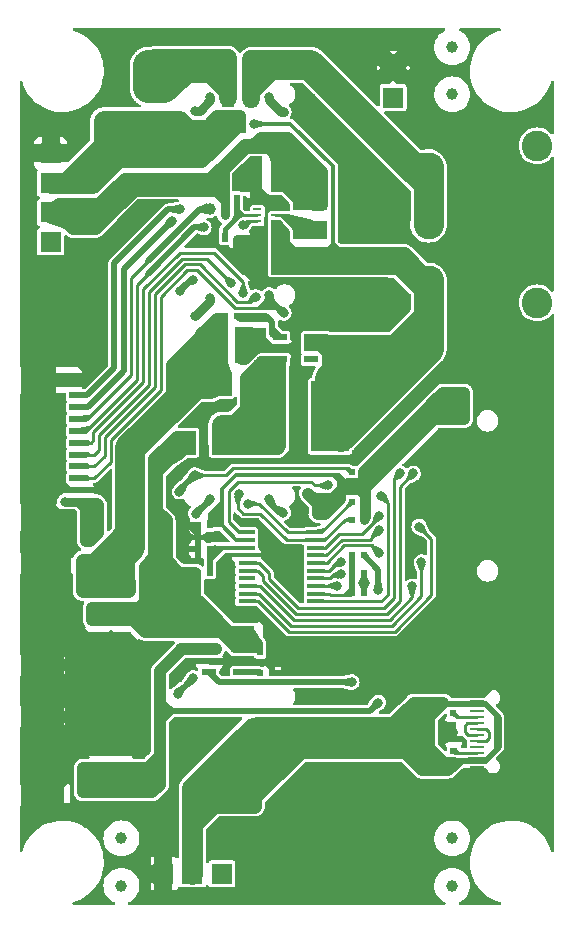
<source format=gbr>
%TF.GenerationSoftware,KiCad,Pcbnew,7.0.11-7.0.11~ubuntu22.04.1*%
%TF.CreationDate,2024-05-21T16:07:35+03:00*%
%TF.ProjectId,Neo6502PC-PWR_Rev_B,4e656f36-3530-4325-9043-2d5057525f52,B*%
%TF.SameCoordinates,PXd4ab5c0PY8b3c880*%
%TF.FileFunction,Copper,L2,Bot*%
%TF.FilePolarity,Positive*%
%FSLAX46Y46*%
G04 Gerber Fmt 4.6, Leading zero omitted, Abs format (unit mm)*
G04 Created by KiCad (PCBNEW 7.0.11-7.0.11~ubuntu22.04.1) date 2024-05-21 16:07:35*
%MOMM*%
%LPD*%
G01*
G04 APERTURE LIST*
%TA.AperFunction,ComponentPad*%
%ADD10R,1.778000X1.778000*%
%TD*%
%TA.AperFunction,ComponentPad*%
%ADD11C,1.778000*%
%TD*%
%TA.AperFunction,SMDPad,CuDef*%
%ADD12R,0.550000X0.500000*%
%TD*%
%TA.AperFunction,SMDPad,CuDef*%
%ADD13R,2.200000X1.100000*%
%TD*%
%TA.AperFunction,ComponentPad*%
%ADD14O,2.200000X1.200000*%
%TD*%
%TA.AperFunction,SMDPad,CuDef*%
%ADD15R,2.000000X1.100000*%
%TD*%
%TA.AperFunction,ComponentPad*%
%ADD16O,2.000000X1.300000*%
%TD*%
%TA.AperFunction,SMDPad,CuDef*%
%ADD17R,1.150000X0.300000*%
%TD*%
%TA.AperFunction,SMDPad,CuDef*%
%ADD18R,1.150000X0.250000*%
%TD*%
%TA.AperFunction,SMDPad,CuDef*%
%ADD19C,1.000000*%
%TD*%
%TA.AperFunction,SMDPad,CuDef*%
%ADD20R,0.500000X0.550000*%
%TD*%
%TA.AperFunction,SMDPad,CuDef*%
%ADD21R,1.016000X1.016000*%
%TD*%
%TA.AperFunction,SMDPad,CuDef*%
%ADD22R,3.200000X6.000000*%
%TD*%
%TA.AperFunction,SMDPad,CuDef*%
%ADD23R,1.000000X1.400000*%
%TD*%
%TA.AperFunction,SMDPad,CuDef*%
%ADD24R,3.500000X1.500000*%
%TD*%
%TA.AperFunction,SMDPad,CuDef*%
%ADD25R,3.500000X1.000000*%
%TD*%
%TA.AperFunction,SMDPad,CuDef*%
%ADD26R,0.700000X0.250000*%
%TD*%
%TA.AperFunction,SMDPad,CuDef*%
%ADD27R,1.200000X0.550000*%
%TD*%
%TA.AperFunction,ConnectorPad*%
%ADD28C,1.000000*%
%TD*%
%TA.AperFunction,ComponentPad*%
%ADD29C,2.600000*%
%TD*%
%TA.AperFunction,SMDPad,CuDef*%
%ADD30R,4.500000X1.200000*%
%TD*%
%TA.AperFunction,SMDPad,CuDef*%
%ADD31R,1.550000X0.500000*%
%TD*%
%TA.AperFunction,SMDPad,CuDef*%
%ADD32R,1.700000X2.000000*%
%TD*%
%TA.AperFunction,SMDPad,CuDef*%
%ADD33R,1.192000X1.746000*%
%TD*%
%TA.AperFunction,SMDPad,CuDef*%
%ADD34R,3.000000X1.600000*%
%TD*%
%TA.AperFunction,SMDPad,CuDef*%
%ADD35R,1.400000X0.350000*%
%TD*%
%TA.AperFunction,SMDPad,CuDef*%
%ADD36R,2.000000X1.700000*%
%TD*%
%TA.AperFunction,SMDPad,CuDef*%
%ADD37R,1.746000X1.192000*%
%TD*%
%TA.AperFunction,ViaPad*%
%ADD38C,1.000000*%
%TD*%
%TA.AperFunction,ViaPad*%
%ADD39C,0.800000*%
%TD*%
%TA.AperFunction,Conductor*%
%ADD40C,0.508000*%
%TD*%
%TA.AperFunction,Conductor*%
%ADD41C,1.016000*%
%TD*%
%TA.AperFunction,Conductor*%
%ADD42C,1.778000*%
%TD*%
%TA.AperFunction,Conductor*%
%ADD43C,0.304800*%
%TD*%
%TA.AperFunction,Conductor*%
%ADD44C,0.762000*%
%TD*%
%TA.AperFunction,Conductor*%
%ADD45C,0.250000*%
%TD*%
%TA.AperFunction,Conductor*%
%ADD46C,2.032000*%
%TD*%
%TA.AperFunction,Conductor*%
%ADD47C,1.270000*%
%TD*%
%TA.AperFunction,Conductor*%
%ADD48C,0.355600*%
%TD*%
%TA.AperFunction,Conductor*%
%ADD49C,0.254000*%
%TD*%
%TA.AperFunction,Conductor*%
%ADD50C,0.406400*%
%TD*%
%TA.AperFunction,Conductor*%
%ADD51C,2.540000*%
%TD*%
%TA.AperFunction,Conductor*%
%ADD52C,1.524000*%
%TD*%
G04 APERTURE END LIST*
D10*
X32000000Y68730000D03*
D11*
X32000000Y71270000D03*
D12*
X37085999Y14450001D03*
X37085999Y13434001D03*
X37086000Y15593000D03*
X37086000Y16609000D03*
D13*
X39970000Y19927600D03*
D14*
X39970000Y19320000D03*
X39970000Y10680000D03*
D13*
X39970000Y10072400D03*
D15*
X44150000Y19927600D03*
D16*
X44150000Y19320000D03*
X44150000Y10680000D03*
D15*
X44150000Y10072400D03*
D17*
X39068000Y18325000D03*
X39068000Y17525000D03*
D18*
X39068000Y16250000D03*
X39068000Y15250000D03*
X39068000Y14750000D03*
X39068000Y13750000D03*
D17*
X39068000Y12475000D03*
X39068000Y11675000D03*
X39068000Y11925000D03*
X39068000Y12725000D03*
D18*
X39068000Y13250000D03*
X39068000Y14250000D03*
X39068000Y15750000D03*
X39068000Y16750000D03*
D17*
X39068000Y17275000D03*
X39068000Y18075000D03*
D19*
X9000000Y6000000D03*
D20*
X20742000Y20000000D03*
X21758000Y20000000D03*
X29516000Y26750001D03*
X28500000Y26750001D03*
D21*
X17361000Y46750000D03*
X19139000Y46750000D03*
D20*
X15492000Y28500000D03*
X16508000Y28500000D03*
D22*
X20850000Y41750000D03*
X26650000Y41750000D03*
D23*
X18050040Y68607440D03*
X19952500Y68607440D03*
X18997460Y66397640D03*
D24*
X2400000Y9650000D03*
X2400000Y16350000D03*
D25*
X8100000Y12000000D03*
X8100000Y14000000D03*
D10*
X3000000Y61500000D03*
D20*
X18758000Y60250000D03*
X17742000Y60250000D03*
D21*
X19750000Y23500000D03*
X21528000Y23500000D03*
D26*
X22000000Y59250000D03*
X22000000Y58750000D03*
X22000000Y58250000D03*
X20500000Y58250000D03*
X20500000Y58750000D03*
X20500000Y59250000D03*
D27*
X16450000Y20050000D03*
X16450000Y21000000D03*
X16450000Y21950000D03*
X19050000Y21950000D03*
X19050000Y20050000D03*
D12*
X21000000Y50008000D03*
X21000000Y48992000D03*
D20*
X28492000Y34500000D03*
X29508000Y34500000D03*
D19*
X37000000Y6000000D03*
D21*
X27250000Y47611000D03*
X27250000Y49389000D03*
D28*
X37000000Y73000000D03*
D20*
X28492000Y28500000D03*
X29508000Y28500000D03*
D29*
X44200000Y51350000D03*
X44200000Y64650000D03*
X35000000Y53200000D03*
X35000000Y58000000D03*
X35000000Y62800000D03*
D27*
X22449900Y46550000D03*
X22449900Y47500000D03*
X22449900Y48450000D03*
X25050100Y48450000D03*
X25050100Y47500000D03*
X25050100Y46550000D03*
D20*
X20742000Y21750000D03*
X21758000Y21750000D03*
D10*
X3000000Y56500000D03*
X15000000Y3000000D03*
D20*
X17742000Y50250000D03*
X18758000Y50250000D03*
X29508000Y33000000D03*
X28492000Y33000000D03*
D21*
X22139002Y63250000D03*
X20361002Y63250000D03*
X22139000Y54249999D03*
X20361000Y54249999D03*
D19*
X37000000Y69000000D03*
D30*
X2875000Y33200000D03*
X2875000Y44800000D03*
D31*
X5350000Y34500000D03*
X5350000Y35500000D03*
X5350000Y36500000D03*
X5350000Y37500000D03*
X5350000Y38500000D03*
X5350000Y39500000D03*
X5350000Y40500000D03*
X5350000Y41500000D03*
X5350000Y42500000D03*
X5350000Y43500000D03*
D28*
X37000000Y2000000D03*
D20*
X18758000Y58750000D03*
X17742000Y58750000D03*
D28*
X9000000Y2000000D03*
D32*
X14500000Y44500000D03*
D33*
X14500000Y44373000D03*
X14500000Y39627000D03*
D32*
X14500000Y39500000D03*
D21*
X22138999Y61249999D03*
X20360999Y61249999D03*
D24*
X2400000Y20650000D03*
X2400000Y29350000D03*
D25*
X8100000Y23000000D03*
X8100000Y25000000D03*
X8100000Y27000000D03*
D21*
X22139000Y56250000D03*
X20361000Y56250000D03*
D20*
X29508000Y30000000D03*
X28492000Y30000000D03*
D10*
X12500000Y3000000D03*
D20*
X28492000Y37000000D03*
X29508000Y37000000D03*
D21*
X17361000Y48750000D03*
X19139000Y48750000D03*
D20*
X17742000Y56750000D03*
X18758000Y56750000D03*
D34*
X24999999Y57550000D03*
X24999999Y59950000D03*
D10*
X3000000Y59000000D03*
D35*
X19600000Y26075000D03*
X19600000Y26725000D03*
X19600000Y27375000D03*
X19600000Y28025000D03*
X19600000Y28675000D03*
X19600000Y29325000D03*
X19600000Y29975000D03*
X19600000Y30625000D03*
X19600000Y31275000D03*
X19600000Y31925000D03*
X25400000Y31925000D03*
X25400000Y31275000D03*
X25400000Y30625000D03*
X25400000Y29975000D03*
X25400000Y29325000D03*
X25400000Y28675000D03*
X25400000Y28025000D03*
X25400000Y27375000D03*
X25400000Y26725000D03*
X25400000Y26075000D03*
D21*
X29250000Y47611000D03*
X29250000Y49389000D03*
D36*
X21500000Y71500000D03*
D37*
X21373000Y71500000D03*
X16627000Y71500000D03*
D36*
X16500000Y71500000D03*
D10*
X3000000Y64000000D03*
D32*
X17500001Y44500000D03*
D33*
X17500001Y44373000D03*
X17500001Y39627000D03*
D32*
X17500001Y39500000D03*
D20*
X16508000Y30500000D03*
X15492000Y30500000D03*
D10*
X17500000Y3000000D03*
D20*
X15492000Y32500000D03*
X16508000Y32500000D03*
D38*
X44500000Y9000000D03*
X44500000Y11910001D03*
X44500000Y18000000D03*
X42500000Y17000000D03*
X42500000Y12750000D03*
X44500000Y67500000D03*
X3500000Y13000000D03*
X41500000Y8000000D03*
X31250000Y59000000D03*
X44500000Y60500000D03*
X17750000Y74000000D03*
X25100000Y66600000D03*
X37750000Y9000000D03*
X4750000Y23250000D03*
X29500000Y11250000D03*
X27000000Y1000000D03*
X25000000Y1000000D03*
X1000000Y15000000D03*
X42500000Y36250000D03*
X4750000Y20250000D03*
X972000Y53750000D03*
X25015310Y68600000D03*
X42500000Y21000000D03*
X2250000Y26000000D03*
X1000000Y12250000D03*
X35100000Y5250000D03*
X6000000Y16250000D03*
X21000000Y1000000D03*
X35100000Y2750000D03*
X6000000Y20250000D03*
X2250000Y14000000D03*
X1000000Y39750000D03*
X42500000Y66500000D03*
X2250000Y13000000D03*
X5750000Y67250000D03*
X2250000Y38500000D03*
X29250000Y52500000D03*
X29500000Y21000000D03*
X29250000Y59000000D03*
X30250000Y57000000D03*
X30250000Y61000000D03*
X44500000Y54500000D03*
X972000Y52500000D03*
X2250000Y50000000D03*
X32500000Y8000000D03*
X1000000Y32000000D03*
X4750000Y17750000D03*
X25000000Y8000000D03*
X3500000Y15000000D03*
X38500000Y56500000D03*
X30250000Y60000000D03*
X30250000Y51500000D03*
X32500000Y19000000D03*
X39000000Y1000000D03*
X44500000Y31200000D03*
X27500000Y22250000D03*
X38500000Y23000000D03*
X2250000Y67250000D03*
X1000000Y27750000D03*
X42500000Y58500000D03*
X42500000Y56500000D03*
X2250000Y41000000D03*
X4750000Y24250000D03*
X42500000Y31200000D03*
X42500000Y41600000D03*
X23000000Y1000000D03*
X40500000Y62500000D03*
X34500000Y23000000D03*
X33000000Y1000000D03*
X38500000Y66500000D03*
X32250000Y60000000D03*
X2250000Y39750000D03*
D39*
X36299999Y14450001D03*
D38*
X2250000Y22250000D03*
X4750000Y22250000D03*
X7000000Y74000000D03*
X40500000Y52500000D03*
X42500000Y23000000D03*
X10750000Y74000000D03*
X40500000Y60500000D03*
X40500000Y25000000D03*
X36400000Y9000000D03*
X8250000Y4000000D03*
X27000000Y11250000D03*
D39*
X23980380Y34380380D03*
D38*
X42750000Y8000000D03*
D39*
X33400000Y31600000D03*
D38*
X28250000Y63000000D03*
X1000000Y48750000D03*
X6000000Y17750000D03*
X36500000Y45250000D03*
X44500000Y28650000D03*
X38500000Y64500000D03*
X30500000Y72000000D03*
X19000000Y1000000D03*
X42500000Y43750000D03*
X1000000Y56250000D03*
X32250000Y50500000D03*
X31250000Y58000000D03*
X41500000Y41600000D03*
X31000000Y2250000D03*
X2250000Y12000000D03*
X4750000Y14000000D03*
X40500000Y48750000D03*
D39*
X36300000Y15600000D03*
D38*
X31000000Y1000000D03*
X35100000Y1000000D03*
X44500000Y21000000D03*
X42250000Y52500000D03*
X31000000Y11250000D03*
X3500000Y27750000D03*
X9000000Y74000000D03*
D39*
X24300000Y69200000D03*
D38*
X36400000Y8000000D03*
X38500000Y60500000D03*
X5000000Y8500000D03*
X38500000Y50500000D03*
X3500000Y12000000D03*
X36500000Y19000000D03*
X34500000Y21000000D03*
X22800000Y74000000D03*
X43500000Y43750000D03*
X5750000Y66000000D03*
X36400000Y10000000D03*
X23750000Y43500000D03*
X2250000Y19250000D03*
X25000000Y2250000D03*
X7000000Y1000000D03*
X34500000Y66500000D03*
X25600000Y22250000D03*
X31000000Y8000000D03*
X1000000Y18250000D03*
X32250000Y58000000D03*
X30250000Y49500000D03*
X42500000Y45250000D03*
X32250000Y51500000D03*
X44509999Y16000000D03*
X4750000Y19250000D03*
D39*
X38600000Y28700000D03*
D38*
X40500000Y47000000D03*
X33100000Y42450000D03*
X2250000Y24250000D03*
X20250000Y74000000D03*
X32500000Y11250000D03*
X3500000Y19250000D03*
X1000000Y47500000D03*
X15200000Y74000000D03*
X44500000Y23000000D03*
X40500000Y54500000D03*
D39*
X24242000Y52250000D03*
D38*
X40500000Y43750000D03*
X2250000Y11000000D03*
X7000000Y7000000D03*
X39000000Y8000000D03*
X44500000Y48750000D03*
X2250000Y48750000D03*
X27000000Y10000000D03*
X1000000Y58000000D03*
X39000000Y74000000D03*
X2250000Y53750000D03*
X1000000Y24250000D03*
X28250000Y58000000D03*
X3500000Y23250000D03*
X1000000Y26000000D03*
D39*
X22850000Y59525000D03*
D38*
X44500000Y58500000D03*
X31250000Y49500000D03*
X972000Y42250000D03*
X1000000Y66000000D03*
X35100000Y4000000D03*
X29250000Y60000000D03*
X11000000Y4000000D03*
X25000000Y3750000D03*
X2250000Y47500000D03*
X36750000Y38800000D03*
X4250000Y66000000D03*
X42500000Y33725000D03*
X31250000Y62000000D03*
X44500000Y62500000D03*
X23750000Y44500000D03*
X4750000Y15000000D03*
X34500000Y70500000D03*
X40500000Y23000000D03*
X28316800Y62000000D03*
X2250000Y30750000D03*
X42500000Y38800000D03*
X22814000Y22250000D03*
X36500000Y64500000D03*
X9000000Y72250000D03*
X7500000Y68750000D03*
D39*
X22350000Y60075000D03*
D38*
X30250000Y62000000D03*
X38500000Y25000000D03*
X19173750Y62326250D03*
X2250000Y43500000D03*
X1000000Y11000000D03*
D39*
X24012931Y51400000D03*
D38*
X1000000Y60000000D03*
X25000000Y11250000D03*
X31700000Y41050000D03*
X21000000Y2250000D03*
X38500000Y21000000D03*
X33000000Y2250000D03*
X15000000Y1000000D03*
X42500000Y60500000D03*
X41500000Y43750000D03*
X9000000Y68750000D03*
X42500000Y48750000D03*
X35100000Y6750000D03*
X6000000Y22250000D03*
X23750000Y45500000D03*
X27000000Y3750000D03*
X32250000Y59000000D03*
X28250000Y59000000D03*
D39*
X37085999Y15021500D03*
D38*
X29250000Y61000000D03*
X33800000Y43150000D03*
X28250000Y51500000D03*
X29250000Y57000000D03*
X32250000Y61000000D03*
X972000Y50000000D03*
X30500000Y74000000D03*
X32500000Y74000000D03*
D39*
X37400000Y28700000D03*
D38*
X34500000Y74000000D03*
X9000000Y8500000D03*
X28250000Y49500000D03*
X31250000Y57000000D03*
X6000000Y15000000D03*
X972000Y35750000D03*
X2250000Y46250000D03*
X23000000Y10000000D03*
X1000000Y68000000D03*
X2250000Y27750000D03*
X21000000Y3750000D03*
X32500000Y21000000D03*
X44500000Y33725000D03*
X35100000Y10000000D03*
X30250000Y50500000D03*
X29250000Y63000000D03*
X28250000Y57000000D03*
X40500000Y64500000D03*
X29000000Y1000000D03*
X972000Y30750000D03*
X2250000Y23250000D03*
X28250000Y52500000D03*
X38500000Y54500000D03*
X6000000Y19250000D03*
X37750000Y71000000D03*
X22814000Y21015998D03*
X2250000Y15000000D03*
X972000Y51250000D03*
X2250000Y51250000D03*
X38500000Y47000000D03*
X42500000Y28650000D03*
X5750000Y14000000D03*
X28250000Y64000000D03*
X29000000Y2250000D03*
X40500000Y21000000D03*
X44500000Y38800000D03*
X2250000Y17750000D03*
X31250000Y51500000D03*
X29500000Y22250000D03*
X2250000Y52500000D03*
X32250000Y52500000D03*
X42500000Y15000000D03*
X38500000Y52500000D03*
X29250000Y58000000D03*
X19100000Y61300000D03*
X44500000Y36250000D03*
D39*
X33400000Y28500000D03*
D38*
X34500000Y68500000D03*
X2250000Y42250000D03*
X25100000Y67600000D03*
X23000000Y8000000D03*
X39000000Y9000000D03*
X36500000Y25000000D03*
X1000000Y43500000D03*
X1000000Y13750000D03*
X28500000Y74000000D03*
X29500000Y27600000D03*
X30250000Y63000000D03*
X42250000Y50500000D03*
X34500000Y72250000D03*
X40250000Y9000000D03*
X972000Y46250000D03*
X44509999Y14000000D03*
X3500000Y22250000D03*
X40500000Y66500000D03*
X1000000Y7000000D03*
X44500000Y47000000D03*
X30250000Y58000000D03*
X29500000Y38850000D03*
X24079000Y68271000D03*
X29250000Y62000000D03*
X31250000Y61000000D03*
X27000000Y18000000D03*
X38500000Y58500000D03*
X1000000Y61750000D03*
X35100000Y8000000D03*
X10249994Y8500000D03*
X31250000Y60000000D03*
X1000000Y41000000D03*
X31250000Y50500000D03*
X9000000Y70500000D03*
X28250000Y60000000D03*
X25000000Y10000000D03*
X3500000Y24250000D03*
X38500000Y45250000D03*
X28250000Y65000000D03*
X7000000Y8500000D03*
X42000000Y64500000D03*
X1000000Y63500000D03*
X44500000Y43750000D03*
X13000000Y1000000D03*
X26500000Y74000000D03*
X42500000Y54500000D03*
X1000000Y38500000D03*
X25600000Y21000000D03*
X31250000Y52500000D03*
X42750000Y9000000D03*
X28250000Y50500000D03*
X38500000Y48750000D03*
X41500000Y9000000D03*
X6000000Y21250000D03*
X4750000Y21250000D03*
X3500000Y17750000D03*
X35100000Y9000000D03*
X42500000Y47000000D03*
X44500000Y8000000D03*
X44500000Y56500000D03*
X23750000Y42500000D03*
X40250000Y8000000D03*
X38500000Y62500000D03*
X43500000Y41600000D03*
X37750000Y8000000D03*
X22814000Y28000000D03*
X3500000Y11000000D03*
X29250000Y51500000D03*
X4750000Y13000000D03*
X40500000Y56500000D03*
X44500000Y41600000D03*
X36000000Y71000000D03*
X35500000Y38800000D03*
X11000000Y2500000D03*
X37750000Y4000000D03*
X29250000Y64000000D03*
X30250000Y52500000D03*
X29000000Y8000000D03*
X29250000Y50500000D03*
X27000000Y8000000D03*
X31000000Y40350000D03*
X11000000Y5500000D03*
X44500000Y45250000D03*
X11000000Y7000000D03*
X2750000Y66000000D03*
X30250000Y59000000D03*
X28250000Y61000000D03*
X23000000Y2250000D03*
X1000000Y37250000D03*
X32250000Y57000000D03*
X42500000Y62500000D03*
X42500000Y25000000D03*
X40500000Y50500000D03*
X32400000Y41750000D03*
X27000000Y2250000D03*
X11000000Y1000000D03*
X28500000Y72000000D03*
X28750000Y38100000D03*
X44500000Y25000000D03*
X36500000Y23000000D03*
X17000000Y1000000D03*
X1000000Y8250000D03*
X40500000Y58500000D03*
X23500000Y28750000D03*
X34500000Y19000000D03*
X36500000Y66500000D03*
X30250000Y39600000D03*
X3500000Y14000000D03*
X972000Y34500000D03*
X3500000Y26000000D03*
X40500000Y45250000D03*
D39*
X36200000Y28700000D03*
D38*
X4750000Y16250000D03*
X23000000Y3750000D03*
X1000000Y22500000D03*
X1000000Y55000000D03*
X36500000Y21000000D03*
X27500000Y21000000D03*
X12500000Y74000000D03*
D39*
X30750000Y27000000D03*
D38*
X9000000Y66750000D03*
X7000000Y9900000D03*
X9000000Y65250000D03*
X5750000Y9900000D03*
X5750000Y12000000D03*
X9204803Y9900000D03*
X7500000Y66750000D03*
X8100000Y11000000D03*
X5750000Y11000000D03*
X7000000Y11000000D03*
X7500000Y65250000D03*
D39*
X30750000Y17500016D03*
D38*
X8250000Y66000000D03*
X8100000Y9900000D03*
X9204803Y11000000D03*
X26000000Y62000000D03*
X35500000Y41500000D03*
X38000000Y41500000D03*
D39*
X4200000Y34500000D03*
D38*
X25250000Y61300000D03*
X38000000Y43750000D03*
X25500000Y34500000D03*
X6000000Y59000000D03*
X6000000Y57750000D03*
X36750000Y43750000D03*
X24800000Y35200000D03*
X6000000Y33750000D03*
X36750000Y41500000D03*
X25449539Y62949539D03*
X25600000Y33500000D03*
X6000000Y32750000D03*
X24700000Y62200000D03*
X4750000Y59000000D03*
X6000000Y31750000D03*
X24080000Y61300000D03*
X4750000Y57750000D03*
D39*
X28500000Y19250000D03*
D38*
X12000000Y26000000D03*
X11000000Y23500000D03*
X12000000Y71500000D03*
X10500000Y70000000D03*
X11250000Y70750000D03*
X11000000Y28500000D03*
X12000000Y28500000D03*
X10500000Y71500000D03*
X12000000Y24750000D03*
X11000000Y27250000D03*
X11000000Y26000000D03*
X11250000Y72250000D03*
X12000000Y23500000D03*
X11250000Y69250000D03*
X11000000Y24750000D03*
X12000000Y27250000D03*
X12000000Y70000000D03*
X5750000Y27000000D03*
X5750000Y28250000D03*
X5750000Y29500000D03*
D39*
X18300000Y53000006D03*
X18918193Y35127291D03*
X19676878Y34320997D03*
X19299422Y52183000D03*
X15300000Y33500000D03*
X16500000Y51750000D03*
X15974996Y57725004D03*
X16500000Y68750000D03*
X15250000Y67614440D03*
X16500000Y34700000D03*
X15250000Y50250000D03*
X13910001Y35349998D03*
X13933316Y52349998D03*
X15070002Y19570010D03*
X13750000Y18250000D03*
X15070002Y53310200D03*
X15200000Y36750000D03*
X13920000Y59250000D03*
X13250000Y58250000D03*
D38*
X16460000Y59299998D03*
D39*
X21500000Y34700000D03*
X22750000Y50500000D03*
X22750000Y67500000D03*
X21500000Y51999988D03*
X22700000Y33581800D03*
X21500000Y68750000D03*
X20349997Y51850003D03*
X20249994Y66499996D03*
X19325731Y57907947D03*
X33700000Y36900000D03*
X26505592Y35893253D03*
X32600000Y36900000D03*
X30800000Y33300000D03*
X31000000Y35000000D03*
X30800000Y32100000D03*
X34200000Y32400008D03*
X30800000Y30200000D03*
X34400000Y29400000D03*
X27588000Y29416819D03*
X33600000Y27350000D03*
X27588000Y28366816D03*
X27256931Y27370373D03*
D38*
X19000000Y11750000D03*
X19000000Y10250000D03*
X16500000Y11750000D03*
X17750000Y8750000D03*
X20250000Y10250000D03*
X20250000Y8750000D03*
X20250000Y11750000D03*
X17750000Y11750000D03*
X16500000Y8750000D03*
X19000000Y8750000D03*
D40*
X4988000Y33596000D02*
X4988000Y32400000D01*
D41*
X42500000Y38800000D02*
X44500000Y38800000D01*
X2250000Y53750000D02*
X1000000Y55000000D01*
X45111000Y8611000D02*
X44500000Y8000000D01*
X972000Y53750000D02*
X2250000Y53750000D01*
X31250000Y52500000D02*
X27250000Y52500000D01*
D42*
X41141357Y19510800D02*
X39970000Y19510800D01*
D41*
X24242000Y52250000D02*
X24200000Y52292000D01*
D43*
X38163999Y18325000D02*
X39067999Y18325000D01*
D41*
X10959606Y13500000D02*
X10959606Y21540394D01*
D44*
X22449900Y47500000D02*
X21000000Y47500000D01*
D40*
X21758000Y23270000D02*
X21528000Y23500000D01*
X26737999Y52500000D02*
X26000000Y53237999D01*
D41*
X1000000Y19250000D02*
X1000000Y17750000D01*
X6000000Y20250000D02*
X9750000Y20250000D01*
D45*
X20300000Y56750000D02*
X21250000Y57700000D01*
D41*
X6000000Y23000000D02*
X4750000Y24250000D01*
D45*
X21250000Y57139000D02*
X21250000Y55300000D01*
D40*
X21000000Y48300000D02*
X21000000Y48000000D01*
D44*
X39900000Y19250000D02*
X39970000Y19320000D01*
D41*
X24750000Y50500000D02*
X24375000Y50125000D01*
X4250000Y66000000D02*
X5750000Y66000000D01*
X2250000Y43500000D02*
X2250000Y53750000D01*
X3500000Y8750000D02*
X3750000Y8500000D01*
X10959606Y21540394D02*
X10500000Y22000000D01*
X42500000Y54500000D02*
X44500000Y54500000D01*
D46*
X42750000Y18906999D02*
X42336999Y19320000D01*
D41*
X1000000Y47500000D02*
X2250000Y47500000D01*
D44*
X24242000Y51629069D02*
X24012931Y51400000D01*
D41*
X9750000Y14250000D02*
X9750000Y13750000D01*
X31139000Y49389000D02*
X31250000Y49500000D01*
X8100000Y23000000D02*
X8100000Y14000000D01*
D45*
X21250000Y57139000D02*
X20361000Y56250000D01*
D40*
X29516000Y26750001D02*
X29516000Y27584000D01*
X14746000Y37996000D02*
X14750000Y37992000D01*
D41*
X36400000Y10000000D02*
X35100000Y10000000D01*
X1000000Y26000000D02*
X3500000Y26000000D01*
X44500000Y60500000D02*
X38500000Y60500000D01*
D40*
X21758000Y20000000D02*
X21758000Y20463000D01*
D41*
X32500000Y19000000D02*
X32500000Y21000000D01*
D44*
X38500000Y19250000D02*
X39900000Y19250000D01*
D41*
X27250000Y50500000D02*
X31250000Y50500000D01*
D44*
X24242000Y52250000D02*
X24242000Y49492000D01*
D41*
X6000000Y15000000D02*
X1000000Y15000000D01*
X11024000Y7725994D02*
X11024000Y3100000D01*
X19139000Y48750000D02*
X19139000Y46750000D01*
X27250000Y52500000D02*
X27250000Y50500000D01*
D40*
X21000000Y48600000D02*
X21000000Y48300000D01*
D46*
X42750000Y17000000D02*
X42750000Y18906999D01*
D40*
X21528000Y23500000D02*
X21528000Y21249000D01*
D41*
X44500000Y45250000D02*
X44500000Y43750000D01*
X4750000Y24250000D02*
X4750000Y24750000D01*
X6000000Y22250000D02*
X6000000Y17750000D01*
D46*
X42750000Y17000000D02*
X42750000Y17902157D01*
D44*
X19750000Y56750000D02*
X20484000Y56750000D01*
D41*
X32500000Y22250000D02*
X33750000Y22250000D01*
X5750000Y66000000D02*
X5750000Y67250000D01*
D40*
X22449900Y47500000D02*
X21800000Y47500000D01*
D41*
X24200000Y52292000D02*
X24200000Y52983999D01*
D43*
X39067999Y18325000D02*
X39563999Y18325000D01*
D47*
X39969999Y19320000D02*
X42336999Y19320000D01*
D41*
X38500000Y23000000D02*
X38500000Y21000000D01*
X1000000Y13000000D02*
X1000000Y7000000D01*
X1250000Y14000000D02*
X1000000Y13750000D01*
D44*
X18758000Y54930974D02*
X19438975Y54249999D01*
D41*
X11024000Y1024000D02*
X11000000Y1000000D01*
X3500000Y30750000D02*
X3500000Y32575000D01*
X42750000Y8000000D02*
X44500000Y8000000D01*
D45*
X19950000Y60825000D02*
X21250000Y59525000D01*
D44*
X20361000Y54249999D02*
X20361000Y54610000D01*
D40*
X15492000Y31600000D02*
X15492000Y30500000D01*
D41*
X44149999Y19320000D02*
X44149998Y18339000D01*
D44*
X21000000Y47500000D02*
X19889000Y47500000D01*
D45*
X21250000Y59600000D02*
X21250000Y59725000D01*
D40*
X26000000Y53237999D02*
X26512001Y53237999D01*
D41*
X2250000Y12000000D02*
X1250000Y12000000D01*
X3500000Y26000000D02*
X3500000Y30750000D01*
D40*
X21528000Y21249000D02*
X21514500Y21235500D01*
X3200000Y34100000D02*
X3704000Y33596000D01*
D41*
X3000000Y64000000D02*
X3000000Y65750000D01*
X42500000Y28650000D02*
X44500000Y28650000D01*
X44149999Y10680000D02*
X44149998Y18339000D01*
X7000000Y14000000D02*
X6000000Y15000000D01*
X25584002Y21015998D02*
X25600000Y21000000D01*
X20361002Y63250000D02*
X20361002Y62400000D01*
X38500000Y50500000D02*
X40500000Y50500000D01*
X41500000Y41600000D02*
X44500000Y41600000D01*
D48*
X19600000Y29975000D02*
X17975000Y29975000D01*
D41*
X44500000Y43750000D02*
X44500000Y41600000D01*
D40*
X23775000Y39100000D02*
X24775000Y38100000D01*
D48*
X17500000Y29500000D02*
X17500000Y25750000D01*
D43*
X38121000Y11675000D02*
X37847999Y11402000D01*
D41*
X21528000Y23500000D02*
X23264000Y21764000D01*
D40*
X22900000Y53237999D02*
X26000000Y53237999D01*
D41*
X32250000Y50500000D02*
X32250000Y52500000D01*
D48*
X17975000Y29975000D02*
X17500000Y29500000D01*
D41*
X2250000Y42250000D02*
X972000Y42250000D01*
X972000Y30750000D02*
X3500000Y30750000D01*
D40*
X21758000Y20463000D02*
X21250000Y20971000D01*
D44*
X23750000Y49000000D02*
X23750000Y47950000D01*
D40*
X37086000Y15593000D02*
X36307000Y15593000D01*
D41*
X34976000Y1124000D02*
X34976000Y7876000D01*
D47*
X42750000Y10680000D02*
X42205999Y10680000D01*
D40*
X21758000Y22200000D02*
X21758000Y23270000D01*
D44*
X24242000Y49492000D02*
X24139000Y49389000D01*
D41*
X10250000Y21750000D02*
X10250000Y13750000D01*
D45*
X21293199Y53329800D02*
X21500000Y53329800D01*
D40*
X23254001Y53237999D02*
X24200000Y52292000D01*
D41*
X40500000Y52500000D02*
X38500000Y52500000D01*
X35124000Y8024000D02*
X35100000Y8000000D01*
D40*
X3875000Y35500000D02*
X3500000Y35875000D01*
D41*
X38500000Y47000000D02*
X44500000Y47000000D01*
X3500000Y11000000D02*
X3500000Y8750000D01*
X20361000Y55500000D02*
X20361000Y56250000D01*
D40*
X4988000Y32400000D02*
X3675000Y32400000D01*
D41*
X2250000Y43500000D02*
X1000000Y43500000D01*
X35100000Y2750000D02*
X33350000Y1000000D01*
X10249994Y8500000D02*
X3750000Y8500000D01*
D43*
X39067999Y11675000D02*
X38121000Y11675000D01*
D41*
X41500000Y43750000D02*
X41500000Y41600000D01*
X42500000Y36250000D02*
X44500000Y36250000D01*
X42500000Y62500000D02*
X42500000Y54500000D01*
X972000Y50000000D02*
X2250000Y50000000D01*
D44*
X22350000Y60075000D02*
X22850000Y59575000D01*
D41*
X38500000Y25000000D02*
X38500000Y23000000D01*
X12500000Y1300000D02*
X12500000Y3000000D01*
D45*
X23124999Y59250000D02*
X22000000Y59250000D01*
D41*
X42500000Y33725000D02*
X44500000Y33725000D01*
D40*
X21758000Y21000000D02*
X21758000Y20000000D01*
D43*
X39067999Y11675000D02*
X39543498Y11675000D01*
D41*
X3750000Y8500000D02*
X1500000Y8500000D01*
D40*
X21800000Y47500000D02*
X21000000Y48300000D01*
D47*
X36100000Y9000000D02*
X37172400Y10072400D01*
D41*
X9750000Y20250000D02*
X9750000Y22750000D01*
D40*
X21250000Y20971000D02*
X21729000Y20971000D01*
D44*
X20361000Y54610000D02*
X19000000Y55971000D01*
D41*
X23750000Y39100000D02*
X23750000Y38500000D01*
D44*
X22449900Y47500000D02*
X23300000Y47500000D01*
D40*
X3200000Y35500000D02*
X3200000Y35000000D01*
X16450000Y21000000D02*
X16479000Y20971000D01*
X21758000Y21750000D02*
X21758000Y21479000D01*
D41*
X6000000Y16250000D02*
X9750000Y16250000D01*
X20361000Y54012000D02*
X20873000Y53500000D01*
D40*
X14750000Y37992000D02*
X22775000Y37992000D01*
D41*
X24000000Y21015998D02*
X25584002Y21015998D01*
D44*
X20778000Y24750000D02*
X24528000Y21000000D01*
D45*
X21250000Y58000000D02*
X21250000Y57950000D01*
D40*
X21000000Y48992000D02*
X21000000Y48600000D01*
D43*
X39752999Y18750000D02*
X39752999Y19276001D01*
D40*
X21000000Y48600000D02*
X19289000Y48600000D01*
D41*
X42500000Y21000000D02*
X38500000Y21000000D01*
D49*
X40006999Y18461920D02*
X40006999Y19276001D01*
D41*
X44500000Y25000000D02*
X36500000Y25000000D01*
D40*
X23242000Y37992000D02*
X23750000Y38500000D01*
D44*
X19139000Y46500000D02*
X19139000Y47059420D01*
D41*
X4750000Y24250000D02*
X4750000Y17750000D01*
X31250000Y49500000D02*
X32250000Y50500000D01*
X44500000Y19670000D02*
X44150000Y19320000D01*
D40*
X20873000Y53500000D02*
X21135001Y53237999D01*
X29508000Y28500000D02*
X29508000Y27608000D01*
X14750000Y32500000D02*
X13000000Y34250000D01*
D41*
X2250000Y9800000D02*
X2400000Y9650000D01*
D40*
X3200000Y34500000D02*
X3200000Y34100000D01*
D41*
X20873000Y53500000D02*
X20873000Y57139000D01*
D40*
X21000000Y48300000D02*
X19700000Y48300000D01*
D44*
X23750000Y45500000D02*
X23750000Y46700000D01*
D40*
X26512001Y53237999D02*
X27250000Y52500000D01*
D43*
X37847999Y10259000D02*
X38101999Y10005001D01*
D40*
X3200000Y35500000D02*
X2250000Y35500000D01*
X2250000Y37825000D02*
X2250000Y38500000D01*
X20082000Y55971000D02*
X20361000Y56250000D01*
X3675000Y32400000D02*
X2875000Y33200000D01*
D45*
X22850000Y59525000D02*
X22650000Y59725000D01*
D44*
X39747999Y10902001D02*
X39970000Y10680000D01*
D41*
X33750000Y22250000D02*
X34500000Y23000000D01*
D45*
X22762500Y59437500D02*
X21412500Y59437500D01*
D41*
X33350000Y1000000D02*
X33000000Y1000000D01*
X28250000Y49500000D02*
X27625000Y50125000D01*
D40*
X37085999Y14450001D02*
X36299999Y14450001D01*
D41*
X12200000Y1000000D02*
X12500000Y1300000D01*
X44500000Y58500000D02*
X38500000Y58500000D01*
X42500000Y54500000D02*
X40500000Y54500000D01*
D40*
X21000000Y48992000D02*
X19381000Y48992000D01*
D46*
X42750000Y12097843D02*
X41141357Y10489200D01*
D40*
X3500000Y35875000D02*
X2250000Y37125000D01*
D49*
X39674499Y11870580D02*
X40397079Y11148000D01*
D43*
X39689499Y11528999D02*
X39689499Y10703500D01*
D40*
X19700000Y48300000D02*
X19394500Y47994500D01*
D44*
X23300000Y47500000D02*
X23750000Y47500000D01*
X19394500Y47994500D02*
X19139000Y48250000D01*
X36300000Y14450002D02*
X36299999Y14450001D01*
D41*
X20310998Y62349996D02*
X20310998Y61300000D01*
X42500000Y62500000D02*
X44500000Y62500000D01*
D45*
X21250000Y59250000D02*
X21250000Y59050000D01*
D40*
X21758000Y21479000D02*
X21514500Y21235500D01*
D44*
X35100000Y8654001D02*
X35100000Y8000000D01*
D41*
X6000000Y17750000D02*
X1000000Y17750000D01*
D44*
X19698420Y46750000D02*
X20448420Y47500000D01*
D41*
X40500000Y64500000D02*
X38500000Y64500000D01*
X31250000Y51500000D02*
X31250000Y49500000D01*
D40*
X22900000Y53237999D02*
X22227000Y53237999D01*
D41*
X11000000Y1000000D02*
X12200000Y1000000D01*
X32500000Y21000000D02*
X32500000Y22250000D01*
D43*
X39816499Y19339499D02*
X39943499Y19339499D01*
D40*
X13000000Y36250000D02*
X14746000Y37996000D01*
X13000000Y34250000D02*
X13000000Y36250000D01*
D44*
X23750000Y46700000D02*
X23750000Y47050000D01*
D41*
X2250000Y36425000D02*
X2250000Y37125000D01*
X9750000Y14250000D02*
X9750000Y16250000D01*
D45*
X21250000Y59250000D02*
X21250000Y59525000D01*
D40*
X29508000Y27608000D02*
X29500000Y27600000D01*
D45*
X21250000Y53372999D02*
X21293199Y53329800D01*
D41*
X20361002Y63250000D02*
X20097500Y63250000D01*
X2250000Y37125000D02*
X2250000Y44175000D01*
X29500000Y22250000D02*
X32500000Y22250000D01*
D45*
X22000000Y59250000D02*
X21600000Y59250000D01*
D41*
X28750000Y38100000D02*
X31700000Y41050000D01*
D45*
X21412500Y59437500D02*
X21250000Y59600000D01*
D41*
X36500000Y19000000D02*
X36500000Y23000000D01*
D40*
X3200000Y34778450D02*
X3200000Y34500000D01*
D41*
X2250000Y24250000D02*
X2250000Y17750000D01*
D44*
X19139000Y48250000D02*
X19139000Y48750000D01*
D41*
X10250000Y13750000D02*
X10000000Y13500000D01*
D47*
X41500000Y9000000D02*
X41500000Y8135001D01*
D41*
X3500000Y32575000D02*
X2875000Y33200000D01*
D44*
X37847999Y11402000D02*
X37347999Y10902001D01*
D41*
X40500000Y66500000D02*
X40500000Y43750000D01*
X40500000Y48750000D02*
X38500000Y48750000D01*
D40*
X37085999Y15593000D02*
X37085999Y15021500D01*
D41*
X34976000Y7876000D02*
X35100000Y8000000D01*
X1750000Y46250000D02*
X1750000Y26500000D01*
D40*
X16479000Y20971000D02*
X21250000Y20971000D01*
D41*
X24242000Y52250000D02*
X24492000Y52500000D01*
X29250000Y49389000D02*
X29250000Y50500000D01*
X20361000Y54249999D02*
X20361000Y54012000D01*
D47*
X44500000Y9000000D02*
X42750000Y9000000D01*
D40*
X4250000Y35500000D02*
X3200000Y35500000D01*
D45*
X21250000Y59525000D02*
X21250000Y59600000D01*
D40*
X3700000Y35500000D02*
X3200000Y35000000D01*
X19000000Y55971000D02*
X20082000Y55971000D01*
D41*
X20361000Y56627000D02*
X20361000Y56250000D01*
D40*
X21729000Y20971000D02*
X21758000Y21000000D01*
D41*
X24492000Y52500000D02*
X28250000Y52500000D01*
D43*
X37847999Y11402000D02*
X37847999Y10259000D01*
D49*
X37593999Y19784000D02*
X37593999Y18514000D01*
D41*
X1000000Y17750000D02*
X1000000Y13000000D01*
D44*
X36300000Y15600000D02*
X36300000Y15000000D01*
X24528000Y21000000D02*
X25600000Y21000000D01*
X23750000Y49000000D02*
X24139000Y49389000D01*
D40*
X4250000Y35500000D02*
X3700000Y35500000D01*
X36307000Y15593000D02*
X36300000Y15600000D01*
D41*
X10249994Y8500000D02*
X11024000Y7725994D01*
D43*
X37847999Y19250000D02*
X37847999Y18641000D01*
D41*
X41476000Y8024000D02*
X35124000Y8024000D01*
X40500000Y43750000D02*
X44500000Y43750000D01*
D44*
X19889000Y47500000D02*
X19394500Y47994500D01*
D49*
X37971001Y11870580D02*
X39674499Y11870580D01*
D40*
X2250000Y35500000D02*
X1222000Y35500000D01*
D45*
X21250000Y53600000D02*
X21250000Y53372999D01*
D44*
X19889000Y47500000D02*
X19139000Y46750000D01*
D41*
X5250000Y13500000D02*
X4750000Y13000000D01*
D40*
X4988000Y30888000D02*
X4750000Y30650000D01*
D48*
X19600000Y29975000D02*
X20839000Y29975000D01*
D49*
X39694999Y18149920D02*
X40006999Y18461920D01*
D41*
X972000Y37222000D02*
X1000000Y37250000D01*
D47*
X44500000Y11910001D02*
X44500000Y9000000D01*
D41*
X24242000Y52250000D02*
X24242000Y51433999D01*
X23750000Y42500000D02*
X23750000Y39100000D01*
X2250000Y46250000D02*
X1750000Y46250000D01*
D47*
X42750000Y9000000D02*
X42750000Y12750000D01*
D44*
X22850000Y59575000D02*
X22850000Y59525000D01*
D41*
X20873000Y57139000D02*
X20361000Y56627000D01*
D49*
X39674499Y11870580D02*
X39943499Y11601580D01*
D41*
X21773998Y21015998D02*
X21758000Y21000000D01*
D40*
X24667000Y37992000D02*
X24775000Y38100000D01*
X26512001Y53237999D02*
X31512001Y53237999D01*
D45*
X19950000Y62838998D02*
X20361002Y63250000D01*
D44*
X37970500Y19779500D02*
X39510500Y19779500D01*
D46*
X42750000Y17902157D02*
X41141357Y19510800D01*
D41*
X20361002Y62400000D02*
X20361002Y61250002D01*
X34500000Y23000000D02*
X34500000Y19000000D01*
X8100000Y14000000D02*
X9500000Y14000000D01*
D46*
X42750000Y12750000D02*
X42750000Y12097843D01*
D45*
X22000000Y59250000D02*
X21450000Y59250000D01*
D40*
X3704000Y33596000D02*
X4988000Y33596000D01*
D43*
X37847999Y18641000D02*
X38163999Y18325000D01*
D49*
X21500000Y53329800D02*
X21250000Y53579800D01*
X39620079Y18075000D02*
X39694999Y18149920D01*
D45*
X23124999Y59525000D02*
X23124999Y59250000D01*
D41*
X3500000Y24250000D02*
X3500000Y17750000D01*
D43*
X39752999Y19276001D02*
X39816499Y19339499D01*
D47*
X44149999Y10680000D02*
X42750000Y10680000D01*
D44*
X39783868Y11402000D02*
X39939684Y11246184D01*
X24139000Y49389000D02*
X27250000Y49389000D01*
D41*
X19100000Y61300000D02*
X19100000Y62252500D01*
X4200000Y25300000D02*
X3500000Y26000000D01*
D45*
X21600000Y59250000D02*
X21412500Y59437500D01*
D47*
X42750000Y9000000D02*
X41500000Y9000000D01*
D45*
X21238000Y53372999D02*
X21250000Y53372999D01*
D40*
X3200000Y34100000D02*
X3200000Y33525000D01*
D41*
X27361000Y49500000D02*
X27250000Y49389000D01*
D45*
X20050000Y56750000D02*
X19750000Y56750000D01*
D41*
X40500000Y66500000D02*
X38500000Y66500000D01*
X6000000Y15000000D02*
X6000000Y17750000D01*
D45*
X26420200Y53329800D02*
X27250000Y52500000D01*
X20360999Y61249999D02*
X19950000Y60839000D01*
D41*
X40500000Y54500000D02*
X38500000Y54500000D01*
D44*
X24242000Y52250000D02*
X24242000Y51629069D01*
D43*
X38101999Y10005001D02*
X39879999Y10005001D01*
D47*
X37172400Y10072400D02*
X39970000Y10072400D01*
D41*
X3750000Y12000000D02*
X2250000Y12000000D01*
X35100000Y10000000D02*
X35100000Y8000000D01*
D45*
X21250000Y59725000D02*
X21250000Y60360998D01*
D41*
X9750000Y16250000D02*
X9750000Y17750000D01*
D44*
X37847999Y18641000D02*
X39643999Y18641000D01*
X19471000Y55500000D02*
X20361000Y55500000D01*
D41*
X1000000Y48750000D02*
X2250000Y48750000D01*
X2500000Y16250000D02*
X2400000Y16350000D01*
X19511002Y62400000D02*
X20361002Y62400000D01*
D40*
X3200000Y33525000D02*
X2875000Y33200000D01*
X4750000Y32162000D02*
X4988000Y32400000D01*
X22775000Y37992000D02*
X23242000Y37992000D01*
D49*
X39498999Y20292001D02*
X38102000Y20292000D01*
D45*
X21450000Y59250000D02*
X21250000Y59250000D01*
X21500000Y53329800D02*
X26420200Y53329800D01*
D41*
X42500000Y21000000D02*
X44500000Y21000000D01*
X2250000Y30750000D02*
X2250000Y24250000D01*
X27250000Y50500000D02*
X24750000Y50500000D01*
X28250000Y51500000D02*
X24992000Y51500000D01*
X44500000Y41600000D02*
X44500000Y23000000D01*
D44*
X20484000Y56750000D02*
X20873000Y57139000D01*
D46*
X42750000Y17000000D02*
X42750000Y10680000D01*
D41*
X9500000Y14000000D02*
X9750000Y14250000D01*
D47*
X39969999Y10680000D02*
X42205999Y10680000D01*
D41*
X38500000Y21000000D02*
X38500000Y19250000D01*
D44*
X21808000Y22250000D02*
X21758000Y22200000D01*
D41*
X20361002Y63250000D02*
X19511002Y62400000D01*
X2250000Y35500000D02*
X2250000Y36425000D01*
X22814000Y22250000D02*
X29500000Y22250000D01*
X44500000Y62500000D02*
X44500000Y54500000D01*
D40*
X3921550Y35500000D02*
X3200000Y34778450D01*
D45*
X22850000Y59525000D02*
X23124999Y59525000D01*
D40*
X4988000Y32400000D02*
X4988000Y30888000D01*
D41*
X27250000Y49389000D02*
X30500000Y49389000D01*
X19261002Y61300000D02*
X20310998Y62349996D01*
D45*
X19950000Y60825000D02*
X19950000Y62838998D01*
D43*
X39969999Y19927599D02*
X39859599Y20037999D01*
D44*
X37085999Y15021500D02*
X36321500Y15021500D01*
D41*
X1500000Y64000000D02*
X1000000Y63500000D01*
D47*
X41500000Y9000000D02*
X37750000Y9000000D01*
D40*
X2800000Y35875000D02*
X2250000Y36425000D01*
D41*
X42500000Y41600000D02*
X42500000Y23000000D01*
D40*
X37085999Y14450001D02*
X37085999Y15021500D01*
D41*
X6000000Y23000000D02*
X6000000Y21250000D01*
D45*
X19950000Y60839000D02*
X19950000Y60825000D01*
D43*
X38228999Y20037999D02*
X37970500Y19779500D01*
D41*
X4750000Y24250000D02*
X1000000Y24250000D01*
X9750000Y22750000D02*
X9500000Y23000000D01*
D40*
X23750000Y39100000D02*
X23775000Y39100000D01*
X15492000Y31758000D02*
X15492000Y31600000D01*
D43*
X39563999Y18325000D02*
X39752999Y18514000D01*
D41*
X8100000Y14000000D02*
X1250000Y14000000D01*
D44*
X21758000Y21750000D02*
X23250000Y21750000D01*
D40*
X19289000Y48600000D02*
X19139000Y48750000D01*
D44*
X19448420Y46500000D02*
X19139000Y46500000D01*
X23750000Y49500000D02*
X24012931Y49762931D01*
D41*
X8100000Y14000000D02*
X7000000Y14000000D01*
D44*
X23750000Y47950000D02*
X23300000Y47500000D01*
D45*
X21250000Y59050000D02*
X21450000Y59250000D01*
D40*
X22775000Y37992000D02*
X23750000Y38967000D01*
D44*
X36300000Y15000000D02*
X36300000Y14450002D01*
D41*
X38897600Y21000000D02*
X39970000Y19927600D01*
D49*
X39943499Y11601580D02*
X39943499Y10703500D01*
D44*
X24110466Y51302465D02*
X24110465Y51302464D01*
D40*
X5350000Y35500000D02*
X4250000Y35500000D01*
D41*
X23750000Y45500000D02*
X23750000Y42500000D01*
D40*
X21758000Y21750000D02*
X21758000Y21000000D01*
D45*
X21250000Y55138999D02*
X21250000Y55300000D01*
D40*
X4250000Y35500000D02*
X3875000Y35500000D01*
D41*
X6000000Y17750000D02*
X9750000Y17750000D01*
D45*
X21250000Y60360998D02*
X20360999Y61249999D01*
X21250000Y57700000D02*
X21250000Y57139000D01*
D41*
X24000000Y21028000D02*
X24000000Y21015998D01*
X38500000Y21000000D02*
X38897600Y21000000D01*
D45*
X22650000Y59725000D02*
X21250000Y59725000D01*
D41*
X11124000Y3000000D02*
X11024000Y3100000D01*
X29500000Y22250000D02*
X29500000Y21000000D01*
X40500000Y45250000D02*
X38500000Y45250000D01*
D49*
X39694999Y18149920D02*
X40440078Y18894999D01*
D45*
X22850000Y59525000D02*
X22762500Y59437500D01*
D40*
X23242000Y37992000D02*
X24667000Y37992000D01*
D44*
X20448420Y47500000D02*
X21000000Y47500000D01*
X19698420Y46750000D02*
X19448420Y46500000D01*
D41*
X11024000Y3100000D02*
X11024000Y1024000D01*
X25750000Y51500000D02*
X26750000Y52500000D01*
X44649999Y19999999D02*
X40042400Y20000000D01*
D44*
X24775000Y38100000D02*
X28750000Y38100000D01*
D41*
X12200000Y1000000D02*
X35100000Y1000000D01*
X1500000Y8500000D02*
X1000000Y8000000D01*
X2250000Y11000000D02*
X2250000Y9800000D01*
D49*
X40440078Y18894999D02*
X40515000Y18894999D01*
D44*
X20778000Y24750000D02*
X21528000Y24000000D01*
D41*
X42500000Y31200000D02*
X44500000Y31200000D01*
D49*
X37970790Y11870791D02*
X37971001Y11870580D01*
D41*
X30500000Y49389000D02*
X31139000Y49389000D01*
D40*
X29516000Y27584000D02*
X29500000Y27600000D01*
D48*
X20839000Y29975000D02*
X22814000Y28000000D01*
D41*
X972000Y52500000D02*
X2250000Y52500000D01*
D40*
X21000000Y48000000D02*
X21000000Y47500000D01*
D41*
X45111000Y22389000D02*
X45111000Y8611000D01*
X31250000Y51500000D02*
X27250000Y51500000D01*
X972000Y67972000D02*
X1000000Y68000000D01*
X2250000Y30750000D02*
X2250000Y35500000D01*
X36500000Y19000000D02*
X38250000Y19000000D01*
D44*
X23750000Y47050000D02*
X23300000Y47500000D01*
D49*
X39118000Y9751000D02*
X37975000Y9751000D01*
D44*
X36321500Y15021500D02*
X36300000Y15000000D01*
D41*
X6000000Y16250000D02*
X2500000Y16250000D01*
X26750000Y52500000D02*
X27250000Y52500000D01*
D47*
X37750000Y9000000D02*
X36100000Y9000000D01*
D45*
X20361000Y54249999D02*
X21250000Y55138999D01*
D41*
X6750000Y23000000D02*
X6000000Y22250000D01*
X44500000Y56500000D02*
X38500000Y56500000D01*
X27625000Y50125000D02*
X24375000Y50125000D01*
D49*
X37975000Y9751000D02*
X37850000Y9876000D01*
D41*
X8100000Y23000000D02*
X6750000Y23000000D01*
X20310998Y61300000D02*
X19261002Y61300000D01*
X39969999Y10072401D02*
X44649999Y10072401D01*
D49*
X38032999Y18075000D02*
X39620079Y18075000D01*
D41*
X2250000Y15000000D02*
X2250000Y17750000D01*
D40*
X19258000Y56250000D02*
X20361000Y56250000D01*
D41*
X7000000Y8500000D02*
X7000000Y7000000D01*
X42500000Y23000000D02*
X42500000Y17000000D01*
X3500000Y11000000D02*
X3500000Y11750000D01*
D40*
X21000000Y48000000D02*
X19400000Y48000000D01*
D41*
X4750000Y13000000D02*
X1000000Y13000000D01*
D47*
X37750000Y9000000D02*
X37750000Y8151000D01*
D45*
X21250000Y57950000D02*
X20050000Y56750000D01*
D43*
X39543498Y11675000D02*
X39689499Y11528999D01*
D44*
X24012931Y49762931D02*
X24012931Y51400000D01*
D41*
X40500000Y23000000D02*
X40500000Y21000000D01*
X10500000Y22000000D02*
X9750000Y22750000D01*
D44*
X19438975Y54249999D02*
X20361000Y54249999D01*
D41*
X40500000Y45250000D02*
X44500000Y45250000D01*
X1000000Y27750000D02*
X972000Y27778000D01*
X36500000Y19000000D02*
X32500000Y19000000D01*
X31700000Y41050000D02*
X33800000Y43150000D01*
X44500000Y48750000D02*
X44500000Y45250000D01*
D49*
X37593999Y18514000D02*
X38032999Y18075000D01*
D44*
X19000000Y55971000D02*
X19471000Y55500000D01*
D40*
X4575000Y35500000D02*
X2250000Y37825000D01*
X3200000Y35000000D02*
X3200000Y34500000D01*
D41*
X22814000Y21015998D02*
X24000000Y21015998D01*
X42500000Y23000000D02*
X44500000Y23000000D01*
D43*
X39859599Y20037999D02*
X38228999Y20037999D01*
D41*
X9500000Y23000000D02*
X8100000Y23000000D01*
D44*
X23250000Y21750000D02*
X23264000Y21764000D01*
D40*
X18758000Y56750000D02*
X19258000Y56250000D01*
D41*
X25600000Y22250000D02*
X25600000Y21000000D01*
D43*
X40451499Y11148000D02*
X40514999Y11148000D01*
D41*
X29500000Y21000000D02*
X38500000Y21000000D01*
D44*
X20778000Y24750000D02*
X18500000Y24750000D01*
D40*
X4750000Y30650000D02*
X4750000Y32162000D01*
D41*
X40042400Y20000000D02*
X39969999Y19927599D01*
X42500000Y62500000D02*
X38500000Y62500000D01*
D47*
X44149999Y19320000D02*
X42336999Y19320000D01*
D44*
X21250000Y60110999D02*
X20360999Y61000000D01*
D43*
X37970500Y19779500D02*
X37847999Y19657000D01*
D41*
X42500000Y48750000D02*
X42500000Y45250000D01*
D44*
X22100000Y53110999D02*
X20577975Y53110999D01*
D41*
X38250000Y19000000D02*
X38500000Y19250000D01*
X4750000Y24750000D02*
X4200000Y25300000D01*
X31250000Y49500000D02*
X27361000Y49500000D01*
D40*
X14750000Y32500000D02*
X15492000Y31758000D01*
D41*
X20361002Y61250002D02*
X20360999Y61249999D01*
X31250000Y51500000D02*
X31250000Y52500000D01*
D45*
X21250000Y59050000D02*
X21250000Y58000000D01*
D41*
X5750000Y14000000D02*
X5250000Y13500000D01*
D44*
X20577975Y53110999D02*
X19438975Y54249999D01*
X37847999Y11402000D02*
X39783868Y11402000D01*
D40*
X3200000Y34500000D02*
X972000Y34500000D01*
D44*
X39643999Y18641000D02*
X39752999Y18750000D01*
X18758000Y55500000D02*
X20008001Y54249999D01*
D41*
X1000000Y11000000D02*
X3500000Y11000000D01*
X2750000Y66000000D02*
X1000000Y66000000D01*
X972000Y37278000D02*
X972000Y67972000D01*
X38500000Y66500000D02*
X38500000Y45250000D01*
D44*
X18500000Y24750000D02*
X17500000Y25750000D01*
D41*
X2250000Y44175000D02*
X2875000Y44800000D01*
X4200000Y25300000D02*
X4200000Y31875000D01*
X972000Y51250000D02*
X2250000Y51250000D01*
D46*
X41141357Y10489200D02*
X40451499Y10489200D01*
D41*
X5400000Y20650000D02*
X6000000Y21250000D01*
X1750000Y26500000D02*
X2250000Y26000000D01*
X3000000Y64000000D02*
X1500000Y64000000D01*
D49*
X38102000Y20292000D02*
X37593999Y19784000D01*
D40*
X22227000Y53237999D02*
X22100000Y53110999D01*
D45*
X21250000Y55300000D02*
X21250000Y53600000D01*
D41*
X3000000Y65750000D02*
X2750000Y66000000D01*
D40*
X5350000Y35500000D02*
X4575000Y35500000D01*
X23750000Y38967000D02*
X23750000Y39100000D01*
X3500000Y35875000D02*
X2800000Y35875000D01*
D41*
X4200000Y31875000D02*
X2875000Y33200000D01*
D40*
X19381000Y48992000D02*
X19139000Y48750000D01*
D41*
X27500000Y22250000D02*
X27500000Y21000000D01*
D44*
X20008001Y54249999D02*
X20361000Y54249999D01*
D41*
X4750000Y13000000D02*
X3750000Y12000000D01*
D45*
X19750000Y56750000D02*
X20300000Y56750000D01*
D41*
X20097500Y63250000D02*
X19173750Y62326250D01*
X42500000Y45250000D02*
X42500000Y43750000D01*
D40*
X21758000Y21750000D02*
X21758000Y22200000D01*
D41*
X32250000Y52500000D02*
X31250000Y52500000D01*
D40*
X21514500Y21235500D02*
X21250000Y20971000D01*
D44*
X37847999Y19250000D02*
X38500000Y19250000D01*
D41*
X1750000Y46250000D02*
X972000Y46250000D01*
D44*
X23750000Y46700000D02*
X23750000Y47500000D01*
X21528000Y24000000D02*
X21528000Y23500000D01*
X37347999Y10902001D02*
X35100000Y8654001D01*
D41*
X5250000Y13500000D02*
X10000000Y13500000D01*
D43*
X39879999Y10005001D02*
X39943499Y10068499D01*
D41*
X44649999Y10072401D02*
X44649999Y19999999D01*
X4750000Y17750000D02*
X4750000Y15000000D01*
D44*
X23750000Y47500000D02*
X23750000Y49500000D01*
D41*
X6000000Y19250000D02*
X1000000Y19250000D01*
D40*
X15492000Y32500000D02*
X14750000Y32500000D01*
D41*
X10000000Y13500000D02*
X10959606Y13500000D01*
X1000000Y27750000D02*
X1000000Y19250000D01*
X9750000Y13750000D02*
X10000000Y13500000D01*
D40*
X15492000Y32500000D02*
X15492000Y31600000D01*
D41*
X25750000Y51500000D02*
X27250000Y51500000D01*
X44500000Y23000000D02*
X45111000Y22389000D01*
D44*
X19139000Y46750000D02*
X19698420Y46750000D01*
X20360999Y61000000D02*
X20360999Y61249999D01*
D40*
X1222000Y35500000D02*
X972000Y35750000D01*
D43*
X37847999Y19657000D02*
X37847999Y19250000D01*
D45*
X22775000Y59600000D02*
X21250000Y59600000D01*
D44*
X41500000Y8000000D02*
X42750000Y8000000D01*
D41*
X10500000Y22000000D02*
X10250000Y21750000D01*
D45*
X21250000Y58000000D02*
X21250000Y57700000D01*
D41*
X38500000Y23000000D02*
X42500000Y23000000D01*
D40*
X22900000Y53237999D02*
X23254001Y53237999D01*
D41*
X38500000Y23000000D02*
X34500000Y23000000D01*
X27250000Y49389000D02*
X27250000Y50500000D01*
D40*
X31512001Y53237999D02*
X32250000Y52500000D01*
D41*
X44500000Y8000000D02*
X44500000Y9000000D01*
X22814000Y21015998D02*
X21773998Y21015998D01*
X9750000Y17750000D02*
X9750000Y20250000D01*
X24750000Y50500000D02*
X25750000Y51500000D01*
D44*
X23750000Y45500000D02*
X23750000Y38500000D01*
D41*
X2400000Y20650000D02*
X5400000Y20650000D01*
X29500000Y21000000D02*
X25600000Y21000000D01*
D40*
X21135001Y53237999D02*
X22900000Y53237999D01*
D41*
X23264000Y21764000D02*
X24000000Y21028000D01*
D43*
X39689499Y10703500D02*
X39943499Y10703500D01*
D41*
X40500000Y48750000D02*
X44500000Y48750000D01*
X35100000Y7124000D02*
X36000000Y8024000D01*
X24992000Y51500000D02*
X24242000Y52250000D01*
D40*
X4750000Y30650000D02*
X3450000Y29350000D01*
D41*
X2750000Y66000000D02*
X4250000Y66000000D01*
X12500000Y3000000D02*
X11124000Y3000000D01*
D44*
X22314001Y60110999D02*
X21250000Y60110999D01*
D40*
X27250000Y52500000D02*
X26737999Y52500000D01*
D43*
X39752999Y18514000D02*
X39752999Y18750000D01*
D49*
X40397079Y11148000D02*
X40451499Y11148000D01*
D41*
X1000000Y37250000D02*
X972000Y37278000D01*
X36500000Y25000000D02*
X36500000Y23000000D01*
X35100000Y1000000D02*
X34976000Y1124000D01*
D44*
X24150000Y38100000D02*
X24775000Y38100000D01*
D45*
X21250000Y55361000D02*
X21250000Y55300000D01*
D44*
X37347999Y10902001D02*
X39747999Y10902001D01*
D41*
X35100000Y6750000D02*
X35100000Y7124000D01*
D44*
X23750000Y38500000D02*
X24150000Y38100000D01*
D41*
X3500000Y11750000D02*
X3750000Y12000000D01*
D45*
X22850000Y59525000D02*
X22775000Y59600000D01*
D44*
X18758000Y55500000D02*
X18758000Y54930974D01*
X24242000Y51433999D02*
X24110465Y51302464D01*
D40*
X3450000Y29350000D02*
X2400000Y29350000D01*
D41*
X19100000Y62252500D02*
X19173750Y62326250D01*
D40*
X19400000Y48000000D02*
X19394500Y47994500D01*
D41*
X41500000Y8000000D02*
X41476000Y8024000D01*
X8100000Y23000000D02*
X6000000Y23000000D01*
X44500000Y23000000D02*
X44500000Y19670000D01*
D44*
X22814000Y22250000D02*
X21808000Y22250000D01*
D45*
X20361000Y56250000D02*
X21250000Y55361000D01*
D41*
X20361002Y62400000D02*
X20310998Y62349996D01*
D49*
X37629209Y11529210D02*
X37970790Y11870791D01*
D40*
X5350000Y35500000D02*
X3921550Y35500000D01*
D41*
X3500000Y15000000D02*
X3500000Y17750000D01*
X972000Y27778000D02*
X972000Y37222000D01*
X20361000Y54249999D02*
X20361000Y55500000D01*
D49*
X21250000Y53579800D02*
X21250000Y53600000D01*
D41*
X20310998Y61300000D02*
X20360999Y61249999D01*
X1250000Y12000000D02*
X1000000Y12250000D01*
D44*
X18758000Y56750000D02*
X19750000Y56750000D01*
X22350000Y60075000D02*
X22314001Y60110999D01*
X39510500Y19779500D02*
X39970000Y19320000D01*
D41*
X24375000Y50125000D02*
X23750000Y49500000D01*
D49*
X37850000Y9876000D02*
X37850000Y11750000D01*
D44*
X18758000Y56750000D02*
X18758000Y55500000D01*
D47*
X36100000Y9000000D02*
X35100000Y8000000D01*
D41*
X3500000Y26000000D02*
X3500000Y24250000D01*
X40500000Y25000000D02*
X40500000Y23000000D01*
D45*
X20361000Y54249999D02*
X21238000Y53372999D01*
D41*
X42500000Y43750000D02*
X42500000Y41600000D01*
D42*
X5250000Y61500000D02*
X6625000Y62875000D01*
D41*
X5750000Y9900000D02*
X9204803Y9900000D01*
X17250000Y66000000D02*
X18599820Y66000000D01*
D42*
X8028000Y65250000D02*
X9000000Y65250000D01*
D41*
X11250000Y12000000D02*
X12250000Y13000000D01*
X5750000Y11000000D02*
X6250000Y10500000D01*
X15849820Y63250000D02*
X8250000Y63250000D01*
D44*
X16450000Y21950000D02*
X14000000Y21950000D01*
D41*
X18599820Y66000000D02*
X18997460Y66397640D01*
D40*
X13250000Y16800000D02*
X12300000Y17750000D01*
D41*
X7000000Y63250000D02*
X6625000Y62875000D01*
D42*
X6625000Y62875000D02*
X7875000Y64125000D01*
D40*
X30049984Y16800000D02*
X13250000Y16800000D01*
D41*
X6250000Y10500000D02*
X9204803Y10500000D01*
D42*
X17250000Y66000000D02*
X15950000Y66000000D01*
D41*
X12250000Y13000000D02*
X12250000Y15750000D01*
D42*
X14600000Y66000000D02*
X10000000Y66000000D01*
X9000000Y65250000D02*
X16500000Y65250000D01*
X3000000Y61500000D02*
X4278000Y61500000D01*
X9000000Y66750000D02*
X9250000Y66750000D01*
X8250000Y66000000D02*
X10000000Y66000000D01*
X7500000Y65250000D02*
X9000000Y65250000D01*
D40*
X13250000Y16800000D02*
X12250000Y15800000D01*
D42*
X7500000Y66750000D02*
X9000000Y66750000D01*
D41*
X12250000Y17750000D02*
X12250000Y20200000D01*
D42*
X13850000Y66750000D02*
X14600000Y66000000D01*
D41*
X12250000Y13000000D02*
X12250000Y11900000D01*
X9204803Y11000000D02*
X9204803Y10500000D01*
D42*
X7500000Y65250000D02*
X7500000Y66750000D01*
D40*
X12300000Y17750000D02*
X12250000Y17750000D01*
D41*
X16724820Y64125000D02*
X15849820Y63250000D01*
D40*
X30750000Y28758000D02*
X30750000Y27000000D01*
D42*
X5250000Y61500000D02*
X6500000Y61500000D01*
D41*
X18997460Y66397640D02*
X16724820Y64125000D01*
D42*
X7500000Y64722000D02*
X7500000Y65250000D01*
X15950000Y66000000D02*
X14600000Y66000000D01*
X7875000Y64125000D02*
X9000000Y65250000D01*
D41*
X18399440Y67149440D02*
X17099440Y67149440D01*
X12250000Y15750000D02*
X12250000Y16750000D01*
X12250000Y10550000D02*
X11600000Y9900000D01*
D42*
X7500000Y65250000D02*
X8250000Y66000000D01*
D44*
X16450000Y21950000D02*
X17000000Y21950000D01*
D41*
X9204803Y10500000D02*
X9204803Y9900000D01*
D40*
X12250000Y15800000D02*
X12250000Y15750000D01*
D41*
X12250000Y20200000D02*
X14000000Y21950000D01*
X9204803Y11000000D02*
X11350000Y11000000D01*
X8100000Y11000000D02*
X8100000Y9900000D01*
D40*
X29508000Y30000000D02*
X30750000Y28758000D01*
D42*
X4278000Y61500000D02*
X7500000Y64722000D01*
D41*
X8100000Y12000000D02*
X5750000Y12000000D01*
D40*
X30750000Y17500016D02*
X30049984Y16800000D01*
D42*
X7500000Y64722000D02*
X8028000Y65250000D01*
X4278000Y61500000D02*
X5250000Y61500000D01*
D41*
X14083000Y22033000D02*
X17000000Y22033000D01*
X9204803Y10500000D02*
X12200000Y10500000D01*
D42*
X9250000Y66750000D02*
X13850000Y66750000D01*
D41*
X12250000Y16750000D02*
X12250000Y17750000D01*
D42*
X9000000Y65250000D02*
X9250000Y65250000D01*
D41*
X8100000Y12000000D02*
X8100000Y11000000D01*
X8250000Y63250000D02*
X7000000Y63250000D01*
D40*
X12300000Y16800000D02*
X12250000Y16750000D01*
D41*
X18997460Y66397640D02*
X18997460Y67149440D01*
D42*
X16500000Y65250000D02*
X17250000Y66000000D01*
X6500000Y61500000D02*
X8250000Y63250000D01*
D41*
X16724820Y64125000D02*
X7875000Y64125000D01*
X11350000Y11000000D02*
X12250000Y11900000D01*
X17099440Y67149440D02*
X15950000Y66000000D01*
X12200000Y10500000D02*
X12250000Y10550000D01*
X14000000Y21950000D02*
X14083000Y22033000D01*
X11600000Y9900000D02*
X9204803Y9900000D01*
D42*
X9250000Y66750000D02*
X10000000Y66000000D01*
D41*
X5750000Y12000000D02*
X5750000Y9900000D01*
D42*
X9250000Y65250000D02*
X10000000Y66000000D01*
D41*
X18399440Y67149440D02*
X17250000Y66000000D01*
X5750000Y11000000D02*
X9204803Y11000000D01*
X8100000Y12000000D02*
X11250000Y12000000D01*
X12250000Y11900000D02*
X12250000Y10550000D01*
D40*
X13250000Y16800000D02*
X12300000Y16800000D01*
D41*
X18997460Y67149440D02*
X18399440Y67149440D01*
D50*
X18585868Y58414132D02*
X18924938Y58753202D01*
X18758000Y58586264D02*
X18758000Y58750000D01*
D45*
X19258000Y58750000D02*
X18758000Y59250000D01*
D50*
X18585868Y58414132D02*
X18758000Y58586264D01*
D40*
X18758000Y59250000D02*
X18758000Y58750000D01*
D45*
X20500000Y58750000D02*
X18758000Y58750000D01*
D40*
X18758000Y60250000D02*
X18758000Y59250000D01*
D50*
X17742000Y56750000D02*
X17742000Y57570264D01*
X17742000Y57570264D02*
X18585868Y58414132D01*
D45*
X20500000Y58750000D02*
X19258000Y58750000D01*
D41*
X22139002Y63250000D02*
X24999999Y60389003D01*
X25750000Y33500000D02*
X27625000Y35375000D01*
X26000000Y62000000D02*
X26000000Y62399078D01*
D44*
X17742000Y60558000D02*
X17275000Y61025000D01*
D41*
X38000000Y42250000D02*
X38000000Y43000000D01*
D47*
X4925000Y57750000D02*
X6000000Y57750000D01*
D41*
X24700000Y62200000D02*
X25449539Y62949539D01*
X3500000Y59000000D02*
X4750000Y57750000D01*
D44*
X17742000Y61508000D02*
X17025000Y62225000D01*
D48*
X16508000Y32500000D02*
X16508000Y33454000D01*
X17500000Y34446000D02*
X17500000Y35600000D01*
D41*
X4750000Y57750000D02*
X6000000Y57750000D01*
D40*
X29508000Y33000000D02*
X29508000Y34500000D01*
D41*
X29475000Y35967000D02*
X29508000Y36000000D01*
X26000000Y60900000D02*
X24700000Y62200000D01*
D48*
X17500000Y32504000D02*
X17504000Y32500000D01*
D41*
X24999999Y60389003D02*
X24999999Y59950000D01*
D44*
X17742000Y62942000D02*
X19300000Y64500000D01*
X17742000Y59700000D02*
X17742000Y59983000D01*
X29508000Y35508000D02*
X29508000Y33106000D01*
X17742000Y60250000D02*
X17742000Y60558000D01*
X17275000Y61025000D02*
X16550000Y61750000D01*
D41*
X26000000Y62399078D02*
X25449539Y62949539D01*
D48*
X29435800Y36297200D02*
X29508000Y36369400D01*
D41*
X22138999Y61249999D02*
X22138999Y62300000D01*
X22138999Y61249999D02*
X22850001Y61249999D01*
D47*
X17742000Y62942000D02*
X17025000Y62225000D01*
D48*
X16677000Y33623000D02*
X16677000Y32669000D01*
D41*
X23150000Y63750000D02*
X22139002Y63750000D01*
D48*
X16900000Y33846000D02*
X16927000Y33873000D01*
D41*
X34758000Y42250000D02*
X34754000Y42246000D01*
X24700000Y62200000D02*
X24999999Y61900001D01*
D44*
X6900000Y34500000D02*
X6700000Y34500000D01*
X6700000Y34500000D02*
X6100000Y34500000D01*
D48*
X26937800Y36787200D02*
X27412500Y36312500D01*
X16677000Y32669000D02*
X16508000Y32500000D01*
D41*
X26999211Y34749211D02*
X26985252Y34735253D01*
X24800000Y35200000D02*
X25549209Y34450791D01*
X6999000Y31899000D02*
X6999000Y34201000D01*
X6000000Y31200000D02*
X6300000Y31200000D01*
X35508000Y43000000D02*
X35504000Y42996000D01*
X24488999Y59950000D02*
X22138999Y62300000D01*
X25600000Y34400000D02*
X25600000Y33500000D01*
X26000000Y62000000D02*
X25300000Y61300000D01*
X25748420Y34250000D02*
X25249209Y34749211D01*
D48*
X17200000Y32500000D02*
X16900000Y32500000D01*
X27625000Y36559000D02*
X27625000Y36100000D01*
X16677000Y33623000D02*
X16927000Y33873000D01*
D44*
X19300000Y64500000D02*
X21389002Y64500000D01*
D41*
X23099078Y65300000D02*
X22500000Y65300000D01*
X35500000Y41500000D02*
X38000000Y41500000D01*
D44*
X22139002Y63750000D02*
X22139002Y63250000D01*
D41*
X25600000Y33500000D02*
X25749999Y33500000D01*
X24700000Y62200000D02*
X22550000Y64350000D01*
D44*
X6700000Y34500000D02*
X6700000Y31900000D01*
D41*
X3000000Y59000000D02*
X3500000Y59000000D01*
X38000000Y43000000D02*
X35508000Y43000000D01*
D44*
X22400000Y64500000D02*
X21700000Y64500000D01*
D41*
X22850001Y61249999D02*
X24150000Y59950000D01*
X24150000Y59950000D02*
X24999999Y59950000D01*
D48*
X17504000Y32500000D02*
X17200000Y32500000D01*
D47*
X4925000Y57750000D02*
X3675000Y59000000D01*
D44*
X17742000Y60250000D02*
X17742000Y62942000D01*
D48*
X17200000Y32500000D02*
X17200000Y34146000D01*
D44*
X6100000Y34500000D02*
X6100000Y32850000D01*
D41*
X20000000Y64516000D02*
X20784000Y65300000D01*
X22138999Y63249997D02*
X22139002Y63250000D01*
D48*
X29000000Y36297200D02*
X29508000Y36805200D01*
D44*
X6000000Y31750000D02*
X6850000Y31750000D01*
D41*
X30000000Y36000000D02*
X29625000Y35625000D01*
D44*
X6000000Y33850000D02*
X6000000Y33750000D01*
X5350000Y34500000D02*
X4200000Y34500000D01*
X6100000Y32850000D02*
X6000000Y32750000D01*
D40*
X30000000Y36000000D02*
X29508000Y35508000D01*
D48*
X17500000Y35600000D02*
X18687200Y36787200D01*
D41*
X38000000Y43000000D02*
X38000000Y43750000D01*
D40*
X29508000Y34867000D02*
X28750000Y35625000D01*
D41*
X26999211Y34749211D02*
X26500000Y34250000D01*
X20000000Y64516000D02*
X21373002Y64516000D01*
X28217000Y35967000D02*
X27875000Y35625000D01*
D47*
X19443000Y64643000D02*
X22257000Y64643000D01*
X8000000Y59000000D02*
X10025000Y61025000D01*
D44*
X5350000Y34500000D02*
X6000000Y33850000D01*
D41*
X26248420Y33500000D02*
X27484000Y34735580D01*
D40*
X29508000Y34500000D02*
X29508000Y36000000D01*
D47*
X6750000Y57750000D02*
X8000000Y59000000D01*
D48*
X16900000Y32500000D02*
X16508000Y32500000D01*
D41*
X24999999Y59950000D02*
X25299999Y59650000D01*
D48*
X27625000Y36559000D02*
X27886800Y36297200D01*
D41*
X3000000Y59000000D02*
X3700000Y59700000D01*
D48*
X17500000Y34446000D02*
X17500000Y32504000D01*
D41*
X25300000Y61300000D02*
X25250000Y61300000D01*
X6300000Y31200000D02*
X6850000Y31750000D01*
D47*
X17025000Y62225000D02*
X16550000Y61750000D01*
D48*
X27412500Y36312500D02*
X27412500Y35162500D01*
D41*
X25600000Y33500000D02*
X26248420Y33500000D01*
X27874999Y35625000D02*
X29625000Y35625000D01*
X24999999Y61300000D02*
X24999999Y59950000D01*
D47*
X6508814Y59000000D02*
X8000000Y59000000D01*
D41*
X3700000Y59700000D02*
X7208814Y59700000D01*
D44*
X17742000Y59700000D02*
X17742000Y58750000D01*
D41*
X28750000Y35625000D02*
X27875000Y35625000D01*
X6300000Y31200000D02*
X6999000Y31899000D01*
D44*
X6700000Y31900000D02*
X6850000Y31750000D01*
D40*
X29508000Y35508000D02*
X29508000Y33000000D01*
D41*
X38000000Y42250000D02*
X34758000Y42250000D01*
X24999999Y61900001D02*
X24999999Y61300000D01*
X35008000Y41500000D02*
X29508000Y36000000D01*
X26500000Y34250000D02*
X25748420Y34250000D01*
D48*
X27625000Y36100000D02*
X27625000Y35375000D01*
D47*
X17742000Y62942000D02*
X19443000Y64643000D01*
D41*
X30000000Y36000000D02*
X35500000Y41500000D01*
X35500000Y41500000D02*
X35008000Y41500000D01*
X36750000Y41500000D02*
X36750000Y43750000D01*
X25749999Y33500000D02*
X27874999Y35625000D01*
D48*
X27396800Y36787200D02*
X28217000Y35967000D01*
D41*
X24049078Y64350000D02*
X23099078Y65300000D01*
D48*
X17200000Y34146000D02*
X17227000Y34173000D01*
X29508000Y36369400D02*
X29508000Y36000000D01*
D41*
X21373002Y64516000D02*
X22139002Y63750000D01*
X26000000Y61850000D02*
X23500000Y64350000D01*
X36750000Y43750000D02*
X36258000Y43750000D01*
X23500000Y64350000D02*
X22550000Y64350000D01*
D44*
X5350000Y34500000D02*
X6100000Y34500000D01*
D41*
X26000000Y60900000D02*
X26000000Y61750000D01*
X22138999Y62300000D02*
X22138999Y63249997D01*
X24999999Y59950000D02*
X24488999Y59950000D01*
D48*
X16900000Y32500000D02*
X16900000Y33846000D01*
D41*
X29508000Y36000000D02*
X30000000Y36000000D01*
X24700000Y62200000D02*
X25800000Y62200000D01*
D47*
X10025000Y61025000D02*
X16700000Y61025000D01*
D41*
X7208814Y59700000D02*
X7954407Y60445593D01*
D48*
X26937800Y36787200D02*
X27396800Y36787200D01*
D41*
X28217000Y35967000D02*
X29475000Y35967000D01*
X26985252Y34735253D02*
X25264747Y34735253D01*
D48*
X29000000Y36297200D02*
X29435800Y36297200D01*
D41*
X36258000Y43750000D02*
X35504000Y42996000D01*
D48*
X18687200Y36787200D02*
X26937800Y36787200D01*
D41*
X29508000Y36000000D02*
X29508000Y37000000D01*
X29625000Y35625000D02*
X28750000Y35625000D01*
X35504000Y42996000D02*
X34754000Y42246000D01*
D48*
X17227000Y34173000D02*
X17500000Y34446000D01*
D41*
X26000000Y59650000D02*
X26000000Y60900000D01*
D48*
X29508000Y36805200D02*
X29508000Y37000000D01*
D41*
X24049078Y64350000D02*
X25449539Y62949539D01*
D47*
X7954407Y60445593D02*
X6508814Y59000000D01*
D41*
X25264747Y34735253D02*
X24800000Y35200000D01*
X26000000Y61750000D02*
X26000000Y61850000D01*
D44*
X22550000Y64350000D02*
X22400000Y64500000D01*
D47*
X6508814Y59000000D02*
X6000000Y59000000D01*
D41*
X25600000Y33500000D02*
X25750000Y33500000D01*
X20784000Y65300000D02*
X22500000Y65300000D01*
X27484000Y34735580D02*
X27484000Y35234001D01*
D47*
X6000000Y59000000D02*
X3000000Y59000000D01*
D44*
X7124500Y34275500D02*
X6900000Y34500000D01*
D41*
X27875000Y35625000D02*
X27625000Y35375000D01*
X27625000Y35375000D02*
X26999211Y34749211D01*
X24700000Y62200000D02*
X23150000Y63750000D01*
D48*
X27886800Y36297200D02*
X29000000Y36297200D01*
X16508000Y33454000D02*
X16677000Y33623000D01*
D44*
X6850000Y31750000D02*
X6999000Y31899000D01*
X17742000Y60250000D02*
X17742000Y59700000D01*
X17742000Y60558000D02*
X17742000Y61508000D01*
X29700000Y33192000D02*
X29508000Y33000000D01*
D41*
X34754000Y42246000D02*
X29508000Y37000000D01*
D48*
X16927000Y33873000D02*
X17227000Y34173000D01*
X27412500Y35162500D02*
X26999211Y34749211D01*
D47*
X16550000Y61750000D02*
X9258814Y61750000D01*
D44*
X21700000Y64500000D02*
X21389002Y64500000D01*
X6999000Y34201000D02*
X6700000Y34500000D01*
X21389002Y64500000D02*
X22139002Y63750000D01*
D47*
X16700000Y61025000D02*
X17275000Y61025000D01*
D41*
X38000000Y43750000D02*
X36750000Y43750000D01*
X26000000Y61750000D02*
X26000000Y62399078D01*
X25800000Y62200000D02*
X26000000Y62000000D01*
X22549999Y63750000D02*
X24999999Y61300000D01*
X25299999Y59650000D02*
X26000000Y59650000D01*
D47*
X22257000Y64643000D02*
X22550000Y64350000D01*
D44*
X29700000Y35701000D02*
X29700000Y33192000D01*
D41*
X38000000Y41500000D02*
X38000000Y42250000D01*
D48*
X19600000Y31275000D02*
X18729000Y31275000D01*
D47*
X6000000Y57750000D02*
X6750000Y57750000D01*
D41*
X22500000Y65300000D02*
X21700000Y64500000D01*
D48*
X27592000Y36592000D02*
X27625000Y36559000D01*
D44*
X17742000Y59983000D02*
X16700000Y61025000D01*
D47*
X9258814Y61750000D02*
X7954407Y60445593D01*
D41*
X6000000Y31750000D02*
X6000000Y33750000D01*
X37250000Y41500000D02*
X37250000Y43750000D01*
X6000000Y31750000D02*
X6000000Y31200000D01*
X23500000Y64350000D02*
X24049078Y64350000D01*
D48*
X18729000Y31275000D02*
X17504000Y32500000D01*
D41*
X22139002Y63750000D02*
X22549999Y63750000D01*
X25500000Y34500000D02*
X25600000Y34400000D01*
D40*
X29508000Y34500000D02*
X29508000Y34867000D01*
D48*
X27412500Y36312500D02*
X27625000Y36100000D01*
D40*
X28500000Y19250000D02*
X28471000Y19221000D01*
X28471000Y19221000D02*
X17279000Y19221000D01*
X17279000Y19221000D02*
X16450000Y20050000D01*
D41*
X11988000Y36988000D02*
X14500000Y39500000D01*
X10500000Y25500000D02*
X6500000Y25500000D01*
D51*
X11250000Y69500000D02*
X11250000Y71500000D01*
D41*
X18139210Y23500000D02*
X18250000Y23500000D01*
D52*
X18050040Y69199960D02*
X17025000Y70225000D01*
D41*
X9500000Y25000000D02*
X11000000Y23500000D01*
X13000000Y28500000D02*
X14000000Y28500000D01*
D52*
X18050040Y72050040D02*
X11800040Y72050040D01*
D51*
X12614368Y69500000D02*
X13857184Y70742816D01*
D52*
X18050000Y68707480D02*
X18050000Y69550000D01*
X18050000Y72050000D02*
X18050040Y72050040D01*
D41*
X15250000Y27250000D02*
X15250000Y26389210D01*
D52*
X18050040Y70076960D02*
X16627000Y71500000D01*
D41*
X8100000Y25000000D02*
X9500000Y25000000D01*
D40*
X18250000Y22250000D02*
X18250000Y22750000D01*
D41*
X14000000Y28500000D02*
X14750000Y28500000D01*
X11988000Y28512000D02*
X11988000Y30400000D01*
X14750000Y23500000D02*
X14750000Y28500000D01*
D51*
X11250000Y69500000D02*
X11500000Y69500000D01*
D41*
X11988000Y30400000D02*
X11988000Y33750000D01*
X15250000Y28500000D02*
X15250000Y27250000D01*
X11000000Y29013000D02*
X11787000Y29800000D01*
D51*
X15750000Y71500000D02*
X16500000Y71500000D01*
D52*
X17025000Y70225000D02*
X16507184Y70742816D01*
D40*
X20500000Y22750000D02*
X18250000Y22750000D01*
D41*
X15639210Y26000000D02*
X15694605Y25944605D01*
D40*
X19050000Y21950000D02*
X18550000Y21950000D01*
D41*
X13327000Y39627000D02*
X14500000Y39627000D01*
X12000000Y26000000D02*
X15639210Y26000000D01*
X12000000Y27250000D02*
X15250000Y27250000D01*
X13000000Y28500000D02*
X13000000Y23750000D01*
X19750000Y23500000D02*
X18250000Y23500000D01*
D51*
X13857184Y70742816D02*
X14614368Y71500000D01*
X11250000Y71500000D02*
X14000000Y71500000D01*
D41*
X11000000Y26000000D02*
X10500000Y25500000D01*
X11988000Y33750000D02*
X11988000Y36988000D01*
D52*
X17025000Y70225000D02*
X15750000Y71500000D01*
D41*
X8100000Y25000000D02*
X10000000Y25000000D01*
D40*
X18250000Y22750000D02*
X18250000Y23500000D01*
D41*
X10000000Y25000000D02*
X11000000Y26000000D01*
X12000000Y28500000D02*
X11988000Y28512000D01*
X18250000Y23500000D02*
X17500000Y23500000D01*
X14500000Y39627000D02*
X14127000Y40000000D01*
X11787000Y38087000D02*
X13327000Y39627000D01*
D40*
X15492000Y28500000D02*
X15250000Y28500000D01*
X18250000Y22250000D02*
X17000000Y23500000D01*
D41*
X12819000Y29569000D02*
X12819000Y32919000D01*
X13250000Y23500000D02*
X11000000Y23500000D01*
D52*
X18050040Y70076960D02*
X18050040Y72050040D01*
D41*
X15250000Y23500000D02*
X14750000Y23500000D01*
D40*
X19050000Y21950000D02*
X20542000Y21950000D01*
D51*
X11250000Y69500000D02*
X13250000Y71500000D01*
D41*
X15250000Y24250000D02*
X15250000Y23500000D01*
X13888000Y28500000D02*
X14000000Y28500000D01*
D40*
X19750000Y23500000D02*
X20742000Y22508000D01*
D41*
X10250000Y24250000D02*
X10000000Y24500000D01*
D40*
X20542000Y21950000D02*
X20742000Y21750000D01*
D41*
X17000000Y23500000D02*
X15250000Y23500000D01*
X12000000Y24750000D02*
X16889210Y24750000D01*
X11000000Y28500000D02*
X11000000Y26000000D01*
X12000000Y26000000D02*
X12000000Y23500000D01*
D40*
X18250000Y22750000D02*
X17500000Y23500000D01*
D41*
X17500000Y23500000D02*
X17000000Y23500000D01*
X17069605Y24569605D02*
X17444605Y24194605D01*
D51*
X14614368Y71500000D02*
X15750000Y71500000D01*
D41*
X11787000Y29287000D02*
X11787000Y29800000D01*
X16889210Y24750000D02*
X17069605Y24569605D01*
X14750000Y28500000D02*
X15250000Y28500000D01*
D52*
X11800040Y72050040D02*
X11250000Y71500000D01*
D41*
X17444605Y24194605D02*
X18139210Y23500000D01*
X11000000Y26000000D02*
X11000000Y23500000D01*
X17444605Y24194605D02*
X15305395Y24194605D01*
X8100000Y25000000D02*
X6500000Y25000000D01*
X15250000Y26389210D02*
X15694605Y25944605D01*
X15250000Y26389210D02*
X15250000Y24250000D01*
X14000000Y28500000D02*
X14000000Y23500000D01*
D51*
X13500000Y71500000D02*
X15750000Y71500000D01*
D41*
X10000000Y24500000D02*
X6500000Y24500000D01*
X12000000Y28500000D02*
X11000000Y28500000D01*
X11787000Y29800000D02*
X11787000Y38087000D01*
X11988000Y29512000D02*
X13000000Y28500000D01*
X11988000Y30400000D02*
X11988000Y29512000D01*
X11000000Y26000000D02*
X12000000Y26000000D01*
D40*
X20742000Y22508000D02*
X20500000Y22750000D01*
D41*
X12819000Y29569000D02*
X13888000Y28500000D01*
D52*
X18050000Y68700000D02*
X18050000Y72050000D01*
D41*
X11000000Y28500000D02*
X11000000Y29013000D01*
X12000000Y28500000D02*
X13000000Y28500000D01*
D51*
X11500000Y69500000D02*
X13500000Y71500000D01*
D41*
X12000000Y28500000D02*
X12000000Y26000000D01*
X11000000Y28500000D02*
X11787000Y29287000D01*
X11988000Y30400000D02*
X12819000Y29569000D01*
X6500000Y24500000D02*
X6500000Y25500000D01*
X13000000Y23750000D02*
X13250000Y23500000D01*
X14000000Y23500000D02*
X13250000Y23500000D01*
X15305395Y24194605D02*
X15250000Y24250000D01*
D40*
X20742000Y22250000D02*
X20742000Y21750000D01*
D41*
X15694605Y25944605D02*
X17069605Y24569605D01*
X13327000Y39627000D02*
X13700000Y40000000D01*
D51*
X14000000Y71500000D02*
X15750000Y71500000D01*
D41*
X14127000Y40000000D02*
X13700000Y40000000D01*
X14750000Y23500000D02*
X14000000Y23500000D01*
D52*
X16507184Y70742816D02*
X13857184Y70742816D01*
D51*
X11250000Y69500000D02*
X12614368Y69500000D01*
D40*
X18550000Y21950000D02*
X18250000Y22250000D01*
D51*
X13250000Y71500000D02*
X14000000Y71500000D01*
D40*
X20742000Y22250000D02*
X18250000Y22250000D01*
D41*
X12000000Y24750000D02*
X11000000Y24750000D01*
D40*
X20742000Y22508000D02*
X20742000Y22250000D01*
D41*
X12819000Y32919000D02*
X11988000Y33750000D01*
D40*
X20692000Y20050000D02*
X20742000Y20000000D01*
X19050000Y20050000D02*
X20692000Y20050000D01*
X22050000Y48450000D02*
X22449900Y48450000D01*
X21517000Y50008000D02*
X21779000Y49746000D01*
X21779000Y49746000D02*
X21779000Y49300000D01*
X20758000Y50250000D02*
X18758000Y50250000D01*
X21000000Y50008000D02*
X21517000Y50008000D01*
X21779000Y49300000D02*
X21779000Y48721000D01*
X21517000Y50008000D02*
X21275000Y50250000D01*
X21779000Y48721000D02*
X22050000Y48450000D01*
X21779000Y49120900D02*
X21779000Y49300000D01*
X21000000Y50008000D02*
X19000000Y50008000D01*
X22449900Y48450000D02*
X21779000Y49120900D01*
X21000000Y50008000D02*
X20758000Y50250000D01*
X19000000Y50008000D02*
X18758000Y50250000D01*
X21275000Y50250000D02*
X20758000Y50250000D01*
X17500001Y39500000D02*
X18250001Y38750000D01*
X22700000Y46299900D02*
X20499900Y46299900D01*
D42*
X21250000Y43650000D02*
X21250000Y45300000D01*
X18599999Y40999999D02*
X18800000Y41200000D01*
D40*
X21250000Y45300000D02*
X20000000Y45300000D01*
X22700000Y39100000D02*
X22700000Y43600000D01*
X22700000Y46299900D02*
X22449900Y46550000D01*
X22449900Y46550000D02*
X22449900Y43349900D01*
X19300000Y44600000D02*
X19300000Y43300000D01*
X22700000Y44900000D02*
X22700000Y45300000D01*
D42*
X18600000Y39500000D02*
X20850000Y41750000D01*
D40*
X22300000Y39099999D02*
X22300000Y46000000D01*
X20499900Y46299900D02*
X20400000Y46200000D01*
X22700000Y45300000D02*
X22700000Y45700000D01*
X22700000Y45700000D02*
X22700000Y46000000D01*
X19600000Y44900000D02*
X19300000Y44600000D01*
X21300000Y46550000D02*
X20750000Y46550000D01*
X18250001Y38750000D02*
X22349999Y38750000D01*
X20400000Y46200000D02*
X19300000Y45100000D01*
X20000000Y45300000D02*
X19600000Y44900000D01*
X21300000Y46550000D02*
X21250000Y46550000D01*
X20850000Y41750000D02*
X22700000Y43600000D01*
D42*
X17500001Y40999999D02*
X18599999Y40999999D01*
D40*
X20400000Y45700000D02*
X20000000Y45300000D01*
X22700000Y46000000D02*
X22700000Y46299900D01*
D42*
X17500001Y39500000D02*
X17500001Y40999999D01*
D40*
X22499999Y38900000D02*
X22699999Y39100000D01*
X22700000Y45300000D02*
X21250000Y45300000D01*
X20700000Y46000000D02*
X20400000Y45700000D01*
X19300000Y41700000D02*
X19300000Y43300000D01*
X19300000Y43300000D02*
X20850000Y41750000D01*
X22449900Y43349900D02*
X20850000Y41750000D01*
X19300000Y45100000D02*
X19300000Y44600000D01*
D42*
X17500001Y39500000D02*
X18600000Y39500000D01*
D40*
X22700000Y44900000D02*
X19600000Y44900000D01*
D42*
X18800000Y41200000D02*
X21250000Y43650000D01*
D40*
X22499999Y38900000D02*
X22300000Y39099999D01*
X22699999Y39100000D02*
X22700000Y39100000D01*
X22700000Y45700000D02*
X20400000Y45700000D01*
X21250000Y46550000D02*
X20700000Y46000000D01*
X22700000Y43600000D02*
X22700000Y44900000D01*
X22700000Y46000000D02*
X22300000Y46000000D01*
X18800000Y41200000D02*
X19300000Y41700000D01*
X20750000Y46550000D02*
X20400000Y46200000D01*
X22449900Y46550000D02*
X21300000Y46550000D01*
X22349999Y38750000D02*
X22499999Y38900000D01*
X22300000Y46000000D02*
X20700000Y46000000D01*
D47*
X8600000Y29500000D02*
X8900000Y29800000D01*
D40*
X17742000Y49750000D02*
X15492000Y47500000D01*
X17742000Y50250000D02*
X17300000Y50250000D01*
D51*
X9759000Y33500000D02*
X9759000Y30659000D01*
D41*
X6500000Y28400000D02*
X7200000Y29100000D01*
D47*
X9525000Y27025000D02*
X9500000Y27000000D01*
D40*
X17742000Y48131000D02*
X17361000Y47750000D01*
D41*
X7200000Y29100000D02*
X7200000Y27900000D01*
D40*
X15492000Y47500000D02*
X14800000Y47500000D01*
D51*
X9759000Y30659000D02*
X8900000Y29800000D01*
D47*
X5750000Y27000000D02*
X5750000Y29500000D01*
X14800000Y47500000D02*
X14500000Y47200000D01*
X7150000Y27000000D02*
X9500000Y27000000D01*
X13400000Y43100000D02*
X13600000Y42900000D01*
D51*
X16500000Y44500000D02*
X15200000Y44500000D01*
D47*
X9525000Y27750000D02*
X9525000Y27025000D01*
X14800000Y47500000D02*
X13400000Y46100000D01*
D41*
X8200000Y27000000D02*
X8900000Y27700000D01*
D40*
X17742000Y49750000D02*
X17742000Y48131000D01*
D41*
X6500000Y27000000D02*
X6500000Y28400000D01*
D47*
X17361000Y47750000D02*
X17361000Y46750000D01*
X16050000Y48750000D02*
X14800000Y47500000D01*
D40*
X17742000Y50250000D02*
X17742000Y49750000D01*
D47*
X16200000Y44800000D02*
X16500000Y44500000D01*
X5750000Y27000000D02*
X8100000Y27000000D01*
X17361000Y48750000D02*
X16050000Y48750000D01*
X5750000Y29500000D02*
X8600000Y29500000D01*
X13400000Y46100000D02*
X13400000Y43100000D01*
D40*
X17000000Y50250000D02*
X15500000Y48750000D01*
D47*
X14950000Y44950000D02*
X14500000Y44500000D01*
D51*
X8900000Y27800000D02*
X8900000Y29800000D01*
D47*
X8100000Y27000000D02*
X8900000Y27800000D01*
D51*
X9759000Y39059000D02*
X9759000Y33500000D01*
X15200000Y44500000D02*
X13600000Y42900000D01*
D47*
X14950000Y46750000D02*
X14500000Y47200000D01*
D40*
X17300000Y50250000D02*
X14800000Y47750000D01*
X17742000Y50250000D02*
X14992000Y47500000D01*
D51*
X13600000Y42900000D02*
X9759000Y39059000D01*
X9759000Y31659000D02*
X7200000Y29100000D01*
D47*
X17361000Y44639001D02*
X17500001Y44500000D01*
X16200000Y46750000D02*
X14950000Y46750000D01*
D40*
X17300000Y50250000D02*
X17000000Y50250000D01*
D47*
X16200000Y48600000D02*
X16050000Y48750000D01*
D41*
X8100000Y27000000D02*
X6500000Y27000000D01*
D47*
X17361000Y45750000D02*
X17361000Y44639001D01*
D41*
X8100000Y27000000D02*
X8200000Y27000000D01*
D47*
X16200000Y46750000D02*
X16200000Y48600000D01*
D51*
X9759000Y33500000D02*
X9759000Y31659000D01*
D47*
X16200000Y46750000D02*
X16200000Y44800000D01*
D41*
X7200000Y27900000D02*
X8100000Y27000000D01*
D47*
X14500000Y47200000D02*
X14500000Y44500000D01*
X14950000Y46750000D02*
X14950000Y44950000D01*
D40*
X14992000Y47500000D02*
X14800000Y47500000D01*
X14800000Y47750000D02*
X14800000Y47500000D01*
D47*
X17361000Y46750000D02*
X17361000Y45750000D01*
D41*
X7200000Y29100000D02*
X8900000Y30800000D01*
D47*
X17361000Y46750000D02*
X16200000Y46750000D01*
X17361000Y48750000D02*
X17361000Y47750000D01*
D45*
X38325000Y14750000D02*
X39067999Y14750000D01*
X38050000Y15541002D02*
X38050000Y15025000D01*
X38258999Y15750001D02*
X38050000Y15541002D01*
X39067999Y15750001D02*
X38258999Y15750001D01*
X38050000Y15025000D02*
X38325000Y14750000D01*
X40133999Y14989750D02*
X40133999Y14500800D01*
X39873749Y15250000D02*
X40133999Y14989750D01*
X39067999Y15250000D02*
X39873749Y15250000D01*
X40133999Y14500800D02*
X39883199Y14249999D01*
X39883199Y14249999D02*
X39067999Y14249999D01*
D49*
X11343000Y44417472D02*
X11343000Y52287868D01*
X22975000Y31275000D02*
X20750000Y33500000D01*
X26186708Y31275000D02*
X27911708Y33000000D01*
X18845078Y33976454D02*
X18845078Y35054176D01*
X14151132Y55096000D02*
X16204006Y55096000D01*
X20750000Y33500000D02*
X19321532Y33500000D01*
X25400000Y31275000D02*
X26186708Y31275000D01*
X18845078Y35054176D02*
X18918193Y35127291D01*
X5350000Y38500000D02*
X6700000Y38500000D01*
X25400000Y31275000D02*
X22975000Y31275000D01*
X6700000Y38500000D02*
X7104000Y38904000D01*
X7104000Y38904000D02*
X7104000Y40178472D01*
X7104000Y40178472D02*
X11343000Y44417472D01*
X11343000Y52287868D02*
X14151132Y55096000D01*
X19321532Y33500000D02*
X18845078Y33976454D01*
X16204006Y55096000D02*
X18300000Y53000006D01*
X27911708Y33000000D02*
X28492000Y33000000D01*
X20679003Y34320997D02*
X19676878Y34320997D01*
X23075000Y31925000D02*
X20679003Y34320997D01*
X25400000Y31925000D02*
X25925000Y31925000D01*
X13942368Y55600000D02*
X10839000Y52496632D01*
X28492000Y34492000D02*
X28492000Y34500000D01*
X10839000Y44626236D02*
X6600000Y40387236D01*
X10839000Y52496632D02*
X10839000Y44626236D01*
X25925000Y31925000D02*
X28492000Y34492000D01*
X6400000Y39500000D02*
X5350000Y39500000D01*
X16800000Y55600000D02*
X13942368Y55600000D01*
X19299422Y53100578D02*
X16800000Y55600000D01*
X25400000Y31925000D02*
X23075000Y31925000D01*
X6600000Y39700000D02*
X6400000Y39500000D01*
X19299422Y52183000D02*
X19299422Y53100578D01*
X6600000Y40387236D02*
X6600000Y39700000D01*
D44*
X15250000Y67614440D02*
X15622836Y67614440D01*
X16500000Y51750000D02*
X16500000Y51491604D01*
D40*
X11250000Y53800000D02*
X15175004Y57725004D01*
D44*
X16500000Y51491604D02*
X15258396Y50250000D01*
D49*
X10300000Y44800000D02*
X10300000Y45087236D01*
X6000000Y40500000D02*
X10300000Y44800000D01*
X10335000Y52885000D02*
X11250000Y53800000D01*
X10335000Y45129868D02*
X10335000Y52885000D01*
X10304000Y45098868D02*
X10335000Y45129868D01*
D40*
X16500000Y34671209D02*
X16500000Y34700000D01*
D49*
X5350000Y40500000D02*
X6000000Y40500000D01*
X10304000Y45091236D02*
X10304000Y45098868D01*
D44*
X16500000Y68491604D02*
X16500000Y68750000D01*
D40*
X15175004Y57725004D02*
X15974996Y57725004D01*
D44*
X15622836Y67614440D02*
X16500000Y68491604D01*
D49*
X10300000Y45087236D02*
X10304000Y45091236D01*
D40*
X15328791Y33500000D02*
X16500000Y34671209D01*
X15300000Y33500000D02*
X15328791Y33500000D01*
D44*
X15258396Y50250000D02*
X15250000Y50250000D01*
D40*
X12950000Y59250000D02*
X13920000Y59250000D01*
D49*
X28492000Y37000000D02*
X28150000Y37342000D01*
D40*
X13750000Y18250000D02*
X13750000Y18250008D01*
D49*
X28150000Y37342000D02*
X18442000Y37342000D01*
D40*
X13933316Y52382107D02*
X14861409Y53310200D01*
D49*
X18442000Y37342000D02*
X17850000Y36750000D01*
D40*
X6100000Y43500000D02*
X8400000Y45800000D01*
X13910001Y35349998D02*
X13910001Y35459999D01*
X5350000Y43500000D02*
X6100000Y43500000D01*
X13750000Y18250008D02*
X15070002Y19570010D01*
X8400000Y54700000D02*
X12950000Y59250000D01*
X13910001Y35459999D02*
X15200002Y36750000D01*
D49*
X17850000Y36750000D02*
X15200002Y36750000D01*
D40*
X14861409Y53310200D02*
X15070002Y53310200D01*
X8400000Y45800000D02*
X8400000Y54700000D01*
X13933316Y52349998D02*
X13933316Y52382107D01*
X9158000Y45486026D02*
X9158000Y45558000D01*
X5350000Y42500000D02*
X6171974Y42500000D01*
X9200000Y54200000D02*
X13250000Y58250000D01*
X6171974Y42500000D02*
X9158000Y45486026D01*
X9158000Y45558000D02*
X9200000Y45600000D01*
X9200000Y45600000D02*
X9200000Y54200000D01*
D49*
X9800000Y45235658D02*
X9800000Y45307632D01*
X9831000Y53475052D02*
X11255948Y54900000D01*
X5350000Y41500000D02*
X6064342Y41500000D01*
X9800000Y45307632D02*
X9831000Y45338632D01*
D40*
X15655946Y59299998D02*
X11255948Y54900000D01*
X16460000Y59299998D02*
X15655946Y59299998D01*
D49*
X6064342Y41500000D02*
X9800000Y45235658D01*
X9831000Y45338632D02*
X9831000Y53475052D01*
X22269208Y50902000D02*
X22285604Y50885604D01*
X21149419Y51550581D02*
X21620627Y51550581D01*
D40*
X21835604Y51335604D02*
X22085604Y51085604D01*
X22671209Y50500000D02*
X22750000Y50500000D01*
D49*
X20949419Y51350581D02*
X21820627Y51350581D01*
D40*
X22285604Y50885604D02*
X22671209Y50500000D01*
D49*
X8112000Y37905618D02*
X6706382Y36500000D01*
X6706382Y36500000D02*
X5350000Y36500000D01*
X20699419Y51100581D02*
X22070627Y51100581D01*
X20500838Y50902000D02*
X18585236Y50902000D01*
D40*
X22085604Y51085604D02*
X22285604Y50885604D01*
X21500000Y51671209D02*
X21835604Y51335604D01*
D49*
X18585236Y50902000D02*
X15399236Y54088000D01*
X8112000Y39760944D02*
X8112000Y37905618D01*
X22070627Y51100581D02*
X22085604Y51085604D01*
X12351000Y43999944D02*
X8112000Y39760944D01*
X21149419Y51550581D02*
X20949419Y51350581D01*
D44*
X22491604Y67500000D02*
X22750000Y67500000D01*
D49*
X21620627Y51550581D02*
X21835604Y51335604D01*
X21500000Y51999988D02*
X21500000Y51901162D01*
D40*
X21500000Y34491604D02*
X21500000Y34700000D01*
D49*
X20500838Y50902000D02*
X22269208Y50902000D01*
D40*
X22409804Y33581800D02*
X21500000Y34491604D01*
D49*
X20949419Y51350581D02*
X20699419Y51100581D01*
X21820627Y51350581D02*
X21835604Y51335604D01*
D44*
X21500000Y68491604D02*
X22491604Y67500000D01*
D40*
X22700000Y33581800D02*
X22409804Y33581800D01*
D49*
X15399236Y54088000D02*
X14568660Y54088000D01*
X12351000Y51870339D02*
X12351000Y43999944D01*
X14568660Y54088000D02*
X12351000Y51870339D01*
D44*
X21500000Y68750000D02*
X21500000Y68491604D01*
D49*
X21500000Y51901162D02*
X21149419Y51550581D01*
X20699419Y51100581D02*
X20500838Y50902000D01*
X19905994Y51406000D02*
X18794000Y51406000D01*
X15608000Y54592000D02*
X14359896Y54592000D01*
X18794000Y51406000D02*
X15608000Y54592000D01*
X11847000Y44208708D02*
X7608000Y39969708D01*
X11847000Y52079104D02*
X11847000Y44208708D01*
X14359896Y54592000D02*
X11847000Y52079104D01*
X7608000Y38408000D02*
X6700000Y37500000D01*
X6700000Y37500000D02*
X5350000Y37500000D01*
X7608000Y39969708D02*
X7608000Y38408000D01*
X20349997Y51850003D02*
X19905994Y51406000D01*
D41*
X22139000Y56250000D02*
X22139000Y54500000D01*
D45*
X22000000Y58250000D02*
X21775000Y58250000D01*
D51*
X29234013Y41734013D02*
X29265987Y41734013D01*
D45*
X21775000Y58250000D02*
X21775000Y55514000D01*
D51*
X26650000Y41750000D02*
X26650000Y44900000D01*
D45*
X22700000Y57850000D02*
X22925000Y57625000D01*
D51*
X35000000Y50100000D02*
X35000000Y47468025D01*
X35000000Y52000000D02*
X35000000Y51000000D01*
D45*
X22475000Y58075000D02*
X22475000Y56586000D01*
D51*
X27250000Y42350000D02*
X26650000Y41750000D01*
D52*
X32750001Y54249999D02*
X35000000Y52000000D01*
D51*
X27518025Y40050000D02*
X27550000Y40018025D01*
D45*
X22925000Y55464000D02*
X23069500Y55319500D01*
X22700000Y55689000D02*
X23069500Y55319500D01*
D41*
X23069500Y55319500D02*
X24139001Y54249999D01*
X22139000Y54249999D02*
X24250000Y54249999D01*
D49*
X27250000Y56050000D02*
X27500000Y55800000D01*
D51*
X35000000Y50100000D02*
X35000000Y51000000D01*
D45*
X22225000Y58175000D02*
X22300000Y58250000D01*
X23124999Y56800000D02*
X23124999Y56494501D01*
D51*
X26650000Y41750000D02*
X26300000Y41400000D01*
D49*
X26650000Y56150000D02*
X27150000Y56150000D01*
D51*
X27250000Y47000000D02*
X27250000Y46400000D01*
X26650000Y41750000D02*
X29000000Y44100000D01*
D40*
X24700000Y48000000D02*
X24700000Y47500000D01*
D45*
X23124999Y56800000D02*
X23124999Y55374999D01*
D51*
X27250000Y45500000D02*
X27250000Y42350000D01*
D40*
X26000000Y48450000D02*
X26411000Y48450000D01*
X26411000Y48450000D02*
X26511000Y48350000D01*
D41*
X22139000Y56250000D02*
X22139000Y55150000D01*
D51*
X29000000Y47000000D02*
X27250000Y47000000D01*
X31900000Y47000000D02*
X29000000Y47000000D01*
D45*
X23124999Y56494501D02*
X23509750Y56109750D01*
D49*
X26900000Y62900000D02*
X26900000Y56400000D01*
D45*
X22000000Y58250000D02*
X22300000Y58250000D01*
D40*
X26750000Y47500000D02*
X27250000Y47000000D01*
D45*
X22225000Y58175000D02*
X22225000Y56336000D01*
D51*
X26400000Y40050000D02*
X27518025Y40050000D01*
X29250000Y41750000D02*
X26650000Y41750000D01*
D45*
X22475000Y56586000D02*
X22139000Y56250000D01*
D52*
X33950001Y54249999D02*
X35000000Y53200000D01*
D41*
X22139000Y56250000D02*
X23069500Y55319500D01*
D48*
X26900000Y62900000D02*
X26935800Y62864200D01*
D45*
X19667784Y58250000D02*
X20500000Y58250000D01*
D49*
X26900000Y56400000D02*
X27250000Y56050000D01*
D48*
X26900000Y62900000D02*
X23299998Y66500002D01*
D45*
X22925000Y57625000D02*
X22925000Y55464000D01*
D48*
X23299998Y66500002D02*
X20250000Y66500002D01*
D52*
X29000000Y55319500D02*
X27500000Y55319500D01*
D45*
X22000000Y56389000D02*
X22139000Y56250000D01*
D51*
X29000000Y44100000D02*
X29000000Y47000000D01*
D45*
X21775000Y55514000D02*
X22139000Y55150000D01*
X22300000Y58250000D02*
X22300000Y56411000D01*
D40*
X26000000Y47500000D02*
X26750000Y47500000D01*
D51*
X26650000Y44900000D02*
X27250000Y45500000D01*
D45*
X22139000Y56250000D02*
X22139000Y58089000D01*
X23509750Y56109750D02*
X24300000Y55319500D01*
D51*
X26650000Y41750000D02*
X35000000Y50100000D01*
D52*
X24300000Y55319500D02*
X23069500Y55319500D01*
D45*
X22300000Y56411000D02*
X22139000Y56250000D01*
D52*
X27500000Y55319500D02*
X26250000Y55319500D01*
D49*
X27500000Y55800000D02*
X27500000Y55319500D01*
D51*
X35000000Y47468025D02*
X27550000Y40018025D01*
D48*
X26935800Y55883700D02*
X27500000Y55319500D01*
D51*
X27550000Y40050000D02*
X29234013Y41734013D01*
D41*
X24250000Y54249999D02*
X31500000Y54249999D01*
D48*
X26935800Y62864200D02*
X26935800Y55883700D01*
D52*
X33950001Y54249999D02*
X32880500Y55319500D01*
D45*
X22279250Y56109750D02*
X23509750Y56109750D01*
X22225000Y56336000D02*
X22139000Y56250000D01*
D49*
X26250000Y55750000D02*
X26250000Y55319500D01*
D51*
X29265987Y41734013D02*
X29250000Y41750000D01*
D45*
X22925000Y57625000D02*
X23124999Y57425001D01*
X22300000Y58250000D02*
X22475000Y58075000D01*
D49*
X26900000Y56400000D02*
X26900000Y55969500D01*
D45*
X19325731Y57907947D02*
X19667784Y58250000D01*
X22000000Y58250000D02*
X22000000Y56389000D01*
D49*
X26650000Y56150000D02*
X26250000Y55750000D01*
D52*
X26250000Y55319500D02*
X24300000Y55319500D01*
D41*
X31500000Y54249999D02*
X33950001Y54249999D01*
D51*
X35000000Y53200000D02*
X35000000Y52000000D01*
D49*
X27150000Y56150000D02*
X27250000Y56050000D01*
X26900000Y56400000D02*
X26650000Y56150000D01*
D45*
X23124999Y55374999D02*
X23069500Y55319500D01*
D49*
X26900000Y55969500D02*
X26250000Y55319500D01*
D45*
X22475000Y58075000D02*
X22700000Y57850000D01*
D40*
X25050100Y47500000D02*
X26000000Y47500000D01*
X26250000Y48000000D02*
X27250000Y47000000D01*
X25050100Y47500000D02*
X25700000Y47500000D01*
D41*
X31500000Y54249999D02*
X32750001Y54249999D01*
D45*
X22139000Y58089000D02*
X22225000Y58175000D01*
D48*
X20250000Y66500002D02*
X20249994Y66499996D01*
D40*
X27250000Y45950000D02*
X27250000Y45500000D01*
X26411000Y48450000D02*
X27250000Y47611000D01*
X25700000Y47500000D02*
X27250000Y45950000D01*
D51*
X27250000Y46400000D02*
X27250000Y45500000D01*
D40*
X26511000Y48350000D02*
X33250000Y48350000D01*
X24700000Y48000000D02*
X26250000Y48000000D01*
X24700000Y48450000D02*
X24700000Y48000000D01*
D51*
X35000000Y50100000D02*
X31900000Y47000000D01*
D45*
X22700000Y57850000D02*
X22700000Y55689000D01*
D52*
X32880500Y55319500D02*
X29000000Y55319500D01*
D45*
X23124999Y57425001D02*
X23124999Y56800000D01*
D40*
X25050100Y48450000D02*
X26000000Y48450000D01*
D45*
X22139000Y56250000D02*
X22279250Y56109750D01*
D51*
X27550000Y40018025D02*
X27550000Y40050000D01*
D49*
X28492000Y27060200D02*
X28492000Y27100000D01*
X28000000Y26568200D02*
X28318199Y26568200D01*
X25400000Y26725000D02*
X26598657Y26725000D01*
D40*
X28492000Y28500000D02*
X28492000Y27400000D01*
D49*
X26598657Y26725000D02*
X26755457Y26568200D01*
X26755457Y26568200D02*
X27800000Y26568200D01*
D40*
X28492000Y30000000D02*
X28492000Y28500000D01*
X28492000Y27400000D02*
X28492000Y27100000D01*
D49*
X28492000Y27260200D02*
X28492000Y27400000D01*
X27800000Y26568200D02*
X28492000Y27260200D01*
D40*
X28492000Y27100000D02*
X28492000Y26758001D01*
D49*
X27800000Y26568200D02*
X28000000Y26568200D01*
X28000000Y26568200D02*
X28492000Y27060200D01*
X28318199Y26568200D02*
X28500000Y26750001D01*
D40*
X28492000Y26758001D02*
X28500000Y26750001D01*
D49*
X23775236Y25012000D02*
X20996000Y27791236D01*
X32586402Y35786402D02*
X32586402Y26099694D01*
X20575000Y28675000D02*
X19600000Y28675000D01*
X20996000Y28254000D02*
X20575000Y28675000D01*
X20996000Y27791236D02*
X20996000Y28254000D01*
X32586402Y26099694D02*
X31498708Y25012000D01*
X31498708Y25012000D02*
X23775236Y25012000D01*
X33700000Y36900000D02*
X32586402Y35786402D01*
X18100000Y35415394D02*
X18100000Y32800000D01*
X18100000Y32800000D02*
X18975000Y31925000D01*
X25088172Y36200000D02*
X18884606Y36200000D01*
X25394919Y35893253D02*
X25088172Y36200000D01*
X26505592Y35893253D02*
X25394919Y35893253D01*
X18975000Y31925000D02*
X19600000Y31925000D01*
X18884606Y36200000D02*
X18100000Y35415394D01*
X32082400Y36382400D02*
X32600000Y36900000D01*
X32082400Y26332400D02*
X32082400Y36382400D01*
X21500000Y28500000D02*
X21500000Y28000000D01*
X31266000Y25516000D02*
X32082400Y26332400D01*
X23984000Y25516000D02*
X31266000Y25516000D01*
X20675000Y29325000D02*
X21500000Y28500000D01*
X21500000Y28000000D02*
X23984000Y25516000D01*
X19600000Y29325000D02*
X20675000Y29325000D01*
X27432472Y31808000D02*
X29408000Y31808000D01*
X25400000Y30625000D02*
X26249472Y30625000D01*
X29408000Y31808000D02*
X30800000Y33200000D01*
X30800000Y33200000D02*
X30800000Y33300000D01*
X26249472Y30625000D02*
X27432472Y31808000D01*
X31578400Y26637929D02*
X31578400Y34421600D01*
X25410800Y26064200D02*
X31004671Y26064200D01*
X31004671Y26064200D02*
X31578400Y26637929D01*
X31578400Y34421600D02*
X31000000Y35000000D01*
X25400000Y26075000D02*
X25410800Y26064200D01*
X27641236Y31304000D02*
X30004000Y31304000D01*
X25400000Y29975000D02*
X26312236Y29975000D01*
X30004000Y31304000D02*
X30800000Y32100000D01*
X26312236Y29975000D02*
X27641236Y31304000D01*
X23148944Y23500000D02*
X32125000Y23500000D01*
X34200000Y32400000D02*
X34200000Y32400008D01*
X35250000Y26625000D02*
X35250000Y31350000D01*
X20573944Y26075000D02*
X23148944Y23500000D01*
X19600000Y26075000D02*
X20573944Y26075000D01*
X35250000Y31350000D02*
X34200000Y32400000D01*
X32125000Y23500000D02*
X35250000Y26625000D01*
X30200000Y30800000D02*
X30800000Y30200000D01*
X25400000Y29325000D02*
X26375000Y29325000D01*
X26375000Y29325000D02*
X27850000Y30800000D01*
X27850000Y30800000D02*
X30200000Y30800000D01*
X31916236Y24004000D02*
X34400000Y26487764D01*
X19600000Y26725000D02*
X20636708Y26725000D01*
X34400000Y26487764D02*
X34400000Y29400000D01*
X23357708Y24004000D02*
X31916236Y24004000D01*
X20636708Y26725000D02*
X23357708Y24004000D01*
X27316819Y29416819D02*
X26575000Y28675000D01*
X26575000Y28675000D02*
X25400000Y28675000D01*
X27588000Y29416819D02*
X27316819Y29416819D01*
X19600000Y27375000D02*
X20699472Y27375000D01*
X20699472Y27375000D02*
X23566472Y24508000D01*
X23566472Y24508000D02*
X31707472Y24508000D01*
X33600000Y26400528D02*
X33600000Y27350000D01*
X31707472Y24508000D02*
X33600000Y26400528D01*
X26979580Y28366816D02*
X26637764Y28025000D01*
X27588000Y28366816D02*
X26979580Y28366816D01*
X26637764Y28025000D02*
X25400000Y28025000D01*
D45*
X22000000Y58750000D02*
X22507106Y58750000D01*
X23050000Y58750000D02*
X24250000Y57550000D01*
X22507106Y58750000D02*
X23707106Y57550000D01*
X22507106Y58750000D02*
X22800000Y58750000D01*
X24999999Y57550000D02*
X24000000Y57550000D01*
X24000000Y57550000D02*
X22800000Y58750000D01*
X22800000Y58750000D02*
X23050000Y58750000D01*
X24250000Y57550000D02*
X24999999Y57550000D01*
X23707106Y57550000D02*
X24999999Y57550000D01*
D49*
X27256931Y27370373D02*
X27252304Y27375000D01*
X27252304Y27375000D02*
X25400000Y27375000D01*
D51*
X33700000Y62800000D02*
X35000000Y62800000D01*
X35000000Y58000000D02*
X35000000Y61500000D01*
D52*
X19952500Y70079500D02*
X21373000Y71500000D01*
X19952500Y71952500D02*
X20000000Y72000000D01*
X19952500Y68638970D02*
X19952500Y71952500D01*
X20000000Y72000000D02*
X24500000Y72000000D01*
D51*
X25000000Y71500000D02*
X33700000Y62800000D01*
D52*
X19952500Y68654940D02*
X19952500Y69500000D01*
D51*
X21500000Y71500000D02*
X22250000Y71500000D01*
X35000000Y61500000D02*
X33700000Y62800000D01*
X35000000Y62800000D02*
X35000000Y58000000D01*
X22250000Y71500000D02*
X25000000Y71500000D01*
D52*
X19952500Y70079500D02*
X20000000Y70127000D01*
X19952500Y69202500D02*
X22250000Y71500000D01*
X24500000Y72000000D02*
X25000000Y71500000D01*
X20000000Y70127000D02*
X20000000Y72000000D01*
D48*
X17250000Y30625000D02*
X17133000Y30625000D01*
X17133000Y30625000D02*
X16508000Y30000000D01*
X19600000Y30625000D02*
X17750000Y30625000D01*
X17750000Y30625000D02*
X17250000Y30625000D01*
X16508000Y29500000D02*
X17633000Y30625000D01*
X17633000Y30625000D02*
X17750000Y30625000D01*
X16508000Y30500000D02*
X16508000Y30000000D01*
X16508000Y29500000D02*
X16508000Y28500000D01*
D40*
X16508000Y28500000D02*
X16508000Y30500000D01*
D48*
X16633000Y30625000D02*
X16508000Y30500000D01*
X16508000Y30000000D02*
X16508000Y29500000D01*
X17250000Y30625000D02*
X16633000Y30625000D01*
D45*
X39067999Y13250001D02*
X37537000Y13250001D01*
X37537000Y13250001D02*
X37269999Y13250001D01*
X37269999Y13250001D02*
X37085999Y13434000D01*
X37523998Y13250000D02*
X37212999Y13561000D01*
X37444998Y16250000D02*
X37085999Y16609000D01*
X39067999Y16250000D02*
X37444998Y16250000D01*
D41*
X33000000Y13250000D02*
X33750000Y12500000D01*
D49*
X37178698Y11832396D02*
X36645816Y11832396D01*
X37700000Y12725000D02*
X36421998Y12725000D01*
D41*
X20250000Y10250000D02*
X23250000Y13250000D01*
X23250000Y13250000D02*
X24250000Y13250000D01*
D49*
X40050079Y17275000D02*
X39800078Y17525001D01*
D47*
X16500000Y11750000D02*
X20250000Y11750000D01*
D41*
X34417604Y11832396D02*
X36645816Y11832396D01*
X35000000Y12500000D02*
X36196994Y12500000D01*
X35656004Y12500000D02*
X36196994Y12500000D01*
D49*
X37821302Y12475000D02*
X37178698Y11832396D01*
X40641999Y16177201D02*
X40641999Y16434501D01*
D41*
X35000000Y13697002D02*
X35848501Y12848501D01*
D49*
X41022999Y13697998D02*
X39800000Y12474999D01*
D43*
X36393999Y12474999D02*
X36368994Y12500004D01*
D42*
X15000000Y7250000D02*
X15000000Y10250000D01*
D41*
X19000000Y11750000D02*
X22612500Y15362500D01*
X33750000Y17500000D02*
X35000000Y17500000D01*
D43*
X36221999Y12474999D02*
X36196998Y12500000D01*
D49*
X39067999Y12725001D02*
X39780001Y12725001D01*
X37778000Y12475000D02*
X37777999Y12474999D01*
D41*
X37180420Y12367000D02*
X36330002Y12367000D01*
X35000000Y13750000D02*
X35000000Y13697002D01*
D47*
X17750000Y8750000D02*
X17750000Y11750000D01*
D51*
X23750000Y15000000D02*
X19000000Y10250000D01*
D49*
X36222001Y12474999D02*
X37777999Y12474999D01*
D41*
X33750000Y15000000D02*
X33750000Y17500000D01*
D49*
X41022999Y16302080D02*
X40050079Y17275000D01*
D41*
X20250000Y8750000D02*
X20250000Y9250000D01*
D43*
X36990996Y12500002D02*
X36196998Y12500002D01*
D41*
X17750000Y11750000D02*
X21750000Y15750000D01*
X36196994Y12500000D02*
X36196998Y12500004D01*
D42*
X20112500Y15362500D02*
X22612500Y15362500D01*
D41*
X20250000Y8750000D02*
X20250000Y10250000D01*
D49*
X36196998Y12500002D02*
X36222001Y12474999D01*
D41*
X33750000Y17500000D02*
X32750000Y16500000D01*
D42*
X15000000Y3000000D02*
X15000000Y7250000D01*
D47*
X16500000Y11750000D02*
X16500000Y8750000D01*
D41*
X20250000Y9250000D02*
X24250000Y13250000D01*
X35000000Y16250000D02*
X35000000Y17500000D01*
D49*
X40542500Y13487500D02*
X40641999Y13586999D01*
X36196998Y12500002D02*
X36196998Y12500004D01*
D47*
X20250000Y8750000D02*
X20250000Y11750000D01*
D51*
X31250000Y15000000D02*
X23750000Y15000000D01*
D41*
X33750000Y12500000D02*
X31250000Y15000000D01*
X22500000Y15750000D02*
X23250000Y15750000D01*
D49*
X40641999Y16434501D02*
X39801500Y17275000D01*
X39067999Y17274999D02*
X39801501Y17274999D01*
X39800078Y17525001D02*
X36275001Y17525001D01*
X37646998Y12725000D02*
X37215997Y12725000D01*
D41*
X34500000Y12500000D02*
X35000000Y12500000D01*
D49*
X36275001Y17525001D02*
X36250000Y17500000D01*
D41*
X35000000Y12500000D02*
X35000000Y13750000D01*
X21750000Y15750000D02*
X22500000Y15750000D01*
D49*
X37777999Y12474999D02*
X37270000Y12474999D01*
D43*
X36368994Y12500004D02*
X36196998Y12500004D01*
X36196998Y12500000D02*
X36196998Y12500004D01*
D45*
X37646998Y12725000D02*
X36525002Y12725000D01*
D41*
X35848501Y12848501D02*
X36196998Y12500004D01*
D49*
X39801500Y17275000D02*
X39068000Y17275000D01*
D41*
X33750000Y12500000D02*
X34500000Y12500000D01*
X20125000Y15375000D02*
X20500000Y15750000D01*
D47*
X16500000Y8750000D02*
X17125000Y9375000D01*
D49*
X40641999Y16177201D02*
X40641999Y16278800D01*
D41*
X36250000Y17500000D02*
X35000000Y16250000D01*
D42*
X15000000Y10250000D02*
X20112500Y15362500D01*
D49*
X40781699Y13624501D02*
X39882199Y12725001D01*
D41*
X35000000Y13750000D02*
X35000000Y16250000D01*
X34500000Y16750000D02*
X34500000Y12500000D01*
X19000000Y8750000D02*
X24500000Y14250000D01*
D49*
X40641999Y13586999D02*
X40641999Y16177201D01*
D47*
X17125000Y9375000D02*
X17125000Y12375000D01*
D41*
X36645816Y11832396D02*
X37180420Y12367000D01*
D49*
X39067999Y12474999D02*
X37777999Y12474999D01*
D41*
X35000000Y17500000D02*
X36250000Y17500000D01*
D47*
X16500000Y8750000D02*
X20250000Y8750000D01*
D41*
X33750000Y17500000D02*
X34500000Y16750000D01*
D49*
X39068000Y12475000D02*
X37778000Y12475000D01*
D41*
X23250000Y15750000D02*
X32000000Y15750000D01*
D51*
X33750000Y15000000D02*
X31250000Y15000000D01*
D41*
X24250000Y13250000D02*
X33000000Y13250000D01*
X32750000Y16500000D02*
X31250000Y15000000D01*
D49*
X39067999Y12725001D02*
X37700000Y12725000D01*
X37215997Y12725000D02*
X36990996Y12499999D01*
D41*
X33750000Y12500000D02*
X33750000Y15000000D01*
D49*
X40781699Y13624501D02*
X40847500Y13624501D01*
X37700000Y12725000D02*
X37646998Y12725000D01*
D41*
X32000000Y15750000D02*
X32750000Y16500000D01*
D49*
X41022999Y13800000D02*
X41022999Y16302080D01*
D47*
X16500000Y11750000D02*
X17125000Y12375000D01*
X17125000Y12375000D02*
X20125000Y15375000D01*
D49*
X41022999Y13800000D02*
X41022999Y13697998D01*
X39882199Y12725001D02*
X39067999Y12725001D01*
X39800000Y12474999D02*
X39067999Y12474999D01*
X40847500Y13624501D02*
X41022999Y13800000D01*
X39067999Y17274999D02*
X36537338Y17274999D01*
D41*
X22612500Y15362500D02*
X23000000Y15750000D01*
D42*
X15000000Y7250000D02*
X16500000Y8750000D01*
D41*
X24500000Y14250000D02*
X32000000Y14250000D01*
D43*
X36750001Y12499999D02*
X36990996Y12499999D01*
D42*
X15000000Y10250000D02*
X16500000Y11750000D01*
D49*
X39067999Y17274999D02*
X40050079Y17275000D01*
D41*
X20500000Y15750000D02*
X22500000Y15750000D01*
D49*
X40781699Y16294801D02*
X40781699Y13624501D01*
D41*
X32000000Y14250000D02*
X33750000Y12500000D01*
D49*
X36421998Y12725000D02*
X36196998Y12500002D01*
X39801501Y17274999D02*
X40781699Y16294801D01*
D41*
X36330002Y12367000D02*
X35848501Y12848501D01*
X33750000Y12500000D02*
X34417604Y11832396D01*
D49*
X39780001Y12725001D02*
X40542500Y13487500D01*
D41*
X23000000Y15750000D02*
X23250000Y15750000D01*
%TA.AperFunction,Conductor*%
G36*
X36474532Y16542030D02*
G01*
X36531368Y16499483D01*
X36556179Y16432963D01*
X36556500Y16423974D01*
X36556500Y16350127D01*
X36536498Y16282006D01*
X36506011Y16249260D01*
X36448094Y16205903D01*
X36360555Y16088966D01*
X36360555Y16088965D01*
X36309505Y15952094D01*
X36303000Y15891598D01*
X36303000Y15843000D01*
X37210000Y15843000D01*
X37278121Y15822998D01*
X37324614Y15769342D01*
X37336000Y15717000D01*
X37336000Y14844192D01*
X37335999Y14844189D01*
X37335999Y14700001D01*
X37786115Y14700001D01*
X37854236Y14679999D01*
X37875210Y14663096D01*
X38019580Y14518726D01*
X38035968Y14498546D01*
X38041930Y14489421D01*
X38041932Y14489418D01*
X38067137Y14469800D01*
X38078841Y14459464D01*
X38078875Y14459430D01*
X38078880Y14459426D01*
X38078887Y14459419D01*
X38096000Y14447201D01*
X38100118Y14444130D01*
X38141881Y14411625D01*
X38141883Y14411625D01*
X38148869Y14407844D01*
X38156019Y14404349D01*
X38156021Y14404347D01*
X38156022Y14404347D01*
X38165402Y14399761D01*
X38164618Y14398159D01*
X38164859Y14398035D01*
X38164952Y14397968D01*
X38163937Y14396561D01*
X38208008Y14368023D01*
X38237279Y14303341D01*
X38238500Y14285840D01*
X38238500Y14099937D01*
X38238501Y14099927D01*
X38253488Y14024581D01*
X38253488Y13975420D01*
X38238500Y13900073D01*
X38238500Y13900067D01*
X38238500Y13773433D01*
X38238501Y13755502D01*
X38218499Y13687381D01*
X38164844Y13640888D01*
X38112501Y13629501D01*
X37820215Y13629501D01*
X37752094Y13649503D01*
X37705601Y13703159D01*
X37695497Y13773433D01*
X37719347Y13831010D01*
X37811443Y13954036D01*
X37811443Y13954037D01*
X37862493Y14090908D01*
X37868998Y14151404D01*
X37868999Y14151416D01*
X37868999Y14200001D01*
X36302999Y14200001D01*
X36302999Y14151404D01*
X36309504Y14090908D01*
X36360554Y13954037D01*
X36360554Y13954036D01*
X36448092Y13837100D01*
X36506008Y13793745D01*
X36548554Y13736909D01*
X36556499Y13692876D01*
X36556499Y13523031D01*
X36536497Y13454910D01*
X36482841Y13408417D01*
X36412567Y13398313D01*
X36347987Y13427807D01*
X36341404Y13433936D01*
X35799405Y13975935D01*
X35765379Y14038247D01*
X35762500Y14065030D01*
X35762500Y14700001D01*
X36302999Y14700001D01*
X36835999Y14700001D01*
X36835999Y15198809D01*
X36836000Y15198813D01*
X36836000Y15343000D01*
X36303000Y15343000D01*
X36303000Y15294403D01*
X36309505Y15233907D01*
X36360555Y15097036D01*
X36360557Y15097032D01*
X36360576Y15097007D01*
X36360586Y15096978D01*
X36364875Y15089124D01*
X36363745Y15088508D01*
X36385385Y15030486D01*
X36370292Y14961113D01*
X36360579Y14945999D01*
X36360553Y14945965D01*
X36309504Y14809096D01*
X36302999Y14748599D01*
X36302999Y14700001D01*
X35762500Y14700001D01*
X35762500Y15881973D01*
X35782502Y15950094D01*
X35799399Y15971063D01*
X36341408Y16513072D01*
X36403717Y16547094D01*
X36474532Y16542030D01*
G37*
%TD.AperFunction*%
%TA.AperFunction,Conductor*%
G36*
X17897568Y21870626D02*
G01*
X17912736Y21862292D01*
X17913578Y21861751D01*
X17913579Y21861750D01*
X17917694Y21859106D01*
X17938671Y21842201D01*
X18142199Y21638673D01*
X18159101Y21617700D01*
X18161748Y21613581D01*
X18161750Y21613578D01*
X18199870Y21580548D01*
X18206454Y21574418D01*
X18216151Y21564721D01*
X18218196Y21562949D01*
X18240451Y21537724D01*
X18265656Y21500000D01*
X18269399Y21494399D01*
X18352260Y21439034D01*
X18425326Y21424500D01*
X19674674Y21424500D01*
X19747740Y21439034D01*
X19747740Y21439035D01*
X19747966Y21439079D01*
X19772548Y21441500D01*
X20140950Y21441500D01*
X20209071Y21421498D01*
X20245714Y21385503D01*
X20308515Y21291516D01*
X20392697Y21235267D01*
X20392699Y21235266D01*
X20466933Y21220500D01*
X21000873Y21220501D01*
X21068994Y21200499D01*
X21101741Y21170011D01*
X21145097Y21112095D01*
X21262033Y21024557D01*
X21346489Y20993056D01*
X21403324Y20950509D01*
X21428135Y20883988D01*
X21413043Y20814614D01*
X21362841Y20764412D01*
X21346489Y20756944D01*
X21262033Y20725444D01*
X21145097Y20637906D01*
X21101742Y20579990D01*
X21044906Y20537444D01*
X21000874Y20529500D01*
X20893528Y20529500D01*
X20841187Y20540886D01*
X20836736Y20542919D01*
X20836729Y20542921D01*
X20831876Y20543619D01*
X20805801Y20550274D01*
X20801202Y20551989D01*
X20750867Y20555590D01*
X20741937Y20556550D01*
X20728369Y20558500D01*
X20728368Y20558500D01*
X20714662Y20558500D01*
X20705674Y20558821D01*
X20703579Y20558971D01*
X20655352Y20562421D01*
X20655351Y20562420D01*
X20650566Y20561379D01*
X20623784Y20558500D01*
X19772548Y20558500D01*
X19747966Y20560921D01*
X19674677Y20575500D01*
X19674674Y20575500D01*
X18425326Y20575500D01*
X18425322Y20575500D01*
X18352260Y20560967D01*
X18269399Y20505601D01*
X18214033Y20422740D01*
X18199500Y20349678D01*
X18199500Y19855500D01*
X18179498Y19787379D01*
X18125842Y19740886D01*
X18073500Y19729500D01*
X17541818Y19729500D01*
X17473697Y19749502D01*
X17452723Y19766405D01*
X17337405Y19881723D01*
X17303379Y19944035D01*
X17300500Y19970818D01*
X17300500Y20214881D01*
X17320502Y20283002D01*
X17350992Y20315750D01*
X17412904Y20362097D01*
X17500444Y20479035D01*
X17500444Y20479036D01*
X17551494Y20615907D01*
X17557999Y20676403D01*
X17558000Y20676415D01*
X17558000Y20725000D01*
X15342000Y20725000D01*
X15342000Y20676403D01*
X15348505Y20615907D01*
X15399555Y20479036D01*
X15399555Y20479035D01*
X15488425Y20360320D01*
X15513236Y20293800D01*
X15498145Y20224426D01*
X15447943Y20174224D01*
X15378569Y20159132D01*
X15329003Y20173243D01*
X15321862Y20176991D01*
X15303795Y20186473D01*
X15303793Y20186474D01*
X15303792Y20186474D01*
X15149474Y20224510D01*
X15149473Y20224510D01*
X14990531Y20224510D01*
X14990529Y20224510D01*
X14836211Y20186474D01*
X14836204Y20186471D01*
X14695476Y20112612D01*
X14695471Y20112608D01*
X14576503Y20007210D01*
X14486213Y19876404D01*
X14484260Y19872681D01*
X14476341Y19859592D01*
X14115257Y19337289D01*
X14100708Y19319846D01*
X14000157Y19219295D01*
X13982715Y19204747D01*
X13427813Y18821122D01*
X13414719Y18813200D01*
X13375472Y18792601D01*
X13375467Y18792597D01*
X13341740Y18762718D01*
X13333248Y18756056D01*
X13333328Y18755951D01*
X13312635Y18740236D01*
X13311039Y18738907D01*
X13294042Y18723433D01*
X13289084Y18717686D01*
X13288362Y18718309D01*
X13277058Y18705413D01*
X13256499Y18687199D01*
X13242195Y18666475D01*
X13187037Y18621776D01*
X13116468Y18613993D01*
X13052894Y18645599D01*
X13016500Y18706557D01*
X13012500Y18738052D01*
X13012500Y19831973D01*
X13032502Y19900094D01*
X13049405Y19921068D01*
X14361933Y21233595D01*
X14424245Y21267621D01*
X14451028Y21270500D01*
X17044413Y21270500D01*
X17059381Y21272250D01*
X17075624Y21274149D01*
X17090251Y21275000D01*
X17558000Y21275000D01*
X17558000Y21323586D01*
X17557999Y21323598D01*
X17551494Y21384093D01*
X17546196Y21398298D01*
X17541130Y21469113D01*
X17572603Y21528800D01*
X17615783Y21574567D01*
X17704906Y21728933D01*
X17723915Y21792428D01*
X17762612Y21851949D01*
X17827348Y21881100D01*
X17897568Y21870626D01*
G37*
%TD.AperFunction*%
%TA.AperFunction,Conductor*%
G36*
X18690012Y33591543D02*
G01*
X18696592Y33585418D01*
X18857988Y33424021D01*
X19014554Y33267455D01*
X19030938Y33247279D01*
X19036972Y33238044D01*
X19036975Y33238042D01*
X19062342Y33218298D01*
X19074048Y33207960D01*
X19074117Y33207891D01*
X19074130Y33207880D01*
X19091306Y33195618D01*
X19095463Y33192520D01*
X19137447Y33159842D01*
X19137449Y33159842D01*
X19137451Y33159840D01*
X19144474Y33156040D01*
X19151660Y33152527D01*
X19151663Y33152525D01*
X19151665Y33152525D01*
X19151666Y33152524D01*
X19202608Y33137358D01*
X19207572Y33135768D01*
X19257871Y33118500D01*
X19257878Y33118500D01*
X19265783Y33117180D01*
X19273689Y33116195D01*
X19273690Y33116196D01*
X19273691Y33116195D01*
X19326806Y33118393D01*
X19332012Y33118500D01*
X20539788Y33118500D01*
X20607909Y33098498D01*
X20628883Y33081595D01*
X22668016Y31042462D01*
X22684402Y31022285D01*
X22690437Y31013048D01*
X22690442Y31013042D01*
X22715816Y30993293D01*
X22727520Y30982957D01*
X22727584Y30982893D01*
X22727588Y30982890D01*
X22727591Y30982887D01*
X22742319Y30972372D01*
X22744774Y30970619D01*
X22748952Y30967503D01*
X22784990Y30939453D01*
X22790915Y30934842D01*
X22790916Y30934842D01*
X22797955Y30931032D01*
X22805127Y30927527D01*
X22805130Y30927525D01*
X22856105Y30912350D01*
X22861014Y30910778D01*
X22911339Y30893500D01*
X22911344Y30893500D01*
X22919250Y30892181D01*
X22927156Y30891195D01*
X22927157Y30891196D01*
X22927158Y30891195D01*
X22980273Y30893393D01*
X22985480Y30893500D01*
X24319500Y30893500D01*
X24387621Y30873498D01*
X24434114Y30819842D01*
X24445500Y30767500D01*
X24445500Y30424937D01*
X24445501Y30424927D01*
X24460266Y30350699D01*
X24461296Y30348212D01*
X24461924Y30342361D01*
X24462687Y30338528D01*
X24462343Y30338460D01*
X24468881Y30277621D01*
X24461296Y30251790D01*
X24460266Y30249305D01*
X24445500Y30175070D01*
X24445500Y29774937D01*
X24445501Y29774927D01*
X24460266Y29700699D01*
X24461296Y29698212D01*
X24461924Y29692361D01*
X24462687Y29688528D01*
X24462343Y29688460D01*
X24468881Y29627621D01*
X24461296Y29601790D01*
X24460266Y29599305D01*
X24445500Y29525070D01*
X24445500Y29124937D01*
X24445501Y29124927D01*
X24460266Y29050699D01*
X24461296Y29048212D01*
X24461924Y29042361D01*
X24462687Y29038528D01*
X24462343Y29038460D01*
X24468881Y28977621D01*
X24461296Y28951790D01*
X24460266Y28949305D01*
X24445500Y28875070D01*
X24445500Y28474937D01*
X24445501Y28474927D01*
X24460266Y28400699D01*
X24461296Y28398212D01*
X24461924Y28392361D01*
X24462687Y28388528D01*
X24462343Y28388460D01*
X24468881Y28327621D01*
X24461296Y28301790D01*
X24460266Y28299305D01*
X24445500Y28225070D01*
X24445500Y27824937D01*
X24445501Y27824927D01*
X24460266Y27750699D01*
X24461296Y27748212D01*
X24461924Y27742361D01*
X24462687Y27738528D01*
X24462343Y27738460D01*
X24468881Y27677621D01*
X24461296Y27651790D01*
X24460266Y27649305D01*
X24445500Y27575070D01*
X24445500Y27174937D01*
X24445501Y27174927D01*
X24460266Y27100699D01*
X24461296Y27098212D01*
X24461924Y27092361D01*
X24462687Y27088528D01*
X24462343Y27088460D01*
X24468881Y27027621D01*
X24461296Y27001790D01*
X24460266Y26999305D01*
X24445500Y26925070D01*
X24445500Y26524937D01*
X24445501Y26524927D01*
X24460266Y26450699D01*
X24461296Y26448212D01*
X24461924Y26442361D01*
X24462687Y26438528D01*
X24462343Y26438460D01*
X24468881Y26377621D01*
X24461296Y26351790D01*
X24460266Y26349305D01*
X24445500Y26275070D01*
X24445500Y26275067D01*
X24445500Y26088085D01*
X24445501Y26023500D01*
X24425499Y25955380D01*
X24371844Y25908887D01*
X24319501Y25897500D01*
X24194212Y25897500D01*
X24126091Y25917502D01*
X24105117Y25934405D01*
X21918405Y28121118D01*
X21884379Y28183430D01*
X21881500Y28210213D01*
X21881500Y28447367D01*
X21884182Y28473227D01*
X21884539Y28474927D01*
X21886445Y28484017D01*
X21882467Y28515923D01*
X21881500Y28531509D01*
X21881500Y28531609D01*
X21880706Y28536368D01*
X21878017Y28552477D01*
X21877279Y28557541D01*
X21870696Y28610360D01*
X21870695Y28610361D01*
X21870695Y28610366D01*
X21868426Y28617987D01*
X21865818Y28625583D01*
X21865818Y28625586D01*
X21840498Y28672373D01*
X21838131Y28676971D01*
X21838096Y28677042D01*
X21814776Y28724746D01*
X21814775Y28724747D01*
X21814775Y28724748D01*
X21810127Y28731258D01*
X21805221Y28737561D01*
X21766093Y28773581D01*
X21762335Y28777187D01*
X20981977Y29557546D01*
X20965589Y29577727D01*
X20962711Y29582132D01*
X20959560Y29586956D01*
X20934184Y29606707D01*
X20922482Y29617042D01*
X20922417Y29617107D01*
X20922409Y29617114D01*
X20905183Y29629413D01*
X20901065Y29632485D01*
X20884501Y29645376D01*
X20856607Y29667088D01*
X20815137Y29724714D01*
X20808000Y29766518D01*
X20808000Y29800000D01*
X18392000Y29800000D01*
X18392000Y29751403D01*
X18398505Y29690907D01*
X18449555Y29554036D01*
X18449555Y29554035D01*
X18537093Y29437099D01*
X18595009Y29393744D01*
X18637555Y29336908D01*
X18645500Y29292876D01*
X18645500Y29124937D01*
X18645501Y29124927D01*
X18660266Y29050699D01*
X18661296Y29048212D01*
X18661924Y29042361D01*
X18662687Y29038528D01*
X18662343Y29038460D01*
X18668881Y28977621D01*
X18661296Y28951790D01*
X18660266Y28949305D01*
X18645500Y28875070D01*
X18645500Y28474937D01*
X18645501Y28474927D01*
X18660266Y28400699D01*
X18661296Y28398212D01*
X18661924Y28392361D01*
X18662687Y28388528D01*
X18662343Y28388460D01*
X18668881Y28327621D01*
X18661296Y28301790D01*
X18660266Y28299305D01*
X18645500Y28225070D01*
X18645500Y27824937D01*
X18645501Y27824927D01*
X18660266Y27750699D01*
X18661296Y27748212D01*
X18661924Y27742361D01*
X18662687Y27738528D01*
X18662343Y27738460D01*
X18668881Y27677621D01*
X18661296Y27651790D01*
X18660266Y27649305D01*
X18645500Y27575070D01*
X18645500Y27174937D01*
X18645501Y27174927D01*
X18660266Y27100699D01*
X18661296Y27098212D01*
X18661924Y27092361D01*
X18662687Y27088528D01*
X18662343Y27088460D01*
X18668881Y27027621D01*
X18661296Y27001790D01*
X18660266Y26999305D01*
X18645500Y26925070D01*
X18645500Y26524937D01*
X18645501Y26524927D01*
X18660266Y26450699D01*
X18661296Y26448212D01*
X18661924Y26442361D01*
X18662687Y26438528D01*
X18662343Y26438460D01*
X18668881Y26377621D01*
X18661296Y26351790D01*
X18660266Y26349305D01*
X18645500Y26275070D01*
X18645500Y25874937D01*
X18645501Y25874927D01*
X18660265Y25800700D01*
X18716516Y25716516D01*
X18800697Y25660267D01*
X18800699Y25660266D01*
X18874933Y25645500D01*
X20256436Y25645501D01*
X20271092Y25644646D01*
X20275121Y25644175D01*
X20300003Y25641260D01*
X20305932Y25641328D01*
X20371598Y25650554D01*
X20371600Y25650555D01*
X20371603Y25650555D01*
X20375550Y25651370D01*
X20375865Y25649845D01*
X20440411Y25648702D01*
X20491874Y25617548D01*
X21378327Y24731095D01*
X21412353Y24668783D01*
X21407288Y24597968D01*
X21364741Y24541132D01*
X21298221Y24516321D01*
X21289232Y24516000D01*
X20971402Y24516000D01*
X20910906Y24509495D01*
X20774035Y24458445D01*
X20774034Y24458445D01*
X20657095Y24370905D01*
X20564846Y24247674D01*
X20508010Y24205127D01*
X20437194Y24200063D01*
X20393977Y24218417D01*
X20389008Y24221737D01*
X20355740Y24243966D01*
X20355739Y24243967D01*
X20282677Y24258500D01*
X20282674Y24258500D01*
X19870728Y24258500D01*
X19841677Y24261895D01*
X19839123Y24262500D01*
X19839121Y24262500D01*
X18507238Y24262500D01*
X18439117Y24282502D01*
X18418143Y24299405D01*
X18029547Y24688001D01*
X18017575Y24701853D01*
X18003003Y24721427D01*
X17964438Y24753787D01*
X17956335Y24761213D01*
X17474152Y25243396D01*
X17462180Y25257248D01*
X17447608Y25276822D01*
X17409043Y25309182D01*
X17400940Y25316608D01*
X16224152Y26493396D01*
X16212180Y26507248D01*
X16211181Y26508590D01*
X16197608Y26526822D01*
X16159043Y26559182D01*
X16150940Y26566608D01*
X16049405Y26668143D01*
X16015379Y26730455D01*
X16012500Y26757238D01*
X16012500Y27224145D01*
X16012713Y27231472D01*
X16016392Y27294637D01*
X16016391Y27294642D01*
X16014414Y27305857D01*
X16012500Y27327734D01*
X16012500Y27860816D01*
X16032502Y27928937D01*
X16086158Y27975430D01*
X16156432Y27985534D01*
X16163045Y27984402D01*
X16232933Y27970500D01*
X16783066Y27970501D01*
X16783069Y27970502D01*
X16783073Y27970502D01*
X16832326Y27980299D01*
X16857301Y27985266D01*
X16941484Y28041516D01*
X16997734Y28125699D01*
X17012500Y28199933D01*
X17012499Y28426797D01*
X17013782Y28444734D01*
X17016500Y28463633D01*
X17016500Y29344945D01*
X17036502Y29413066D01*
X17053405Y29434040D01*
X17775160Y30155795D01*
X17837472Y30189821D01*
X17864255Y30192700D01*
X18297109Y30192700D01*
X18365230Y30172698D01*
X18386204Y30155795D01*
X18391999Y30150000D01*
X20808000Y30150000D01*
X20808000Y30198586D01*
X20807999Y30198598D01*
X20801494Y30259094D01*
X20750444Y30395965D01*
X20750444Y30395966D01*
X20662905Y30512903D01*
X20604989Y30556259D01*
X20562443Y30613095D01*
X20554499Y30657127D01*
X20554499Y30825064D01*
X20554498Y30825073D01*
X20540888Y30893500D01*
X20539734Y30899301D01*
X20539732Y30899303D01*
X20538706Y30901782D01*
X20538077Y30907631D01*
X20537313Y30911473D01*
X20537656Y30911542D01*
X20531117Y30972372D01*
X20538707Y30998221D01*
X20539730Y31000695D01*
X20539734Y31000699D01*
X20554500Y31074933D01*
X20554499Y31475066D01*
X20554498Y31475069D01*
X20554498Y31475074D01*
X20539734Y31549300D01*
X20538706Y31551782D01*
X20538077Y31557631D01*
X20537313Y31561473D01*
X20537656Y31561542D01*
X20531117Y31622372D01*
X20538707Y31648221D01*
X20539730Y31650695D01*
X20539734Y31650699D01*
X20554500Y31724933D01*
X20554499Y32125066D01*
X20554498Y32125069D01*
X20554498Y32125074D01*
X20539734Y32199301D01*
X20510600Y32242902D01*
X20483484Y32283484D01*
X20483483Y32283485D01*
X20399302Y32339734D01*
X20325069Y32354500D01*
X20325067Y32354500D01*
X19137213Y32354500D01*
X19069092Y32374502D01*
X19048118Y32391405D01*
X18518405Y32921118D01*
X18484379Y32983430D01*
X18481500Y33010213D01*
X18481500Y33496319D01*
X18501502Y33564440D01*
X18555158Y33610933D01*
X18625432Y33621037D01*
X18690012Y33591543D01*
G37*
%TD.AperFunction*%
%TA.AperFunction,Conductor*%
G36*
X24128315Y35798498D02*
G01*
X24174808Y35744842D01*
X24184912Y35674568D01*
X24163407Y35620232D01*
X24147973Y35598188D01*
X24124278Y35564348D01*
X24124275Y35564344D01*
X24072369Y35433684D01*
X24058468Y35398693D01*
X24032634Y35222328D01*
X24048169Y35044760D01*
X24099476Y34889921D01*
X24104236Y34875558D01*
X24197808Y34723855D01*
X24197812Y34723851D01*
X24619603Y34302059D01*
X24635869Y34285793D01*
X24645603Y34274856D01*
X24647027Y34273055D01*
X24684403Y34235679D01*
X24696373Y34221830D01*
X24706349Y34208431D01*
X24735096Y34184310D01*
X24743201Y34176882D01*
X24800595Y34119488D01*
X24834621Y34057176D01*
X24837500Y34030393D01*
X24837500Y33525857D01*
X24837287Y33518530D01*
X24833608Y33455368D01*
X24833608Y33455363D01*
X24844593Y33393058D01*
X24845655Y33385809D01*
X24853001Y33322964D01*
X24853002Y33322959D01*
X24856900Y33312248D01*
X24862579Y33291051D01*
X24864559Y33279826D01*
X24864560Y33279824D01*
X24889624Y33221718D01*
X24892323Y33214924D01*
X24913964Y33155464D01*
X24913965Y33155462D01*
X24920225Y33145945D01*
X24930648Y33126614D01*
X24935157Y33116160D01*
X24935162Y33116152D01*
X24972941Y33065405D01*
X24977144Y33059403D01*
X25011915Y33006538D01*
X25020198Y32998723D01*
X25034795Y32982321D01*
X25041602Y32973178D01*
X25090077Y32932503D01*
X25095537Y32927645D01*
X25141567Y32884217D01*
X25151430Y32878523D01*
X25169421Y32865926D01*
X25178147Y32858604D01*
X25178155Y32858600D01*
X25234694Y32830204D01*
X25241127Y32826736D01*
X25295933Y32795094D01*
X25306842Y32791828D01*
X25327248Y32783721D01*
X25332923Y32780872D01*
X25337434Y32778606D01*
X25399011Y32764013D01*
X25406056Y32762126D01*
X25466692Y32743972D01*
X25478064Y32743310D01*
X25499785Y32740129D01*
X25510877Y32737500D01*
X25574144Y32737500D01*
X25581469Y32737288D01*
X25644637Y32733608D01*
X25655855Y32735587D01*
X25677733Y32737500D01*
X25685270Y32737500D01*
X25703524Y32736171D01*
X25705155Y32735933D01*
X25714936Y32734500D01*
X25729288Y32730877D01*
X25742240Y32730500D01*
X25757848Y32728214D01*
X25822351Y32698551D01*
X25860577Y32638724D01*
X25860390Y32567728D01*
X25821850Y32508103D01*
X25773527Y32482201D01*
X25333603Y32359157D01*
X25299664Y32354500D01*
X24743568Y32354500D01*
X24728916Y32355355D01*
X24699990Y32358742D01*
X24699988Y32358742D01*
X24698672Y32358727D01*
X24694060Y32358674D01*
X24694057Y32358674D01*
X24628413Y32349450D01*
X24628404Y32349449D01*
X24488187Y32310988D01*
X24454858Y32306500D01*
X23285213Y32306500D01*
X23217092Y32326502D01*
X23196117Y32343405D01*
X22803264Y32736259D01*
X22769239Y32798571D01*
X22774304Y32869387D01*
X22816851Y32926222D01*
X22862205Y32947693D01*
X22933793Y32965337D01*
X23074529Y33039201D01*
X23193498Y33144599D01*
X23283787Y33275405D01*
X23340149Y33424018D01*
X23340149Y33424019D01*
X23340150Y33424021D01*
X23359307Y33581797D01*
X23359307Y33581804D01*
X23340150Y33739580D01*
X23320001Y33792708D01*
X23283787Y33888195D01*
X23193565Y34018903D01*
X23171330Y34086326D01*
X23189077Y34155069D01*
X23234261Y34199597D01*
X23345053Y34263562D01*
X23357597Y34274856D01*
X23486473Y34390897D01*
X23486473Y34390898D01*
X23486475Y34390899D01*
X23598332Y34544856D01*
X23675734Y34718706D01*
X23715300Y34904849D01*
X23715300Y35095151D01*
X23715211Y35095568D01*
X23694668Y35192216D01*
X23675734Y35281294D01*
X23598332Y35455143D01*
X23598330Y35455146D01*
X23598329Y35455148D01*
X23482594Y35614443D01*
X23483855Y35615360D01*
X23456578Y35672197D01*
X23465343Y35742651D01*
X23510806Y35797182D01*
X23578533Y35818477D01*
X23580932Y35818500D01*
X24060194Y35818500D01*
X24128315Y35798498D01*
G37*
%TD.AperFunction*%
%TA.AperFunction,Conductor*%
G36*
X20811123Y63733498D02*
G01*
X20857616Y63679842D01*
X20869002Y63627500D01*
X20869002Y62243194D01*
X20868999Y62243184D01*
X20868999Y60233999D01*
X20917584Y60233999D01*
X20917596Y60234000D01*
X20978092Y60240505D01*
X21114963Y60291555D01*
X21114964Y60291555D01*
X21231900Y60379093D01*
X21324151Y60502326D01*
X21380987Y60544872D01*
X21451803Y60549938D01*
X21495020Y60531583D01*
X21533259Y60506033D01*
X21606325Y60491499D01*
X22018271Y60491499D01*
X22047321Y60488105D01*
X22049876Y60487499D01*
X22113143Y60487499D01*
X22120468Y60487287D01*
X22183636Y60483607D01*
X22194854Y60485586D01*
X22216732Y60487499D01*
X22481974Y60487499D01*
X22550095Y60467497D01*
X22571069Y60450594D01*
X23212594Y59809069D01*
X23246620Y59746757D01*
X23249499Y59719974D01*
X23249499Y59258840D01*
X23229497Y59190719D01*
X23175841Y59144226D01*
X23115860Y59133072D01*
X23100585Y59134000D01*
X23100578Y59134000D01*
X22984000Y59134000D01*
X22915879Y59154002D01*
X22869386Y59207658D01*
X22858000Y59260000D01*
X22858000Y59423586D01*
X22857999Y59423598D01*
X22851494Y59484094D01*
X22800444Y59620965D01*
X22800444Y59620966D01*
X22712904Y59737905D01*
X22595965Y59825445D01*
X22459093Y59876495D01*
X22398597Y59883000D01*
X21601402Y59883000D01*
X21540906Y59876495D01*
X21404035Y59825445D01*
X21404034Y59825445D01*
X21287095Y59737905D01*
X21199553Y59620962D01*
X21196194Y59614810D01*
X21145992Y59564608D01*
X21076617Y59549517D01*
X21015604Y59570431D01*
X20997847Y59582296D01*
X20949301Y59614734D01*
X20910756Y59622401D01*
X20875068Y59629500D01*
X20124936Y59629500D01*
X20124926Y59629499D01*
X20050699Y59614735D01*
X19966515Y59558484D01*
X19910266Y59474303D01*
X19895500Y59400070D01*
X19895500Y59400067D01*
X19895500Y59278194D01*
X19895501Y59255501D01*
X19875499Y59187380D01*
X19821844Y59140887D01*
X19769501Y59129500D01*
X19467384Y59129500D01*
X19399263Y59149502D01*
X19378289Y59166405D01*
X19303405Y59241289D01*
X19269379Y59303601D01*
X19266500Y59330384D01*
X19266500Y60286371D01*
X19266179Y60290860D01*
X19268371Y60291017D01*
X19277199Y60352455D01*
X19323686Y60406116D01*
X19391805Y60426125D01*
X19459928Y60406130D01*
X19482950Y60384696D01*
X19483722Y60385467D01*
X19490092Y60379097D01*
X19607033Y60291555D01*
X19743905Y60240505D01*
X19804401Y60234000D01*
X19804414Y60233999D01*
X19852999Y60233999D01*
X19852999Y60741999D01*
X19344997Y60741999D01*
X19336536Y60733538D01*
X19274224Y60699513D01*
X19203408Y60704579D01*
X19177440Y60717869D01*
X19107302Y60764734D01*
X19033069Y60779500D01*
X18503500Y60779500D01*
X18435379Y60799502D01*
X18388886Y60853158D01*
X18377500Y60905500D01*
X18377500Y61423931D01*
X18379252Y61439799D01*
X18378962Y61439826D01*
X18379708Y61447719D01*
X18377562Y61516013D01*
X18377500Y61519970D01*
X18377500Y62267367D01*
X18397502Y62335488D01*
X18414405Y62356462D01*
X19129907Y63071964D01*
X19192219Y63105990D01*
X19263034Y63100925D01*
X19319870Y63058378D01*
X19344681Y62991858D01*
X19345002Y62982869D01*
X19345002Y62693403D01*
X19351507Y62632907D01*
X19402557Y62496036D01*
X19402557Y62496035D01*
X19490097Y62379096D01*
X19527804Y62350869D01*
X19570351Y62294033D01*
X19575415Y62223217D01*
X19541390Y62160905D01*
X19527806Y62149134D01*
X19490094Y62120903D01*
X19402554Y62003965D01*
X19402554Y62003964D01*
X19351504Y61867093D01*
X19344999Y61806597D01*
X19344999Y61757999D01*
X19852999Y61757999D01*
X19852999Y62256805D01*
X19853002Y62256816D01*
X19853002Y63622543D01*
X19873004Y63690664D01*
X19926660Y63737157D01*
X19970535Y63746027D01*
X19970363Y63747995D01*
X19977670Y63748635D01*
X19977672Y63748634D01*
X20018231Y63752183D01*
X20027817Y63753021D01*
X20038797Y63753500D01*
X20743002Y63753500D01*
X20811123Y63733498D01*
G37*
%TD.AperFunction*%
%TA.AperFunction,Conductor*%
G36*
X36379278Y74598498D02*
G01*
X36425771Y74544842D01*
X36435875Y74474568D01*
X36406381Y74409988D01*
X36359376Y74376093D01*
X36346936Y74370939D01*
X36309396Y74355390D01*
X36105866Y74230667D01*
X36105864Y74230666D01*
X35924356Y74075644D01*
X35769334Y73894136D01*
X35769333Y73894134D01*
X35644610Y73690604D01*
X35553263Y73470074D01*
X35514446Y73308388D01*
X35497539Y73237966D01*
X35478811Y73000000D01*
X35497539Y72762034D01*
X35532236Y72617510D01*
X35553263Y72529927D01*
X35622401Y72363013D01*
X35644611Y72309395D01*
X35718272Y72189190D01*
X35769333Y72105867D01*
X35769334Y72105865D01*
X35924356Y71924357D01*
X36105864Y71769335D01*
X36105868Y71769332D01*
X36309395Y71644611D01*
X36529927Y71553263D01*
X36762034Y71497539D01*
X37000000Y71478811D01*
X37237966Y71497539D01*
X37470073Y71553263D01*
X37690605Y71644611D01*
X37894132Y71769332D01*
X38075643Y71924357D01*
X38230668Y72105868D01*
X38355389Y72309395D01*
X38446737Y72529927D01*
X38502461Y72762034D01*
X38521189Y73000000D01*
X38502461Y73237966D01*
X38446737Y73470073D01*
X38355389Y73690605D01*
X38230668Y73894132D01*
X38207591Y73921152D01*
X38075643Y74075644D01*
X37894135Y74230666D01*
X37894133Y74230667D01*
X37894132Y74230668D01*
X37690605Y74355389D01*
X37640623Y74376093D01*
X37585344Y74420639D01*
X37562923Y74488003D01*
X37580481Y74556794D01*
X37632443Y74605172D01*
X37688843Y74618500D01*
X41023008Y74618500D01*
X41091129Y74598498D01*
X41137622Y74544842D01*
X41147726Y74474568D01*
X41118232Y74409988D01*
X41058506Y74371604D01*
X41056159Y74370939D01*
X40899012Y74328084D01*
X40899009Y74328083D01*
X40551514Y74192209D01*
X40551507Y74192207D01*
X40551497Y74192202D01*
X40551488Y74192198D01*
X40551485Y74192196D01*
X40220399Y74020155D01*
X40220396Y74020153D01*
X39909452Y73813881D01*
X39909445Y73813876D01*
X39622202Y73575732D01*
X39361883Y73308388D01*
X39131464Y73014900D01*
X38933543Y72698575D01*
X38770370Y72363014D01*
X38770369Y72363013D01*
X38643788Y72012008D01*
X38643786Y72012002D01*
X38555232Y71649532D01*
X38555228Y71649509D01*
X38505706Y71279696D01*
X38505705Y71279687D01*
X38495772Y70906690D01*
X38495772Y70906684D01*
X38525542Y70534741D01*
X38594683Y70168057D01*
X38594686Y70168048D01*
X38702399Y69810820D01*
X38702403Y69810811D01*
X38847484Y69467044D01*
X38847492Y69467027D01*
X38944112Y69292599D01*
X39028293Y69140626D01*
X39217072Y68871869D01*
X39242772Y68835282D01*
X39242777Y68835276D01*
X39488482Y68554474D01*
X39488484Y68554472D01*
X39760080Y68303748D01*
X39762655Y68301371D01*
X40062171Y68078849D01*
X40062172Y68078847D01*
X40062176Y68078845D01*
X40062177Y68078844D01*
X40383655Y67889415D01*
X40723446Y67735230D01*
X41077702Y67618036D01*
X41442408Y67539161D01*
X41442410Y67539161D01*
X41442414Y67539160D01*
X41813418Y67499500D01*
X41813425Y67499500D01*
X41813431Y67499499D01*
X41813436Y67499499D01*
X42093206Y67499499D01*
X42093213Y67499499D01*
X42216123Y67506050D01*
X42372596Y67514389D01*
X42372601Y67514390D01*
X42372609Y67514390D01*
X42740995Y67573743D01*
X43100986Y67671916D01*
X43448503Y67807798D01*
X43779607Y67979849D01*
X44090547Y68186119D01*
X44377801Y68424272D01*
X44638114Y68691609D01*
X44868535Y68985101D01*
X45066455Y69301422D01*
X45229631Y69636989D01*
X45338397Y69938595D01*
X45356211Y69987993D01*
X45356213Y69987999D01*
X45370100Y70044840D01*
X45405697Y70106268D01*
X45468854Y70138698D01*
X45539518Y70131836D01*
X45595254Y70087859D01*
X45618367Y70020729D01*
X45618500Y70014937D01*
X45618500Y65724260D01*
X45598498Y65656139D01*
X45544842Y65609646D01*
X45474568Y65599542D01*
X45409988Y65629036D01*
X45396689Y65642430D01*
X45302597Y65752598D01*
X45116541Y65911504D01*
X45116539Y65911505D01*
X45116538Y65911506D01*
X44907911Y66039353D01*
X44681852Y66132989D01*
X44681850Y66132990D01*
X44519093Y66172064D01*
X44443929Y66190109D01*
X44200000Y66209307D01*
X43956071Y66190109D01*
X43718149Y66132990D01*
X43492090Y66039354D01*
X43283460Y65911505D01*
X43283458Y65911504D01*
X43097402Y65752598D01*
X42938496Y65566542D01*
X42938495Y65566540D01*
X42810646Y65357910D01*
X42717010Y65131851D01*
X42670375Y64937598D01*
X42659891Y64893929D01*
X42640693Y64650000D01*
X42652498Y64500000D01*
X42659891Y64406072D01*
X42717010Y64168150D01*
X42761184Y64061505D01*
X42810647Y63942089D01*
X42930794Y63746027D01*
X42938495Y63733461D01*
X42938496Y63733459D01*
X43097402Y63547403D01*
X43283458Y63388497D01*
X43283462Y63388494D01*
X43492089Y63260647D01*
X43718148Y63167011D01*
X43956071Y63109891D01*
X44200000Y63090693D01*
X44443929Y63109891D01*
X44681852Y63167011D01*
X44907911Y63260647D01*
X45116538Y63388494D01*
X45302597Y63547403D01*
X45396690Y63657573D01*
X45456139Y63696380D01*
X45527134Y63696888D01*
X45587132Y63658932D01*
X45617086Y63594563D01*
X45618500Y63575741D01*
X45618500Y52424260D01*
X45598498Y52356139D01*
X45544842Y52309646D01*
X45474568Y52299542D01*
X45409988Y52329036D01*
X45396689Y52342430D01*
X45302597Y52452598D01*
X45116541Y52611504D01*
X45116539Y52611505D01*
X45116538Y52611506D01*
X44907911Y52739353D01*
X44824855Y52773756D01*
X44681850Y52832990D01*
X44502106Y52876142D01*
X44443929Y52890109D01*
X44200000Y52909307D01*
X43956071Y52890109D01*
X43718149Y52832990D01*
X43492090Y52739354D01*
X43283460Y52611505D01*
X43283458Y52611504D01*
X43097402Y52452598D01*
X42938496Y52266542D01*
X42938495Y52266540D01*
X42810646Y52057910D01*
X42717010Y51831851D01*
X42668993Y51631841D01*
X42659891Y51593929D01*
X42640693Y51350000D01*
X42659891Y51106071D01*
X42668429Y51070508D01*
X42717010Y50868150D01*
X42804633Y50656609D01*
X42810647Y50642089D01*
X42897721Y50499997D01*
X42938495Y50433461D01*
X42938496Y50433459D01*
X43097402Y50247403D01*
X43283458Y50088497D01*
X43283462Y50088494D01*
X43492089Y49960647D01*
X43718148Y49867011D01*
X43956071Y49809891D01*
X44200000Y49790693D01*
X44443929Y49809891D01*
X44681852Y49867011D01*
X44907911Y49960647D01*
X45116538Y50088494D01*
X45302597Y50247403D01*
X45396690Y50357573D01*
X45456139Y50396380D01*
X45527134Y50396888D01*
X45587132Y50358932D01*
X45617086Y50294563D01*
X45618500Y50275741D01*
X45618500Y21013173D01*
X45598498Y20945052D01*
X45544842Y20898559D01*
X45474568Y20888455D01*
X45416992Y20912304D01*
X45395964Y20928045D01*
X45259093Y20979095D01*
X45198597Y20985600D01*
X44700000Y20985600D01*
X44700000Y19969999D01*
X44710806Y19959193D01*
X44742121Y19949998D01*
X44788614Y19896342D01*
X44800000Y19844000D01*
X44800000Y19514164D01*
X44777641Y19558045D01*
X44688045Y19647641D01*
X44575148Y19705165D01*
X44481481Y19720000D01*
X43818519Y19720000D01*
X43724852Y19705165D01*
X43611955Y19647641D01*
X43522359Y19558045D01*
X43464835Y19445148D01*
X43445014Y19320000D01*
X43464835Y19194852D01*
X43522359Y19081955D01*
X43611955Y18992359D01*
X43724852Y18934835D01*
X43818519Y18920000D01*
X44481481Y18920000D01*
X44575148Y18934835D01*
X44688045Y18992359D01*
X44777641Y19081955D01*
X44800000Y19125837D01*
X44800000Y18201398D01*
X44920099Y18235568D01*
X44920109Y18235572D01*
X45112221Y18331233D01*
X45283485Y18460564D01*
X45283487Y18460566D01*
X45399385Y18587700D01*
X45460059Y18624567D01*
X45531033Y18622778D01*
X45589773Y18582902D01*
X45617630Y18517599D01*
X45618500Y18502815D01*
X45618500Y11497186D01*
X45598498Y11429065D01*
X45544842Y11382572D01*
X45474568Y11372468D01*
X45409988Y11401962D01*
X45399385Y11412300D01*
X45283483Y11539438D01*
X45112220Y11668769D01*
X45112215Y11668773D01*
X44920115Y11764427D01*
X44920108Y11764430D01*
X44800000Y11798604D01*
X44800000Y10874164D01*
X44777641Y10918045D01*
X44688045Y11007641D01*
X44575148Y11065165D01*
X44481481Y11080000D01*
X43818519Y11080000D01*
X43724852Y11065165D01*
X43611955Y11007641D01*
X43522359Y10918045D01*
X43464835Y10805148D01*
X43445014Y10680000D01*
X43464835Y10554852D01*
X43522359Y10441955D01*
X43611955Y10352359D01*
X43724852Y10294835D01*
X43818519Y10280000D01*
X44481481Y10280000D01*
X44575148Y10294835D01*
X44688045Y10352359D01*
X44777641Y10441955D01*
X44800000Y10485837D01*
X44800000Y10156000D01*
X44779998Y10087879D01*
X44726342Y10041386D01*
X44707226Y10037228D01*
X44700000Y10030001D01*
X44700000Y9014400D01*
X45198585Y9014400D01*
X45198597Y9014401D01*
X45259093Y9020906D01*
X45395964Y9071956D01*
X45395966Y9071957D01*
X45416990Y9087695D01*
X45483510Y9112507D01*
X45552884Y9097416D01*
X45603087Y9047215D01*
X45618500Y8986828D01*
X45618500Y4979260D01*
X45598498Y4911139D01*
X45544842Y4864646D01*
X45474568Y4854542D01*
X45409988Y4884036D01*
X45371865Y4942885D01*
X45297600Y5189181D01*
X45297596Y5189190D01*
X45152515Y5532957D01*
X45152511Y5532967D01*
X44971707Y5859374D01*
X44757232Y6164713D01*
X44757227Y6164719D01*
X44757222Y6164725D01*
X44511517Y6445527D01*
X44511515Y6445529D01*
X44237344Y6698630D01*
X43974197Y6894132D01*
X43937827Y6921153D01*
X43937827Y6921154D01*
X43769813Y7020155D01*
X43616345Y7110585D01*
X43276554Y7264770D01*
X42922298Y7381964D01*
X42922297Y7381965D01*
X42922288Y7381967D01*
X42557585Y7460841D01*
X42186581Y7500501D01*
X42186569Y7500501D01*
X41906787Y7500501D01*
X41906781Y7500501D01*
X41906753Y7500500D01*
X41627403Y7485612D01*
X41627385Y7485610D01*
X41259000Y7426257D01*
X40899012Y7328084D01*
X40899009Y7328083D01*
X40551514Y7192209D01*
X40551507Y7192207D01*
X40551497Y7192202D01*
X40551488Y7192198D01*
X40551485Y7192196D01*
X40220399Y7020155D01*
X40220396Y7020153D01*
X39909452Y6813881D01*
X39909445Y6813876D01*
X39622202Y6575732D01*
X39361883Y6308388D01*
X39131464Y6014900D01*
X38933543Y5698575D01*
X38770370Y5363014D01*
X38770369Y5363013D01*
X38643788Y5012008D01*
X38643786Y5012002D01*
X38555232Y4649532D01*
X38555228Y4649509D01*
X38505706Y4279696D01*
X38505705Y4279687D01*
X38495772Y3906690D01*
X38495772Y3906684D01*
X38525542Y3534741D01*
X38594683Y3168057D01*
X38594686Y3168048D01*
X38702399Y2810820D01*
X38702403Y2810811D01*
X38847484Y2467044D01*
X38847492Y2467027D01*
X38974355Y2238000D01*
X39028293Y2140626D01*
X39227866Y1856502D01*
X39242772Y1835282D01*
X39242777Y1835276D01*
X39488482Y1554474D01*
X39488484Y1554472D01*
X39753961Y1309397D01*
X39762655Y1301371D01*
X40062171Y1078849D01*
X40062172Y1078847D01*
X40062176Y1078845D01*
X40062177Y1078844D01*
X40383655Y889415D01*
X40723446Y735230D01*
X41046386Y628396D01*
X41050231Y627124D01*
X41108622Y586739D01*
X41135910Y521196D01*
X41123432Y451305D01*
X41075148Y399255D01*
X41010657Y381500D01*
X37688843Y381500D01*
X37620722Y401502D01*
X37574229Y455158D01*
X37564125Y525432D01*
X37593619Y590012D01*
X37640623Y623908D01*
X37690605Y644611D01*
X37894132Y769332D01*
X38075643Y924357D01*
X38230668Y1105868D01*
X38355389Y1309395D01*
X38446737Y1529927D01*
X38502461Y1762034D01*
X38521189Y2000000D01*
X38502461Y2237966D01*
X38446737Y2470073D01*
X38355389Y2690605D01*
X38230668Y2894132D01*
X38230665Y2894136D01*
X38075643Y3075644D01*
X37894135Y3230666D01*
X37894133Y3230667D01*
X37894132Y3230668D01*
X37690605Y3355389D01*
X37470073Y3446737D01*
X37237966Y3502461D01*
X37000000Y3521189D01*
X36762034Y3502461D01*
X36529926Y3446737D01*
X36309396Y3355390D01*
X36105866Y3230667D01*
X36105864Y3230666D01*
X35924356Y3075644D01*
X35769334Y2894136D01*
X35769333Y2894134D01*
X35644610Y2690604D01*
X35553263Y2470074D01*
X35512774Y2301426D01*
X35497539Y2237966D01*
X35478811Y2000000D01*
X35497539Y1762034D01*
X35553263Y1529927D01*
X35644611Y1309395D01*
X35720154Y1186119D01*
X35769333Y1105867D01*
X35769334Y1105865D01*
X35924356Y924357D01*
X36105864Y769335D01*
X36105868Y769332D01*
X36309395Y644611D01*
X36359376Y623908D01*
X36414656Y579361D01*
X36437077Y511997D01*
X36419519Y443206D01*
X36367557Y394828D01*
X36311157Y381500D01*
X9688843Y381500D01*
X9620722Y401502D01*
X9574229Y455158D01*
X9564125Y525432D01*
X9593619Y590012D01*
X9640623Y623908D01*
X9690605Y644611D01*
X9894132Y769332D01*
X10075643Y924357D01*
X10230668Y1105868D01*
X10355389Y1309395D01*
X10446737Y1529927D01*
X10502461Y1762034D01*
X10521189Y2000000D01*
X10502461Y2237966D01*
X10502453Y2238000D01*
X11103000Y2238000D01*
X11103000Y2062403D01*
X11109505Y2001907D01*
X11160555Y1865036D01*
X11160555Y1865035D01*
X11248095Y1748096D01*
X11365034Y1660556D01*
X11501906Y1609506D01*
X11562402Y1603001D01*
X11562415Y1603000D01*
X11738000Y1603000D01*
X11738000Y2238000D01*
X11103000Y2238000D01*
X10502453Y2238000D01*
X10446737Y2470073D01*
X10355389Y2690605D01*
X10230668Y2894132D01*
X10230665Y2894136D01*
X10201648Y2928111D01*
X12000000Y2928111D01*
X12040507Y2790156D01*
X12118239Y2669202D01*
X12226900Y2575048D01*
X12357685Y2515320D01*
X12464237Y2500000D01*
X12535763Y2500000D01*
X12642315Y2515320D01*
X12773100Y2575048D01*
X12881761Y2669202D01*
X12959493Y2790156D01*
X13000000Y2928111D01*
X13000000Y3071889D01*
X12959493Y3209844D01*
X12881761Y3330798D01*
X12773100Y3424952D01*
X12642315Y3484680D01*
X12535763Y3500000D01*
X12464237Y3500000D01*
X12357685Y3484680D01*
X12226900Y3424952D01*
X12118239Y3330798D01*
X12040507Y3209844D01*
X12000000Y3071889D01*
X12000000Y2928111D01*
X10201648Y2928111D01*
X10075643Y3075644D01*
X9894135Y3230666D01*
X9894133Y3230667D01*
X9894132Y3230668D01*
X9690605Y3355389D01*
X9470073Y3446737D01*
X9237966Y3502461D01*
X9000000Y3521189D01*
X8762034Y3502461D01*
X8529926Y3446737D01*
X8309396Y3355390D01*
X8105866Y3230667D01*
X8105864Y3230666D01*
X7924356Y3075644D01*
X7769334Y2894136D01*
X7769333Y2894134D01*
X7644610Y2690604D01*
X7553263Y2470074D01*
X7512774Y2301426D01*
X7497539Y2237966D01*
X7478811Y2000000D01*
X7497539Y1762034D01*
X7553263Y1529927D01*
X7644611Y1309395D01*
X7720154Y1186119D01*
X7769333Y1105867D01*
X7769334Y1105865D01*
X7924356Y924357D01*
X8105864Y769335D01*
X8105868Y769332D01*
X8309395Y644611D01*
X8359376Y623908D01*
X8414656Y579361D01*
X8437077Y511997D01*
X8419519Y443206D01*
X8367557Y394828D01*
X8311157Y381500D01*
X4976992Y381500D01*
X4908871Y401502D01*
X4862378Y455158D01*
X4852274Y525432D01*
X4881768Y590012D01*
X4941494Y628396D01*
X4943841Y629061D01*
X4954065Y631850D01*
X5100986Y671916D01*
X5448503Y807798D01*
X5779607Y979849D01*
X6090547Y1186119D01*
X6377801Y1424272D01*
X6638114Y1691609D01*
X6868535Y1985101D01*
X7066455Y2301422D01*
X7229631Y2636989D01*
X7341474Y2947127D01*
X7356211Y2987993D01*
X7356213Y2987999D01*
X7387476Y3115965D01*
X7444769Y3350476D01*
X7494294Y3720312D01*
X7495404Y3762000D01*
X11103000Y3762000D01*
X11738000Y3762000D01*
X11738000Y4397000D01*
X11562402Y4397000D01*
X11501906Y4390495D01*
X11365035Y4339445D01*
X11365034Y4339445D01*
X11248095Y4251905D01*
X11160555Y4134966D01*
X11160555Y4134965D01*
X11109505Y3998094D01*
X11103000Y3937598D01*
X11103000Y3762000D01*
X7495404Y3762000D01*
X7500918Y3969058D01*
X7504227Y4093311D01*
X7504227Y4093317D01*
X7474457Y4465260D01*
X7440639Y4644611D01*
X7405317Y4831941D01*
X7351024Y5012002D01*
X7297600Y5189181D01*
X7297596Y5189190D01*
X7152515Y5532957D01*
X7152511Y5532967D01*
X6971707Y5859374D01*
X6872929Y6000000D01*
X7478811Y6000000D01*
X7497539Y5762034D01*
X7512774Y5698575D01*
X7553263Y5529927D01*
X7622401Y5363013D01*
X7644611Y5309395D01*
X7718272Y5189190D01*
X7769333Y5105867D01*
X7769334Y5105865D01*
X7924356Y4924357D01*
X8032562Y4831941D01*
X8105868Y4769332D01*
X8309395Y4644611D01*
X8529927Y4553263D01*
X8762034Y4497539D01*
X9000000Y4478811D01*
X9237966Y4497539D01*
X9470073Y4553263D01*
X9690605Y4644611D01*
X9894132Y4769332D01*
X10075643Y4924357D01*
X10230668Y5105868D01*
X10355389Y5309395D01*
X10446737Y5529927D01*
X10502461Y5762034D01*
X10521189Y6000000D01*
X10502461Y6237966D01*
X10446737Y6470073D01*
X10355389Y6690605D01*
X10230668Y6894132D01*
X10207591Y6921152D01*
X10075643Y7075644D01*
X9894135Y7230666D01*
X9894133Y7230667D01*
X9894132Y7230668D01*
X9690605Y7355389D01*
X9626440Y7381967D01*
X9470073Y7446737D01*
X9411334Y7460839D01*
X9237966Y7502461D01*
X9000000Y7521189D01*
X8762034Y7502461D01*
X8529926Y7446737D01*
X8309396Y7355390D01*
X8105866Y7230667D01*
X8105864Y7230666D01*
X7924356Y7075644D01*
X7769334Y6894136D01*
X7769333Y6894134D01*
X7644610Y6690604D01*
X7553263Y6470074D01*
X7514446Y6308388D01*
X7497539Y6237966D01*
X7478811Y6000000D01*
X6872929Y6000000D01*
X6757232Y6164713D01*
X6757227Y6164719D01*
X6757222Y6164725D01*
X6511517Y6445527D01*
X6511515Y6445529D01*
X6237344Y6698630D01*
X5974197Y6894132D01*
X5937827Y6921153D01*
X5937827Y6921154D01*
X5769813Y7020155D01*
X5616345Y7110585D01*
X5276554Y7264770D01*
X4922298Y7381964D01*
X4922297Y7381965D01*
X4922288Y7381967D01*
X4557585Y7460841D01*
X4186581Y7500501D01*
X4186569Y7500501D01*
X3906787Y7500501D01*
X3906781Y7500501D01*
X3906753Y7500500D01*
X3627403Y7485612D01*
X3627385Y7485610D01*
X3259000Y7426257D01*
X2899012Y7328084D01*
X2899009Y7328083D01*
X2551514Y7192209D01*
X2551507Y7192207D01*
X2551497Y7192202D01*
X2551488Y7192198D01*
X2551485Y7192196D01*
X2220399Y7020155D01*
X2220396Y7020153D01*
X1909452Y6813881D01*
X1909445Y6813876D01*
X1622202Y6575732D01*
X1361883Y6308388D01*
X1131464Y6014900D01*
X933543Y5698575D01*
X770370Y5363014D01*
X770369Y5363013D01*
X643788Y5012008D01*
X643787Y5012006D01*
X629900Y4955160D01*
X594302Y4893733D01*
X531146Y4861303D01*
X460482Y4868165D01*
X404745Y4912143D01*
X381633Y4979272D01*
X381500Y4985064D01*
X381500Y8392001D01*
X2202659Y8392001D01*
X2202660Y8392000D01*
X2597340Y8392000D01*
X2597340Y8392001D01*
X2400001Y8589340D01*
X2399999Y8589340D01*
X2202659Y8392001D01*
X381500Y8392001D01*
X381500Y8639970D01*
X401502Y8708091D01*
X418405Y8729066D01*
X1339338Y9649999D01*
X3460660Y9649999D01*
X4538872Y8571787D01*
X4538873Y8571788D01*
X4600445Y8654038D01*
X4651494Y8790907D01*
X4657999Y8851403D01*
X4658000Y8851415D01*
X4658000Y10448586D01*
X4657999Y10448598D01*
X4651494Y10509094D01*
X4600444Y10645965D01*
X4600444Y10645966D01*
X4538873Y10728214D01*
X4538872Y10728215D01*
X3460660Y9650002D01*
X3460660Y9649999D01*
X1339338Y9649999D01*
X1339340Y9650001D01*
X418405Y10570936D01*
X384379Y10633248D01*
X381500Y10660031D01*
X381500Y10908000D01*
X2202659Y10908000D01*
X2399999Y10710660D01*
X2400001Y10710660D01*
X2597340Y10908000D01*
X2202659Y10908000D01*
X381500Y10908000D01*
X381500Y15092001D01*
X2202659Y15092001D01*
X2202660Y15092000D01*
X2597340Y15092000D01*
X2597340Y15092001D01*
X2400001Y15289340D01*
X2399999Y15289340D01*
X2202659Y15092001D01*
X381500Y15092001D01*
X381500Y15339970D01*
X401502Y15408091D01*
X418405Y15429066D01*
X1339338Y16349999D01*
X3460660Y16349999D01*
X4538872Y15271787D01*
X4538873Y15271788D01*
X4600445Y15354038D01*
X4651494Y15490907D01*
X4657999Y15551403D01*
X4658000Y15551415D01*
X4658000Y17148586D01*
X4657999Y17148598D01*
X4651494Y17209094D01*
X4600444Y17345965D01*
X4600444Y17345966D01*
X4538873Y17428214D01*
X4538872Y17428215D01*
X3460660Y16350002D01*
X3460660Y16349999D01*
X1339338Y16349999D01*
X1339340Y16350001D01*
X418405Y17270936D01*
X384379Y17333248D01*
X381500Y17360031D01*
X381500Y17608000D01*
X2202659Y17608000D01*
X2399999Y17410660D01*
X2400001Y17410660D01*
X2597340Y17608000D01*
X2202659Y17608000D01*
X381500Y17608000D01*
X381500Y19392001D01*
X2202659Y19392001D01*
X2202660Y19392000D01*
X2597340Y19392000D01*
X2597340Y19392001D01*
X2400001Y19589340D01*
X2399999Y19589340D01*
X2202659Y19392001D01*
X381500Y19392001D01*
X381500Y19639970D01*
X401502Y19708091D01*
X418405Y19729066D01*
X1339338Y20649999D01*
X3460660Y20649999D01*
X4538872Y19571787D01*
X4538873Y19571788D01*
X4600445Y19654038D01*
X4651494Y19790907D01*
X4657999Y19851403D01*
X4658000Y19851415D01*
X4658000Y21448586D01*
X4657999Y21448598D01*
X4651494Y21509094D01*
X4600444Y21645965D01*
X4600444Y21645966D01*
X4538873Y21728214D01*
X4538872Y21728215D01*
X3460660Y20650002D01*
X3460660Y20649999D01*
X1339338Y20649999D01*
X1339340Y20650001D01*
X418405Y21570936D01*
X384379Y21633248D01*
X381500Y21660031D01*
X381500Y21908000D01*
X2202659Y21908000D01*
X2399999Y21710660D01*
X2400001Y21710660D01*
X2597340Y21908000D01*
X2202659Y21908000D01*
X381500Y21908000D01*
X381500Y28092001D01*
X2202659Y28092001D01*
X2202660Y28092000D01*
X2597340Y28092000D01*
X2597340Y28092001D01*
X2400001Y28289340D01*
X2399999Y28289340D01*
X2202659Y28092001D01*
X381500Y28092001D01*
X381500Y28339970D01*
X401502Y28408091D01*
X418405Y28429066D01*
X1339340Y29350001D01*
X418405Y30270936D01*
X384379Y30333248D01*
X381500Y30360031D01*
X381500Y30608000D01*
X2202659Y30608000D01*
X2399999Y30410660D01*
X2400001Y30410660D01*
X2597340Y30608000D01*
X2202659Y30608000D01*
X381500Y30608000D01*
X381500Y31972683D01*
X401502Y32040804D01*
X455158Y32087297D01*
X520970Y32097961D01*
X576402Y32092001D01*
X576415Y32092000D01*
X2275000Y32092000D01*
X2275000Y34308000D01*
X576397Y34308000D01*
X520968Y34302040D01*
X451100Y34314646D01*
X399138Y34363024D01*
X381500Y34427318D01*
X381500Y43572683D01*
X401502Y43640804D01*
X455158Y43687297D01*
X520970Y43697961D01*
X576402Y43692001D01*
X576415Y43692000D01*
X2275000Y43692000D01*
X2275000Y45908000D01*
X3475000Y45908000D01*
X3475000Y45400000D01*
X5633000Y45400000D01*
X5633000Y45448586D01*
X5632999Y45448598D01*
X5626494Y45509094D01*
X5575444Y45645965D01*
X5575444Y45645966D01*
X5487904Y45762905D01*
X5370965Y45850445D01*
X5234093Y45901495D01*
X5173597Y45908000D01*
X3475000Y45908000D01*
X2275000Y45908000D01*
X576397Y45908000D01*
X520968Y45902040D01*
X451100Y45914646D01*
X399138Y45963024D01*
X381500Y46027318D01*
X381500Y63062403D01*
X1603000Y63062403D01*
X1609505Y63001907D01*
X1660555Y62865036D01*
X1660555Y62865035D01*
X1748095Y62748096D01*
X1850303Y62671584D01*
X1892850Y62614748D01*
X1897914Y62543932D01*
X1879560Y62500715D01*
X1871266Y62488303D01*
X1856500Y62414070D01*
X1856500Y60585937D01*
X1856501Y60585927D01*
X1871265Y60511700D01*
X1927516Y60427516D01*
X2011697Y60371266D01*
X2023163Y60366517D01*
X2021454Y60362393D01*
X2062978Y60340673D01*
X2098111Y60278979D01*
X2094312Y60208084D01*
X2052788Y60150497D01*
X2021952Y60136409D01*
X2023164Y60133483D01*
X2011699Y60128735D01*
X1927515Y60072484D01*
X1871266Y59988303D01*
X1856500Y59914070D01*
X1856500Y58085937D01*
X1856501Y58085927D01*
X1871265Y58011700D01*
X1927516Y57927516D01*
X2011697Y57871266D01*
X2023163Y57866517D01*
X2021454Y57862393D01*
X2062978Y57840673D01*
X2098111Y57778979D01*
X2094312Y57708084D01*
X2052788Y57650497D01*
X2021952Y57636409D01*
X2023164Y57633483D01*
X2011699Y57628735D01*
X1927515Y57572484D01*
X1871266Y57488303D01*
X1856500Y57414070D01*
X1856500Y55585937D01*
X1856501Y55585927D01*
X1871265Y55511700D01*
X1927516Y55427516D01*
X2011697Y55371267D01*
X2011699Y55371266D01*
X2085933Y55356500D01*
X3914066Y55356501D01*
X3914069Y55356502D01*
X3914073Y55356502D01*
X3963326Y55366299D01*
X3988301Y55371266D01*
X4072484Y55427516D01*
X4128734Y55511699D01*
X4143500Y55585933D01*
X4143499Y56973727D01*
X4163501Y57041847D01*
X4217157Y57088340D01*
X4287431Y57098444D01*
X4352011Y57068951D01*
X4353736Y57067427D01*
X4382146Y57041847D01*
X4399285Y57026415D01*
X4411034Y57019632D01*
X4427333Y57008430D01*
X4437872Y56999895D01*
X4437877Y56999892D01*
X4497469Y56969529D01*
X4503267Y56966381D01*
X4544955Y56942313D01*
X4561215Y56932925D01*
X4574126Y56928730D01*
X4592379Y56921170D01*
X4604476Y56915006D01*
X4669109Y56897688D01*
X4675394Y56895827D01*
X4739044Y56875145D01*
X4752530Y56873728D01*
X4771969Y56870126D01*
X4785085Y56866611D01*
X4785091Y56866611D01*
X4785094Y56866610D01*
X4851890Y56863111D01*
X4858471Y56862594D01*
X4878380Y56860500D01*
X4898407Y56860500D01*
X4905000Y56860328D01*
X4922052Y56859434D01*
X4971808Y56856826D01*
X4971808Y56856827D01*
X4971810Y56856826D01*
X4985214Y56858950D01*
X5004925Y56860500D01*
X5953380Y56860500D01*
X6670075Y56860500D01*
X6689785Y56858950D01*
X6703190Y56856826D01*
X6769999Y56860328D01*
X6776593Y56860500D01*
X6796612Y56860500D01*
X6796620Y56860500D01*
X6816578Y56862599D01*
X6823041Y56863108D01*
X6889915Y56866611D01*
X6903020Y56870124D01*
X6922471Y56873728D01*
X6935956Y56875145D01*
X6935958Y56875146D01*
X6935960Y56875146D01*
X6999573Y56895816D01*
X7005902Y56897691D01*
X7070520Y56915005D01*
X7070519Y56915005D01*
X7070524Y56915006D01*
X7082613Y56921167D01*
X7100877Y56928732D01*
X7113785Y56932925D01*
X7113788Y56932927D01*
X7113789Y56932927D01*
X7130329Y56942478D01*
X7171729Y56966381D01*
X7177489Y56969509D01*
X7237125Y56999893D01*
X7247671Y57008435D01*
X7263959Y57019629D01*
X7275715Y57026415D01*
X7275718Y57026419D01*
X7275720Y57026419D01*
X7325427Y57071176D01*
X7330434Y57075455D01*
X7346006Y57088063D01*
X7360178Y57102237D01*
X7364949Y57106763D01*
X7414664Y57151525D01*
X7414665Y57151527D01*
X7414669Y57151530D01*
X7422654Y57162522D01*
X7435483Y57177542D01*
X8610170Y58352229D01*
X8614915Y58356733D01*
X8664669Y58401530D01*
X8672654Y58412522D01*
X8685483Y58427542D01*
X10356537Y60098595D01*
X10418849Y60132621D01*
X10445632Y60135500D01*
X13740027Y60135500D01*
X13808148Y60115498D01*
X13854641Y60061842D01*
X13864745Y59991568D01*
X13835251Y59926988D01*
X13775525Y59888604D01*
X13770181Y59887162D01*
X13767054Y59886391D01*
X13762721Y59885323D01*
X13755201Y59883712D01*
X13080329Y59760547D01*
X13057707Y59758500D01*
X13018216Y59758500D01*
X12991436Y59761379D01*
X12986651Y59762420D01*
X12986647Y59762420D01*
X12936327Y59758821D01*
X12927338Y59758500D01*
X12913631Y59758500D01*
X12900064Y59756550D01*
X12891134Y59755590D01*
X12840798Y59751989D01*
X12840791Y59751988D01*
X12836194Y59750273D01*
X12810124Y59743619D01*
X12805275Y59742922D01*
X12805264Y59742919D01*
X12759368Y59721960D01*
X12751067Y59718522D01*
X12703795Y59700889D01*
X12703792Y59700888D01*
X12699864Y59697947D01*
X12676722Y59684217D01*
X12672261Y59682180D01*
X12672258Y59682178D01*
X12634124Y59649135D01*
X12627125Y59643495D01*
X12616158Y59635285D01*
X12616149Y59635277D01*
X12606444Y59625574D01*
X12599874Y59619458D01*
X12561752Y59586424D01*
X12561747Y59586419D01*
X12559098Y59582296D01*
X12542201Y59561331D01*
X8088669Y55107799D01*
X8067704Y55090902D01*
X8063581Y55088253D01*
X8063576Y55088248D01*
X8030542Y55050126D01*
X8024426Y55043556D01*
X8014723Y55033851D01*
X8014715Y55033842D01*
X8006505Y55022875D01*
X8000865Y55015876D01*
X7967822Y54977742D01*
X7967820Y54977739D01*
X7965783Y54973278D01*
X7952053Y54950136D01*
X7949114Y54946209D01*
X7949109Y54946200D01*
X7931475Y54898927D01*
X7928037Y54890627D01*
X7907080Y54844734D01*
X7907079Y54844729D01*
X7906381Y54839877D01*
X7899726Y54813803D01*
X7898012Y54809207D01*
X7898011Y54809203D01*
X7894410Y54758867D01*
X7893450Y54749937D01*
X7891500Y54736370D01*
X7891500Y54722662D01*
X7891179Y54713673D01*
X7887579Y54663352D01*
X7888620Y54658571D01*
X7891500Y54631785D01*
X7891500Y46062818D01*
X7871498Y45994697D01*
X7854595Y45973723D01*
X5926277Y44045405D01*
X5863965Y44011379D01*
X5837182Y44008500D01*
X5757908Y44008500D01*
X5689787Y44028502D01*
X5643294Y44082158D01*
X5632631Y44147975D01*
X5632999Y44151397D01*
X5633000Y44151415D01*
X5633000Y44200000D01*
X3475000Y44200000D01*
X3475000Y43692000D01*
X4194500Y43692000D01*
X4262621Y43671998D01*
X4309114Y43618342D01*
X4320500Y43566000D01*
X4320500Y43224937D01*
X4320501Y43224927D01*
X4335265Y43150700D01*
X4389186Y43070003D01*
X4410401Y43002251D01*
X4391618Y42933784D01*
X4389186Y42929999D01*
X4335266Y42849303D01*
X4320500Y42775070D01*
X4320500Y42224937D01*
X4320501Y42224927D01*
X4335265Y42150700D01*
X4389186Y42070003D01*
X4410401Y42002251D01*
X4391618Y41933784D01*
X4389186Y41929999D01*
X4335266Y41849303D01*
X4320500Y41775070D01*
X4320500Y41224937D01*
X4320501Y41224927D01*
X4335265Y41150700D01*
X4389186Y41070003D01*
X4410401Y41002251D01*
X4391618Y40933784D01*
X4389186Y40929999D01*
X4335266Y40849303D01*
X4320500Y40775070D01*
X4320500Y40224937D01*
X4320501Y40224927D01*
X4335265Y40150700D01*
X4389186Y40070003D01*
X4410401Y40002251D01*
X4391618Y39933784D01*
X4389186Y39929999D01*
X4335266Y39849303D01*
X4320500Y39775070D01*
X4320500Y39224937D01*
X4320501Y39224927D01*
X4335265Y39150700D01*
X4389186Y39070003D01*
X4410401Y39002251D01*
X4391618Y38933784D01*
X4389186Y38929999D01*
X4335266Y38849303D01*
X4320500Y38775070D01*
X4320500Y38224937D01*
X4320501Y38224927D01*
X4335265Y38150700D01*
X4389186Y38070003D01*
X4410401Y38002251D01*
X4391618Y37933784D01*
X4389186Y37929999D01*
X4335266Y37849303D01*
X4320500Y37775070D01*
X4320500Y37224937D01*
X4320501Y37224927D01*
X4335265Y37150700D01*
X4389186Y37070003D01*
X4410401Y37002251D01*
X4391618Y36933784D01*
X4389186Y36929999D01*
X4335266Y36849303D01*
X4320500Y36775070D01*
X4320500Y36257127D01*
X4300498Y36189006D01*
X4270011Y36156260D01*
X4212094Y36112903D01*
X4124555Y35995966D01*
X4124555Y35995965D01*
X4073505Y35859094D01*
X4067000Y35798598D01*
X4067000Y35750000D01*
X6633000Y35750000D01*
X6633000Y35798586D01*
X6632999Y35798598D01*
X6626494Y35859097D01*
X6594345Y35945290D01*
X6589279Y36016105D01*
X6623304Y36078418D01*
X6685616Y36112443D01*
X6696792Y36114352D01*
X6722316Y36117534D01*
X6737890Y36118500D01*
X6737993Y36118500D01*
X6758821Y36121976D01*
X6763934Y36122722D01*
X6816742Y36129304D01*
X6816743Y36129305D01*
X6816745Y36129305D01*
X6824393Y36131583D01*
X6831966Y36134182D01*
X6831968Y36134182D01*
X6878744Y36159497D01*
X6883371Y36161878D01*
X6931128Y36185224D01*
X6937648Y36189880D01*
X6943940Y36194777D01*
X6943941Y36194779D01*
X6943944Y36194780D01*
X6980009Y36233960D01*
X6983545Y36237643D01*
X8019406Y37273503D01*
X8081717Y37307528D01*
X8152533Y37302463D01*
X8209368Y37259916D01*
X8234179Y37193396D01*
X8234500Y37184407D01*
X8234500Y32342659D01*
X8214498Y32274538D01*
X8197595Y32253564D01*
X7976595Y32032564D01*
X7914283Y31998538D01*
X7843468Y32003603D01*
X7786632Y32046150D01*
X7761821Y32112670D01*
X7761500Y32121659D01*
X7761500Y34201778D01*
X7762060Y34213641D01*
X7762209Y34215217D01*
X7761562Y34235806D01*
X7761500Y34239764D01*
X7761500Y34245414D01*
X7761286Y34249081D01*
X7761336Y34249084D01*
X7761002Y34253589D01*
X7760689Y34263562D01*
X7757165Y34375705D01*
X7712369Y34529893D01*
X7703520Y34544855D01*
X7630634Y34668098D01*
X7408812Y34889921D01*
X7398831Y34902380D01*
X7398607Y34902194D01*
X7393554Y34908302D01*
X7343733Y34955087D01*
X7340889Y34957844D01*
X7321099Y34977635D01*
X7321096Y34977637D01*
X7321094Y34977639D01*
X7317875Y34980136D01*
X7308851Y34987843D01*
X7276506Y35018217D01*
X7276499Y35018222D01*
X7258673Y35028022D01*
X7242147Y35038877D01*
X7226066Y35051351D01*
X7185337Y35068976D01*
X7174678Y35074198D01*
X7135805Y35095568D01*
X7135803Y35095569D01*
X7116085Y35100632D01*
X7097382Y35107036D01*
X7078706Y35115118D01*
X7034874Y35122060D01*
X7023249Y35124468D01*
X6980287Y35135499D01*
X6980284Y35135500D01*
X6980282Y35135500D01*
X6980279Y35135500D01*
X6959934Y35135500D01*
X6940224Y35137051D01*
X6920121Y35140235D01*
X6920120Y35140235D01*
X6910092Y35139287D01*
X6875943Y35136059D01*
X6864087Y35135500D01*
X6771982Y35135500D01*
X6748367Y35137733D01*
X6735385Y35140210D01*
X6672220Y35172625D01*
X6636607Y35234043D01*
X6634914Y35248087D01*
X6633001Y35250000D01*
X4067000Y35250000D01*
X4067000Y35240022D01*
X4046998Y35171901D01*
X3993342Y35125408D01*
X3971161Y35117685D01*
X3966214Y35116466D01*
X3966202Y35116461D01*
X3825474Y35042602D01*
X3825469Y35042598D01*
X3706501Y34937200D01*
X3616215Y34806399D01*
X3616212Y34806393D01*
X3559849Y34657780D01*
X3540693Y34500004D01*
X3540693Y34499995D01*
X3546973Y34448270D01*
X3535328Y34378235D01*
X3510988Y34343989D01*
X3475000Y34308001D01*
X3475000Y32092000D01*
X5111500Y32092000D01*
X5179621Y32071998D01*
X5226114Y32018342D01*
X5237500Y31966000D01*
X5237500Y31225857D01*
X5237287Y31218530D01*
X5233608Y31155368D01*
X5233608Y31155363D01*
X5244593Y31093058D01*
X5245655Y31085809D01*
X5252237Y31029500D01*
X5253002Y31022958D01*
X5255995Y31014734D01*
X5256900Y31012248D01*
X5262579Y30991051D01*
X5264559Y30979826D01*
X5264560Y30979824D01*
X5289624Y30921718D01*
X5292323Y30914924D01*
X5313964Y30855464D01*
X5313965Y30855462D01*
X5320225Y30845945D01*
X5330648Y30826614D01*
X5335157Y30816160D01*
X5335162Y30816152D01*
X5372941Y30765405D01*
X5377144Y30759403D01*
X5411915Y30706538D01*
X5420198Y30698723D01*
X5434795Y30682321D01*
X5441602Y30673178D01*
X5490077Y30632503D01*
X5495537Y30627645D01*
X5541567Y30584217D01*
X5541569Y30584216D01*
X5541570Y30584215D01*
X5547066Y30580123D01*
X5589760Y30523397D01*
X5595009Y30452595D01*
X5561145Y30390195D01*
X5498921Y30356008D01*
X5498018Y30355813D01*
X5473615Y30350626D01*
X5436817Y30334243D01*
X5424509Y30329518D01*
X5386214Y30317075D01*
X5386210Y30317074D01*
X5351339Y30296941D01*
X5339596Y30290958D01*
X5302803Y30274575D01*
X5302797Y30274571D01*
X5270213Y30250900D01*
X5259161Y30243723D01*
X5224291Y30223590D01*
X5224285Y30223586D01*
X5194352Y30196634D01*
X5184105Y30188337D01*
X5151529Y30164670D01*
X5124583Y30134742D01*
X5115258Y30125417D01*
X5085330Y30098471D01*
X5061663Y30065895D01*
X5053366Y30055648D01*
X5026414Y30025715D01*
X5026410Y30025709D01*
X5006277Y29990839D01*
X4999100Y29979787D01*
X4975429Y29947203D01*
X4975425Y29947197D01*
X4959042Y29910404D01*
X4953059Y29898661D01*
X4932926Y29863790D01*
X4932925Y29863786D01*
X4920482Y29825491D01*
X4915757Y29813183D01*
X4899108Y29775786D01*
X4853130Y29721689D01*
X4785203Y29701038D01*
X4716894Y29720389D01*
X4669891Y29773598D01*
X4658000Y29827032D01*
X4658000Y30148586D01*
X4657999Y30148598D01*
X4651494Y30209094D01*
X4600444Y30345965D01*
X4600444Y30345966D01*
X4538873Y30428214D01*
X4538872Y30428215D01*
X3460660Y29350002D01*
X3460660Y29349999D01*
X4538872Y28271787D01*
X4538873Y28271788D01*
X4600445Y28354038D01*
X4616444Y28396932D01*
X4658991Y28453768D01*
X4725511Y28478579D01*
X4794885Y28463488D01*
X4845087Y28413286D01*
X4860500Y28352900D01*
X4860500Y26906510D01*
X4868872Y26867120D01*
X4870934Y26854098D01*
X4875144Y26814045D01*
X4875146Y26814037D01*
X4887586Y26775751D01*
X4890999Y26763015D01*
X4899373Y26723619D01*
X4899373Y26723618D01*
X4915755Y26686826D01*
X4920479Y26674520D01*
X4928177Y26650828D01*
X4932924Y26636217D01*
X4932924Y26636216D01*
X4953061Y26601338D01*
X4959048Y26589588D01*
X4975426Y26552801D01*
X4999095Y26520223D01*
X5006276Y26509164D01*
X5026411Y26474290D01*
X5026411Y26474289D01*
X5026415Y26474285D01*
X5052153Y26445700D01*
X5053362Y26444358D01*
X5061659Y26434112D01*
X5085331Y26401530D01*
X5115266Y26374577D01*
X5124579Y26365263D01*
X5141450Y26346526D01*
X5151530Y26335331D01*
X5184111Y26311660D01*
X5194353Y26303367D01*
X5224285Y26276415D01*
X5259171Y26256274D01*
X5270205Y26249108D01*
X5302800Y26225427D01*
X5339595Y26209045D01*
X5351333Y26203064D01*
X5386215Y26182925D01*
X5424513Y26170482D01*
X5436815Y26165761D01*
X5473615Y26149375D01*
X5513021Y26141000D01*
X5525736Y26137593D01*
X5564044Y26125145D01*
X5601296Y26121231D01*
X5604095Y26120936D01*
X5617124Y26118873D01*
X5656510Y26110500D01*
X5703380Y26110500D01*
X5749068Y26110500D01*
X5817189Y26090498D01*
X5863682Y26036842D01*
X5873786Y25966568D01*
X5861665Y25927949D01*
X5830204Y25865308D01*
X5826728Y25858863D01*
X5795094Y25804068D01*
X5795091Y25804061D01*
X5791826Y25793155D01*
X5783722Y25772754D01*
X5778605Y25762565D01*
X5778603Y25762561D01*
X5764011Y25700991D01*
X5762115Y25693915D01*
X5743973Y25633313D01*
X5743970Y25633299D01*
X5743307Y25621924D01*
X5740127Y25600216D01*
X5737501Y25589134D01*
X5737500Y25589121D01*
X5737500Y25525857D01*
X5737287Y25518530D01*
X5733608Y25455368D01*
X5733608Y25455364D01*
X5735586Y25444147D01*
X5737500Y25422267D01*
X5737500Y25025857D01*
X5737287Y25018530D01*
X5733608Y24955368D01*
X5733608Y24955364D01*
X5735586Y24944147D01*
X5737500Y24922267D01*
X5737500Y24525857D01*
X5737287Y24518530D01*
X5733608Y24455368D01*
X5733608Y24455363D01*
X5744593Y24393058D01*
X5745655Y24385809D01*
X5753001Y24322964D01*
X5753002Y24322959D01*
X5756900Y24312248D01*
X5762579Y24291051D01*
X5764559Y24279826D01*
X5764560Y24279824D01*
X5789624Y24221718D01*
X5792323Y24214924D01*
X5813964Y24155464D01*
X5813965Y24155462D01*
X5820225Y24145945D01*
X5830648Y24126614D01*
X5835157Y24116160D01*
X5835162Y24116152D01*
X5872941Y24065405D01*
X5877144Y24059403D01*
X5911915Y24006538D01*
X5920198Y23998723D01*
X5934795Y23982321D01*
X5941602Y23973178D01*
X5941603Y23973177D01*
X5945984Y23967293D01*
X5944526Y23966208D01*
X5972446Y23911333D01*
X5965321Y23840695D01*
X5949467Y23812640D01*
X5899555Y23745965D01*
X5848505Y23609094D01*
X5842000Y23548598D01*
X5842000Y22451403D01*
X5848505Y22390907D01*
X5899555Y22254036D01*
X5899555Y22254035D01*
X5987095Y22137096D01*
X6104034Y22049556D01*
X6240906Y21998506D01*
X6301402Y21992001D01*
X6301415Y21992000D01*
X6384893Y21992000D01*
X6384894Y21992001D01*
X7799106Y21992001D01*
X7799107Y21992000D01*
X8400893Y21992000D01*
X8400893Y21992001D01*
X8100001Y22292893D01*
X8099999Y22292893D01*
X7799106Y21992001D01*
X6384894Y21992001D01*
X8010905Y23618012D01*
X8073217Y23652037D01*
X8144032Y23646973D01*
X8189095Y23618012D01*
X9815105Y21992001D01*
X9815107Y21992000D01*
X9898585Y21992000D01*
X9898597Y21992001D01*
X9959093Y21998506D01*
X10095964Y22049556D01*
X10095965Y22049556D01*
X10212904Y22137096D01*
X10300444Y22254035D01*
X10300444Y22254036D01*
X10351494Y22390907D01*
X10357999Y22451403D01*
X10358000Y22451415D01*
X10358000Y22771962D01*
X10378002Y22840083D01*
X10431658Y22886576D01*
X10501932Y22896680D01*
X10546990Y22881086D01*
X10551438Y22878518D01*
X10569427Y22865921D01*
X10578146Y22858604D01*
X10584278Y22854571D01*
X10584244Y22854520D01*
X10590697Y22850409D01*
X10590729Y22850460D01*
X10596971Y22846610D01*
X10596977Y22846607D01*
X10596980Y22846605D01*
X10642617Y22825325D01*
X10652330Y22820269D01*
X10695933Y22795094D01*
X10695935Y22795094D01*
X10695936Y22795093D01*
X10706836Y22791830D01*
X10727248Y22783722D01*
X10737434Y22778606D01*
X10737439Y22778605D01*
X10744328Y22776097D01*
X10744306Y22776039D01*
X10751537Y22773526D01*
X10751557Y22773584D01*
X10758523Y22771277D01*
X10758526Y22771275D01*
X10799341Y22762848D01*
X10807814Y22761098D01*
X10818471Y22758408D01*
X10837552Y22752696D01*
X10866692Y22743972D01*
X10878064Y22743310D01*
X10899785Y22740129D01*
X10910877Y22737500D01*
X10910880Y22737500D01*
X10918167Y22736648D01*
X10918159Y22736588D01*
X10925772Y22735810D01*
X10925778Y22735871D01*
X10933084Y22735233D01*
X10933091Y22735231D01*
X10983418Y22736696D01*
X10994363Y22736537D01*
X11044637Y22733608D01*
X11055855Y22735587D01*
X11077733Y22737500D01*
X11974144Y22737500D01*
X11981469Y22737288D01*
X12044637Y22733608D01*
X12055855Y22735587D01*
X12077733Y22737500D01*
X13159229Y22737500D01*
X13175773Y22735810D01*
X13175779Y22735871D01*
X13183083Y22735233D01*
X13183091Y22735231D01*
X13259254Y22737448D01*
X13262918Y22737500D01*
X13404972Y22737500D01*
X13473093Y22717498D01*
X13519586Y22663842D01*
X13529690Y22593568D01*
X13500196Y22528988D01*
X13494080Y22522419D01*
X12172160Y21200499D01*
X11756602Y20784941D01*
X11742753Y20772972D01*
X11723179Y20758399D01*
X11723176Y20758397D01*
X11690820Y20719837D01*
X11683409Y20711748D01*
X11679427Y20707766D01*
X11679421Y20707759D01*
X11659884Y20683052D01*
X11657576Y20680218D01*
X11608604Y20621853D01*
X11604574Y20615725D01*
X11604523Y20615758D01*
X11600405Y20609294D01*
X11600455Y20609263D01*
X11596605Y20603022D01*
X11564394Y20533946D01*
X11562798Y20530649D01*
X11528605Y20462566D01*
X11526095Y20455668D01*
X11526039Y20455689D01*
X11523525Y20448455D01*
X11523582Y20448436D01*
X11521273Y20441471D01*
X11505865Y20366852D01*
X11505073Y20363278D01*
X11487500Y20289126D01*
X11486648Y20281833D01*
X11486587Y20281841D01*
X11485809Y20274227D01*
X11485871Y20274221D01*
X11485231Y20266910D01*
X11487447Y20190746D01*
X11487500Y20187082D01*
X11487500Y13368028D01*
X11467498Y13299907D01*
X11450595Y13278933D01*
X10971067Y12799405D01*
X10908755Y12765379D01*
X10881972Y12762500D01*
X10024710Y12762500D01*
X9956589Y12782502D01*
X9910096Y12836158D01*
X9899992Y12906432D01*
X9929486Y12971012D01*
X9980678Y13006556D01*
X10095964Y13049556D01*
X10095965Y13049556D01*
X10212904Y13137096D01*
X10300444Y13254035D01*
X10300444Y13254036D01*
X10351494Y13390907D01*
X10357999Y13451403D01*
X10358000Y13451415D01*
X10358000Y14548586D01*
X10357999Y14548598D01*
X10351494Y14609094D01*
X10300444Y14745965D01*
X10300444Y14745966D01*
X10212904Y14862905D01*
X10095965Y14950445D01*
X9959093Y15001495D01*
X9898597Y15008000D01*
X9815105Y15008000D01*
X8189095Y13381989D01*
X8126783Y13347963D01*
X8055968Y13353028D01*
X8010905Y13381989D01*
X6384894Y15008000D01*
X7799106Y15008000D01*
X8099999Y14707107D01*
X8100001Y14707107D01*
X8400893Y15008000D01*
X7799106Y15008000D01*
X6384894Y15008000D01*
X6301402Y15008000D01*
X6240906Y15001495D01*
X6104035Y14950445D01*
X6104034Y14950445D01*
X5987095Y14862905D01*
X5899555Y14745966D01*
X5899555Y14745965D01*
X5848505Y14609094D01*
X5842000Y14548598D01*
X5842000Y13451403D01*
X5848505Y13390907D01*
X5899555Y13254036D01*
X5899555Y13254035D01*
X5987095Y13137096D01*
X6104034Y13049556D01*
X6219322Y13006556D01*
X6276158Y12964009D01*
X6300969Y12897489D01*
X6285878Y12828115D01*
X6235675Y12777913D01*
X6175290Y12762500D01*
X5775856Y12762500D01*
X5768530Y12762713D01*
X5765611Y12762883D01*
X5705364Y12766393D01*
X5643059Y12755407D01*
X5635810Y12754345D01*
X5572956Y12746998D01*
X5572954Y12746998D01*
X5562248Y12743101D01*
X5541044Y12737419D01*
X5529825Y12735441D01*
X5529823Y12735440D01*
X5471739Y12710385D01*
X5464931Y12707681D01*
X5405463Y12686036D01*
X5405459Y12686034D01*
X5395935Y12679770D01*
X5376619Y12669355D01*
X5366161Y12664844D01*
X5366153Y12664839D01*
X5315394Y12627052D01*
X5309396Y12622853D01*
X5256538Y12588086D01*
X5256537Y12588086D01*
X5248716Y12579796D01*
X5232323Y12565207D01*
X5223179Y12558399D01*
X5223176Y12558397D01*
X5182508Y12509931D01*
X5177639Y12504460D01*
X5134215Y12458432D01*
X5134212Y12458428D01*
X5128514Y12448559D01*
X5115927Y12430583D01*
X5108608Y12421860D01*
X5108600Y12421849D01*
X5080203Y12365307D01*
X5076728Y12358863D01*
X5045094Y12304068D01*
X5045091Y12304061D01*
X5041826Y12293155D01*
X5033722Y12272754D01*
X5028605Y12262565D01*
X5028603Y12262561D01*
X5014011Y12200991D01*
X5012115Y12193915D01*
X4993973Y12133313D01*
X4993970Y12133299D01*
X4993307Y12121924D01*
X4990127Y12100216D01*
X4987501Y12089134D01*
X4987500Y12089121D01*
X4987500Y12025857D01*
X4987287Y12018530D01*
X4983608Y11955368D01*
X4983608Y11955364D01*
X4985586Y11944147D01*
X4987500Y11922267D01*
X4987500Y11064729D01*
X4986170Y11046470D01*
X4982634Y11022332D01*
X4982634Y11022325D01*
X4984760Y10998022D01*
X4985026Y10979719D01*
X4983607Y10955369D01*
X4983608Y10955364D01*
X4985586Y10944147D01*
X4987500Y10922267D01*
X4987500Y9925857D01*
X4987287Y9918530D01*
X4983608Y9855368D01*
X4983608Y9855363D01*
X4994593Y9793058D01*
X4995655Y9785809D01*
X5003001Y9722964D01*
X5003002Y9722959D01*
X5006900Y9712248D01*
X5012579Y9691051D01*
X5014559Y9679826D01*
X5014560Y9679824D01*
X5039624Y9621718D01*
X5042323Y9614924D01*
X5063964Y9555464D01*
X5063965Y9555462D01*
X5070225Y9545945D01*
X5080648Y9526614D01*
X5085157Y9516160D01*
X5085162Y9516152D01*
X5122941Y9465405D01*
X5127144Y9459403D01*
X5161915Y9406538D01*
X5170198Y9398723D01*
X5184795Y9382321D01*
X5191602Y9373178D01*
X5240077Y9332503D01*
X5245537Y9327645D01*
X5291567Y9284217D01*
X5301430Y9278523D01*
X5319421Y9265926D01*
X5328147Y9258604D01*
X5328155Y9258600D01*
X5384694Y9230204D01*
X5391127Y9226736D01*
X5445933Y9195094D01*
X5456842Y9191828D01*
X5477248Y9183721D01*
X5482923Y9180872D01*
X5487434Y9178606D01*
X5549011Y9164013D01*
X5556056Y9162126D01*
X5616692Y9143972D01*
X5628064Y9143310D01*
X5649785Y9140129D01*
X5660877Y9137500D01*
X5724144Y9137500D01*
X5731469Y9137288D01*
X5794637Y9133608D01*
X5805855Y9135587D01*
X5827733Y9137500D01*
X8074144Y9137500D01*
X8081469Y9137288D01*
X8144637Y9133608D01*
X8155855Y9135587D01*
X8177733Y9137500D01*
X9115680Y9137500D01*
X9178947Y9137500D01*
X9186272Y9137288D01*
X9249440Y9133608D01*
X9260658Y9135587D01*
X9282536Y9137500D01*
X11535272Y9137500D01*
X11553532Y9136170D01*
X11555741Y9135847D01*
X11577672Y9132634D01*
X11623976Y9136686D01*
X11627817Y9137021D01*
X11638797Y9137500D01*
X11644413Y9137500D01*
X11658331Y9139128D01*
X11675688Y9141157D01*
X11679328Y9141528D01*
X11755240Y9148169D01*
X11755246Y9148172D01*
X11762425Y9149653D01*
X11762437Y9149593D01*
X11769914Y9151251D01*
X11769900Y9151310D01*
X11777029Y9153001D01*
X11777042Y9153002D01*
X11848682Y9179078D01*
X11852074Y9180257D01*
X11924440Y9204235D01*
X11924443Y9204238D01*
X11931090Y9207336D01*
X11931116Y9207280D01*
X11938003Y9210614D01*
X11937976Y9210669D01*
X11944534Y9213964D01*
X11944534Y9213965D01*
X11944539Y9213966D01*
X12008245Y9255868D01*
X12011264Y9257791D01*
X12076149Y9297812D01*
X12076150Y9297813D01*
X12081909Y9302366D01*
X12081947Y9302318D01*
X12087874Y9307145D01*
X12087834Y9307193D01*
X12093452Y9311909D01*
X12093462Y9311915D01*
X12145802Y9367394D01*
X12148288Y9369953D01*
X12674985Y9896649D01*
X12687873Y9907146D01*
X12687834Y9907193D01*
X12693449Y9911907D01*
X12693462Y9911915D01*
X12741779Y9963130D01*
X12758181Y9977725D01*
X12776822Y9991602D01*
X12809177Y10030164D01*
X12816596Y10038260D01*
X12820573Y10042235D01*
X12840149Y10066996D01*
X12842395Y10069751D01*
X12891396Y10128147D01*
X12891396Y10128149D01*
X12891399Y10128151D01*
X12895430Y10134280D01*
X12895483Y10134245D01*
X12899595Y10140700D01*
X12899541Y10140733D01*
X12903389Y10146973D01*
X12903395Y10146980D01*
X12935620Y10216091D01*
X12937172Y10219296D01*
X12971394Y10287434D01*
X12971395Y10287437D01*
X12973907Y10294337D01*
X12973965Y10294316D01*
X12976477Y10301545D01*
X12976417Y10301565D01*
X12978721Y10308520D01*
X12978725Y10308527D01*
X12994143Y10383207D01*
X12994909Y10386662D01*
X13012500Y10460877D01*
X13012500Y10460878D01*
X13013352Y10468165D01*
X13013411Y10468158D01*
X13014190Y10475775D01*
X13014129Y10475780D01*
X13014767Y10483083D01*
X13014769Y10483092D01*
X13012553Y10559271D01*
X13012500Y10562934D01*
X13012500Y11809230D01*
X13014190Y11825774D01*
X13014129Y11825779D01*
X13014767Y11833083D01*
X13014769Y11833091D01*
X13012553Y11909255D01*
X13012500Y11912919D01*
X13012500Y12909225D01*
X13014190Y12925773D01*
X13014130Y12925778D01*
X13014768Y12933085D01*
X13014770Y12933092D01*
X13012553Y13009290D01*
X13012500Y13012954D01*
X13012500Y15791183D01*
X13032502Y15859304D01*
X13049405Y15880278D01*
X13423722Y16254595D01*
X13486034Y16288621D01*
X13512817Y16291500D01*
X19120156Y16291500D01*
X19188277Y16271498D01*
X19234770Y16217842D01*
X19244874Y16147568D01*
X19215380Y16082988D01*
X19209251Y16076405D01*
X15728806Y12595960D01*
X14212172Y11079327D01*
X14207965Y11075309D01*
X14151325Y11023674D01*
X14151317Y11023665D01*
X14105145Y10962525D01*
X14101536Y10957967D01*
X14052570Y10898998D01*
X14043889Y10883412D01*
X14034371Y10868804D01*
X14023611Y10854555D01*
X14023610Y10854553D01*
X13989453Y10785956D01*
X13986740Y10780808D01*
X13949451Y10713862D01*
X13943777Y10696935D01*
X13937103Y10680825D01*
X13929153Y10664859D01*
X13929151Y10664853D01*
X13908180Y10591150D01*
X13906463Y10585608D01*
X13898247Y10561092D01*
X13882103Y10512925D01*
X13879637Y10495245D01*
X13876037Y10478179D01*
X13871154Y10461018D01*
X13864084Y10384722D01*
X13863414Y10378943D01*
X13852827Y10303041D01*
X13852826Y10303037D01*
X13856366Y10226489D01*
X13856500Y10220670D01*
X13856500Y7338117D01*
X13855292Y7320710D01*
X13852827Y7303039D01*
X13852827Y7303038D01*
X13856366Y7226489D01*
X13856500Y7220670D01*
X13856500Y4425322D01*
X13836498Y4357201D01*
X13782842Y4310708D01*
X13712568Y4300604D01*
X13654993Y4324452D01*
X13634964Y4339445D01*
X13498093Y4390495D01*
X13437597Y4397000D01*
X13262000Y4397000D01*
X13262000Y1603000D01*
X13437585Y1603000D01*
X13437597Y1603001D01*
X13498093Y1609506D01*
X13634964Y1660556D01*
X13634965Y1660556D01*
X13751904Y1748096D01*
X13828416Y1850304D01*
X13885251Y1892851D01*
X13956067Y1897916D01*
X13999287Y1879560D01*
X14011699Y1871266D01*
X14085933Y1856500D01*
X14883875Y1856501D01*
X14883889Y1856500D01*
X14894039Y1856500D01*
X15120628Y1856500D01*
X15120636Y1856501D01*
X15914064Y1856501D01*
X15914066Y1856501D01*
X15914069Y1856502D01*
X15914072Y1856502D01*
X15956978Y1865036D01*
X15988301Y1871266D01*
X16072484Y1927516D01*
X16120917Y2000000D01*
X16128734Y2011698D01*
X16133483Y2023163D01*
X16137610Y2021454D01*
X16159296Y2062948D01*
X16220978Y2098102D01*
X16291875Y2094328D01*
X16349476Y2052824D01*
X16363582Y2021949D01*
X16366517Y2023164D01*
X16371265Y2011700D01*
X16427516Y1927516D01*
X16511697Y1871267D01*
X16511699Y1871266D01*
X16585933Y1856500D01*
X18414066Y1856501D01*
X18414069Y1856502D01*
X18414073Y1856502D01*
X18463326Y1866299D01*
X18488301Y1871266D01*
X18572484Y1927516D01*
X18628734Y2011699D01*
X18643500Y2085933D01*
X18643499Y3914066D01*
X18643498Y3914069D01*
X18643498Y3914074D01*
X18628734Y3988301D01*
X18572484Y4072484D01*
X18541306Y4093317D01*
X18488302Y4128734D01*
X18414067Y4143500D01*
X16585936Y4143500D01*
X16585926Y4143499D01*
X16511699Y4128735D01*
X16427515Y4072484D01*
X16374264Y3992790D01*
X16319787Y3947263D01*
X16249343Y3938416D01*
X16185300Y3969058D01*
X16147989Y4029460D01*
X16143500Y4062793D01*
X16143500Y6000000D01*
X35478811Y6000000D01*
X35497539Y5762034D01*
X35512774Y5698575D01*
X35553263Y5529927D01*
X35622401Y5363013D01*
X35644611Y5309395D01*
X35718272Y5189190D01*
X35769333Y5105867D01*
X35769334Y5105865D01*
X35924356Y4924357D01*
X36032562Y4831941D01*
X36105868Y4769332D01*
X36309395Y4644611D01*
X36529927Y4553263D01*
X36762034Y4497539D01*
X37000000Y4478811D01*
X37237966Y4497539D01*
X37470073Y4553263D01*
X37690605Y4644611D01*
X37894132Y4769332D01*
X38075643Y4924357D01*
X38230668Y5105868D01*
X38355389Y5309395D01*
X38446737Y5529927D01*
X38502461Y5762034D01*
X38521189Y6000000D01*
X38502461Y6237966D01*
X38446737Y6470073D01*
X38355389Y6690605D01*
X38230668Y6894132D01*
X38207591Y6921152D01*
X38075643Y7075644D01*
X37894135Y7230666D01*
X37894133Y7230667D01*
X37894132Y7230668D01*
X37690605Y7355389D01*
X37626440Y7381967D01*
X37470073Y7446737D01*
X37411334Y7460839D01*
X37237966Y7502461D01*
X37000000Y7521189D01*
X36762034Y7502461D01*
X36529926Y7446737D01*
X36309396Y7355390D01*
X36105866Y7230667D01*
X36105864Y7230666D01*
X35924356Y7075644D01*
X35769334Y6894136D01*
X35769333Y6894134D01*
X35644610Y6690604D01*
X35553263Y6470074D01*
X35514446Y6308388D01*
X35497539Y6237966D01*
X35478811Y6000000D01*
X16143500Y6000000D01*
X16143500Y6724157D01*
X16163502Y6792278D01*
X16180405Y6813252D01*
X17190749Y7823595D01*
X17253061Y7857621D01*
X17279844Y7860500D01*
X20343486Y7860500D01*
X20343490Y7860500D01*
X20382899Y7868878D01*
X20395897Y7870936D01*
X20420215Y7873491D01*
X20435950Y7875144D01*
X20435951Y7875145D01*
X20435956Y7875145D01*
X20474270Y7887595D01*
X20486975Y7891000D01*
X20526385Y7899375D01*
X20563189Y7915763D01*
X20575467Y7920476D01*
X20613785Y7932925D01*
X20648666Y7953065D01*
X20660394Y7959041D01*
X20697200Y7975427D01*
X20729792Y7999108D01*
X20740827Y8006273D01*
X20775715Y8026415D01*
X20805655Y8053375D01*
X20815874Y8061650D01*
X20848470Y8085331D01*
X20875424Y8115269D01*
X20884731Y8124576D01*
X20914669Y8151530D01*
X20938350Y8184126D01*
X20946625Y8194345D01*
X20973585Y8224285D01*
X20993727Y8259173D01*
X21000892Y8270208D01*
X21024573Y8302800D01*
X21040959Y8339606D01*
X21046935Y8351334D01*
X21067075Y8386215D01*
X21079524Y8424533D01*
X21084237Y8436811D01*
X21100625Y8473615D01*
X21109000Y8513025D01*
X21112405Y8525730D01*
X21124855Y8564044D01*
X21129064Y8604103D01*
X21131122Y8617101D01*
X21139500Y8656510D01*
X21139500Y8843490D01*
X21139500Y9008973D01*
X21159502Y9077094D01*
X21176405Y9098068D01*
X21600737Y9522400D01*
X38362000Y9522400D01*
X38362000Y9473803D01*
X38368505Y9413307D01*
X38419555Y9276436D01*
X38419555Y9276435D01*
X38507095Y9159496D01*
X38624034Y9071956D01*
X38760906Y9020906D01*
X38821402Y9014401D01*
X38821415Y9014400D01*
X39420000Y9014400D01*
X39420000Y9522400D01*
X40520000Y9522400D01*
X40520000Y9014400D01*
X41118585Y9014400D01*
X41118597Y9014401D01*
X41179093Y9020906D01*
X41315964Y9071956D01*
X41315965Y9071956D01*
X41432904Y9159496D01*
X41520444Y9276435D01*
X41520444Y9276436D01*
X41571494Y9413307D01*
X41577999Y9473803D01*
X41578000Y9473815D01*
X41578000Y9522400D01*
X42642000Y9522400D01*
X42642000Y9473803D01*
X42648505Y9413307D01*
X42699555Y9276436D01*
X42699555Y9276435D01*
X42787095Y9159496D01*
X42904034Y9071956D01*
X43040906Y9020906D01*
X43101402Y9014401D01*
X43101415Y9014400D01*
X43600000Y9014400D01*
X43600000Y9522400D01*
X42642000Y9522400D01*
X41578000Y9522400D01*
X40520000Y9522400D01*
X39420000Y9522400D01*
X38362000Y9522400D01*
X21600737Y9522400D01*
X24528933Y12450595D01*
X24591245Y12484621D01*
X24618028Y12487500D01*
X32631972Y12487500D01*
X32700093Y12467498D01*
X32721067Y12450595D01*
X33146645Y12025017D01*
X33157153Y12012119D01*
X33157200Y12012158D01*
X33161911Y12006543D01*
X33161915Y12006538D01*
X33170199Y11998722D01*
X33184796Y11982320D01*
X33191602Y11973178D01*
X33230168Y11940818D01*
X33238261Y11933401D01*
X33242235Y11929427D01*
X33245390Y11926272D01*
X33245404Y11926259D01*
X33832666Y11338996D01*
X33844638Y11325142D01*
X33859206Y11305574D01*
X33897772Y11273214D01*
X33905865Y11265797D01*
X33909839Y11261823D01*
X33934551Y11242283D01*
X33937376Y11239981D01*
X33995744Y11191004D01*
X34001877Y11186971D01*
X34001843Y11186921D01*
X34008301Y11182806D01*
X34008333Y11182857D01*
X34014585Y11179001D01*
X34083636Y11146801D01*
X34086933Y11145205D01*
X34155038Y11111002D01*
X34161935Y11108492D01*
X34161913Y11108434D01*
X34169142Y11105921D01*
X34169162Y11105980D01*
X34176123Y11103674D01*
X34176125Y11103674D01*
X34176131Y11103671D01*
X34250829Y11088249D01*
X34254271Y11087485D01*
X34328481Y11069896D01*
X34335770Y11069044D01*
X34335762Y11068984D01*
X34343378Y11068206D01*
X34343384Y11068267D01*
X34350687Y11067629D01*
X34350696Y11067627D01*
X34424830Y11069784D01*
X34426875Y11069843D01*
X34430538Y11069896D01*
X36581088Y11069896D01*
X36599348Y11068566D01*
X36601390Y11068267D01*
X36623488Y11065030D01*
X36669792Y11069082D01*
X36673633Y11069417D01*
X36684613Y11069896D01*
X36690229Y11069896D01*
X36704147Y11071524D01*
X36721504Y11073553D01*
X36725144Y11073924D01*
X36801056Y11080565D01*
X36801062Y11080568D01*
X36808241Y11082049D01*
X36808253Y11081989D01*
X36815730Y11083647D01*
X36815716Y11083706D01*
X36822845Y11085397D01*
X36822858Y11085398D01*
X36894498Y11111474D01*
X36897890Y11112653D01*
X36970256Y11136631D01*
X36970259Y11136634D01*
X36976906Y11139732D01*
X36976932Y11139676D01*
X36983819Y11143010D01*
X36983792Y11143065D01*
X36990350Y11146360D01*
X36990350Y11146361D01*
X36990355Y11146362D01*
X37054061Y11188264D01*
X37057080Y11190187D01*
X37121965Y11230208D01*
X37121966Y11230209D01*
X37127725Y11234762D01*
X37127763Y11234714D01*
X37133690Y11239541D01*
X37133650Y11239589D01*
X37139268Y11244305D01*
X37139278Y11244311D01*
X37191618Y11299790D01*
X37194104Y11302349D01*
X37655405Y11763649D01*
X37668293Y11774146D01*
X37668254Y11774193D01*
X37673872Y11778909D01*
X37673882Y11778915D01*
X37726209Y11834380D01*
X37728695Y11836939D01*
X37750993Y11859235D01*
X37754470Y11863634D01*
X37761671Y11871967D01*
X37767357Y11877993D01*
X37828655Y11913811D01*
X37899588Y11910804D01*
X37957635Y11869924D01*
X37969657Y11840342D01*
X37984999Y11825000D01*
X39092000Y11825000D01*
X39160121Y11804998D01*
X39206614Y11751342D01*
X39218000Y11699000D01*
X39218000Y11651000D01*
X39197998Y11582879D01*
X39144342Y11536386D01*
X39092000Y11525000D01*
X37985000Y11525000D01*
X37985000Y11476403D01*
X37991505Y11415907D01*
X38042555Y11279036D01*
X38042555Y11279035D01*
X38130095Y11162096D01*
X38247038Y11074554D01*
X38247037Y11074554D01*
X38318999Y11047715D01*
X38319000Y11047715D01*
X38319000Y11154000D01*
X38339002Y11222121D01*
X38392658Y11268614D01*
X38445000Y11280000D01*
X39669114Y11280000D01*
X39661231Y11256498D01*
X39635116Y11209242D01*
X39598040Y11159904D01*
X39549999Y11108484D01*
X39566421Y11080000D01*
X39488519Y11080000D01*
X39394852Y11065165D01*
X39281955Y11007641D01*
X39192359Y10918045D01*
X39134835Y10805148D01*
X39115014Y10680000D01*
X39134835Y10554852D01*
X39192359Y10441955D01*
X39281955Y10352359D01*
X39394852Y10294835D01*
X39488519Y10280000D01*
X40451481Y10280000D01*
X40545148Y10294835D01*
X40658045Y10352359D01*
X40747641Y10441955D01*
X40805165Y10554852D01*
X40824986Y10680000D01*
X40805165Y10805148D01*
X40747641Y10918045D01*
X40658045Y11007641D01*
X40545148Y11065165D01*
X40451481Y11080000D01*
X40373577Y11080000D01*
X40389999Y11108484D01*
X40336349Y11159904D01*
X40282443Y11209242D01*
X40228278Y11256498D01*
X40199964Y11280000D01*
X41402959Y11280000D01*
X41402959Y11280001D01*
X41367355Y11330000D01*
X42840458Y11330000D01*
X43500000Y11330000D01*
X43500000Y11798603D01*
X43499999Y11798604D01*
X43379891Y11764430D01*
X43379884Y11764427D01*
X43187784Y11668773D01*
X43187779Y11668769D01*
X43016514Y11539437D01*
X43016512Y11539435D01*
X42871941Y11380847D01*
X42871936Y11380841D01*
X42840458Y11330000D01*
X41367355Y11330000D01*
X41311184Y11408881D01*
X41311177Y11408889D01*
X41158035Y11554910D01*
X41158034Y11554911D01*
X41037706Y11632240D01*
X40991213Y11685895D01*
X40981108Y11756169D01*
X40996707Y11801238D01*
X40998722Y11804731D01*
X40998728Y11804738D01*
X41059720Y11951985D01*
X41080523Y12110000D01*
X41077454Y12133308D01*
X41060438Y12262561D01*
X41059720Y12268015D01*
X40998728Y12415261D01*
X40901705Y12541705D01*
X40775261Y12638728D01*
X40757134Y12646237D01*
X40701855Y12690786D01*
X40679436Y12758150D01*
X40696996Y12826941D01*
X40716257Y12851735D01*
X41255544Y13391022D01*
X41275720Y13407405D01*
X41284955Y13413438D01*
X41304700Y13438808D01*
X41315050Y13450527D01*
X41315113Y13450589D01*
X41327396Y13467794D01*
X41330481Y13471933D01*
X41363157Y13513913D01*
X41363158Y13513919D01*
X41366955Y13520933D01*
X41370469Y13528122D01*
X41370474Y13528128D01*
X41385654Y13579122D01*
X41387219Y13584007D01*
X41404499Y13634337D01*
X41404499Y13634343D01*
X41405818Y13642246D01*
X41406804Y13650156D01*
X41404607Y13703272D01*
X41404499Y13708480D01*
X41404499Y13726058D01*
X41406776Y13741640D01*
X41405513Y13741797D01*
X41406804Y13752158D01*
X41404607Y13805274D01*
X41404499Y13810482D01*
X41404499Y16249446D01*
X41407181Y16275306D01*
X41409444Y16286098D01*
X41405467Y16318001D01*
X41404499Y16333588D01*
X41404499Y16333686D01*
X41404499Y16333691D01*
X41401023Y16354516D01*
X41400275Y16359641D01*
X41393695Y16412440D01*
X41393693Y16412445D01*
X41391413Y16420105D01*
X41388818Y16427663D01*
X41388817Y16427665D01*
X41388817Y16427666D01*
X41363502Y16474444D01*
X41361137Y16479040D01*
X41337776Y16526826D01*
X41337774Y16526828D01*
X41333146Y16533312D01*
X41328219Y16539642D01*
X41289092Y16575661D01*
X41285335Y16579267D01*
X40716317Y17148285D01*
X40682291Y17210597D01*
X40687356Y17281412D01*
X40729903Y17338248D01*
X40757189Y17353787D01*
X40775261Y17361272D01*
X40901705Y17458295D01*
X40998728Y17584738D01*
X41059720Y17731985D01*
X41080523Y17890000D01*
X41075596Y17927421D01*
X41068120Y17984207D01*
X41059720Y18048015D01*
X40998728Y18195261D01*
X40998725Y18195265D01*
X40998723Y18195270D01*
X40997728Y18196994D01*
X40997330Y18198633D01*
X40995567Y18202890D01*
X40996231Y18203166D01*
X40980994Y18265990D01*
X41004219Y18333080D01*
X41049118Y18371982D01*
X41071754Y18383652D01*
X41238085Y18514456D01*
X41238092Y18514462D01*
X41372866Y18670000D01*
X42840458Y18670000D01*
X42871936Y18619160D01*
X42871941Y18619154D01*
X43016512Y18460566D01*
X43016514Y18460564D01*
X43187778Y18331233D01*
X43379890Y18235572D01*
X43379900Y18235568D01*
X43499999Y18201398D01*
X43500000Y18201399D01*
X43500000Y18670000D01*
X42840458Y18670000D01*
X41372866Y18670000D01*
X41376651Y18674368D01*
X41376657Y18674376D01*
X41402999Y18720000D01*
X38445000Y18720000D01*
X38376879Y18740002D01*
X38330386Y18793658D01*
X38319000Y18846000D01*
X38319000Y18952288D01*
X38247040Y18925448D01*
X38130095Y18837905D01*
X38042555Y18720966D01*
X38042555Y18720965D01*
X37991505Y18584094D01*
X37985000Y18523598D01*
X37985000Y18475000D01*
X39092000Y18475000D01*
X39160121Y18454998D01*
X39206614Y18401342D01*
X39218000Y18349000D01*
X39218000Y18055500D01*
X39197998Y17987379D01*
X39144342Y17940886D01*
X39092000Y17929500D01*
X38467936Y17929500D01*
X38467934Y17929499D01*
X38457483Y17927421D01*
X38432906Y17925000D01*
X37969698Y17925000D01*
X37941093Y17909380D01*
X37914310Y17906501D01*
X36965500Y17906501D01*
X36897379Y17926503D01*
X36871376Y17948736D01*
X36845394Y17977931D01*
X36838450Y17986455D01*
X36830805Y17996724D01*
X36808398Y18026822D01*
X36789703Y18042509D01*
X36776580Y18055255D01*
X36760358Y18073484D01*
X36760357Y18073485D01*
X36760355Y18073487D01*
X36719131Y18102352D01*
X36710411Y18109043D01*
X36671854Y18141395D01*
X36671852Y18141397D01*
X36650053Y18152345D01*
X36634336Y18161727D01*
X36614350Y18175721D01*
X36614349Y18175722D01*
X36614347Y18175723D01*
X36614345Y18175724D01*
X36614343Y18175725D01*
X36567562Y18194310D01*
X36557543Y18198806D01*
X36512566Y18221394D01*
X36512564Y18221395D01*
X36512561Y18221396D01*
X36512562Y18221396D01*
X36488827Y18227021D01*
X36471369Y18232525D01*
X36448699Y18241531D01*
X36448688Y18241534D01*
X36398899Y18248827D01*
X36388107Y18250892D01*
X36339125Y18262500D01*
X36339123Y18262500D01*
X36314728Y18262500D01*
X36296468Y18263830D01*
X36294003Y18264191D01*
X36272328Y18267366D01*
X36222183Y18262979D01*
X36211203Y18262500D01*
X35025856Y18262500D01*
X35018530Y18262713D01*
X35007141Y18263377D01*
X34955367Y18266392D01*
X34955362Y18266392D01*
X34953083Y18265990D01*
X34944144Y18264414D01*
X34922267Y18262500D01*
X33840771Y18262500D01*
X33824225Y18264191D01*
X33824220Y18264129D01*
X33816902Y18264770D01*
X33805519Y18264439D01*
X33783613Y18265715D01*
X33772333Y18267367D01*
X33772321Y18267367D01*
X33748010Y18265241D01*
X33729716Y18264975D01*
X33705366Y18266392D01*
X33705357Y18266392D01*
X33681334Y18262156D01*
X33663128Y18260296D01*
X33651101Y18259945D01*
X33638734Y18259585D01*
X33627732Y18256637D01*
X33606112Y18252825D01*
X33594763Y18251832D01*
X33587576Y18250348D01*
X33587563Y18250407D01*
X33580085Y18248749D01*
X33580099Y18248691D01*
X33572958Y18246999D01*
X33562246Y18243100D01*
X33541045Y18237419D01*
X33529825Y18235441D01*
X33529820Y18235439D01*
X33507419Y18225777D01*
X33490135Y18219770D01*
X33466574Y18213457D01*
X33466567Y18213454D01*
X33462589Y18211310D01*
X33456530Y18208043D01*
X33436379Y18199351D01*
X33425563Y18195767D01*
X33418914Y18192666D01*
X33418889Y18192720D01*
X33411985Y18189378D01*
X33412012Y18189324D01*
X33405458Y18186033D01*
X33395937Y18179771D01*
X33376615Y18169353D01*
X33366156Y18164842D01*
X33346588Y18150274D01*
X33331152Y18140440D01*
X33309668Y18128856D01*
X33301151Y18121277D01*
X33283555Y18108177D01*
X33273859Y18102196D01*
X33268100Y18097641D01*
X33268063Y18097688D01*
X33262119Y18092845D01*
X33262157Y18092800D01*
X33256535Y18088083D01*
X33248716Y18079796D01*
X33232323Y18065207D01*
X33223179Y18058399D01*
X33223175Y18058396D01*
X33207494Y18039708D01*
X33194742Y18026580D01*
X33176524Y18010367D01*
X33176511Y18010352D01*
X33169978Y18001023D01*
X33155867Y17984207D01*
X32489851Y17318189D01*
X32273850Y17102188D01*
X31733065Y16561404D01*
X31670755Y16527380D01*
X31643972Y16524500D01*
X30891058Y16524500D01*
X30822937Y16544502D01*
X30776444Y16598158D01*
X30766340Y16668432D01*
X30795834Y16733012D01*
X30819406Y16754143D01*
X30948959Y16843708D01*
X31072172Y16928889D01*
X31085258Y16936807D01*
X31124529Y16957417D01*
X31158259Y16987301D01*
X31166745Y16993949D01*
X31166661Y16994060D01*
X31168892Y16995754D01*
X31168901Y16995760D01*
X31187276Y17009709D01*
X31188875Y17011039D01*
X31205960Y17026588D01*
X31205962Y17026592D01*
X31210927Y17032343D01*
X31211669Y17031703D01*
X31222946Y17044609D01*
X31243498Y17062815D01*
X31333787Y17193621D01*
X31390149Y17342234D01*
X31390149Y17342235D01*
X31390150Y17342237D01*
X31409307Y17500013D01*
X31409307Y17500020D01*
X31390150Y17657796D01*
X31367049Y17718706D01*
X31333787Y17806411D01*
X31243498Y17937217D01*
X31124529Y18042615D01*
X31124528Y18042616D01*
X31124525Y18042618D01*
X30983797Y18116477D01*
X30983795Y18116478D01*
X30983793Y18116479D01*
X30983791Y18116480D01*
X30983790Y18116480D01*
X30829472Y18154516D01*
X30829471Y18154516D01*
X30670529Y18154516D01*
X30670527Y18154516D01*
X30516209Y18116480D01*
X30516202Y18116477D01*
X30375474Y18042618D01*
X30375469Y18042614D01*
X30302458Y17977931D01*
X30260644Y17940886D01*
X30256501Y17937216D01*
X30166211Y17806410D01*
X30164258Y17802687D01*
X30156339Y17789598D01*
X29861314Y17362848D01*
X29806123Y17318189D01*
X29757670Y17308500D01*
X23673898Y17308500D01*
X23605777Y17328502D01*
X23559284Y17382158D01*
X23549180Y17452432D01*
X23571962Y17508561D01*
X23572326Y17509063D01*
X23598332Y17544856D01*
X23675734Y17718706D01*
X23715300Y17904849D01*
X23715300Y18095151D01*
X23713769Y18102352D01*
X23706889Y18134718D01*
X23675734Y18281294D01*
X23598332Y18455143D01*
X23598330Y18455146D01*
X23598329Y18455148D01*
X23556705Y18512439D01*
X23532846Y18579307D01*
X23548927Y18648459D01*
X23599841Y18697939D01*
X23658641Y18712500D01*
X27647629Y18712500D01*
X27671796Y18709532D01*
X27671821Y18709701D01*
X27677943Y18708800D01*
X27677944Y18708799D01*
X28375182Y18606088D01*
X28386970Y18603771D01*
X28418931Y18595894D01*
X28420529Y18595500D01*
X28439513Y18595500D01*
X28453393Y18594733D01*
X28467327Y18593189D01*
X28468774Y18593082D01*
X28469002Y18593064D01*
X28487658Y18592346D01*
X28487658Y18592347D01*
X28487659Y18592346D01*
X28489989Y18592804D01*
X28491704Y18593140D01*
X28515976Y18595500D01*
X28579470Y18595500D01*
X28579471Y18595500D01*
X28733793Y18633537D01*
X28874529Y18707401D01*
X28993498Y18812799D01*
X29083787Y18943605D01*
X29140149Y19092218D01*
X29140149Y19092219D01*
X29140150Y19092221D01*
X29159307Y19249997D01*
X29159307Y19250004D01*
X29150808Y19320000D01*
X39115014Y19320000D01*
X39134835Y19194852D01*
X39192359Y19081955D01*
X39281955Y18992359D01*
X39394852Y18934835D01*
X39488519Y18920000D01*
X40451481Y18920000D01*
X40545148Y18934835D01*
X40658045Y18992359D01*
X40747641Y19081955D01*
X40805165Y19194852D01*
X40824986Y19320000D01*
X40805165Y19445148D01*
X40747641Y19558045D01*
X40658045Y19647641D01*
X40545148Y19705165D01*
X40451481Y19720000D01*
X39488519Y19720000D01*
X39394852Y19705165D01*
X39281955Y19647641D01*
X39192359Y19558045D01*
X39134835Y19445148D01*
X39115014Y19320000D01*
X29150808Y19320000D01*
X29140150Y19407780D01*
X29113176Y19478902D01*
X29083787Y19556395D01*
X28993498Y19687201D01*
X28874529Y19792599D01*
X28874528Y19792600D01*
X28874525Y19792602D01*
X28733797Y19866461D01*
X28733795Y19866462D01*
X28733793Y19866463D01*
X28733791Y19866464D01*
X28733790Y19866464D01*
X28579472Y19904500D01*
X28579471Y19904500D01*
X28420529Y19904500D01*
X28420525Y19904500D01*
X28292469Y19872937D01*
X28283851Y19871345D01*
X28280267Y19870538D01*
X28280267Y19870537D01*
X28195452Y19851415D01*
X27668382Y19732585D01*
X27640670Y19729500D01*
X22588691Y19729500D01*
X22520570Y19749502D01*
X22519952Y19750000D01*
X21634000Y19750000D01*
X21565879Y19770002D01*
X21519386Y19823658D01*
X21508000Y19876000D01*
X21508000Y20124000D01*
X21528002Y20192121D01*
X21581658Y20238614D01*
X21634000Y20250000D01*
X22516000Y20250000D01*
X22516000Y20323586D01*
X22515999Y20323598D01*
X22509494Y20384094D01*
X22474618Y20477600D01*
X38362000Y20477600D01*
X39420000Y20477600D01*
X39420000Y20985600D01*
X40520000Y20985600D01*
X40520000Y20477600D01*
X41578000Y20477600D01*
X42642000Y20477600D01*
X43600000Y20477600D01*
X43600000Y20985600D01*
X43101402Y20985600D01*
X43040906Y20979095D01*
X42904035Y20928045D01*
X42904034Y20928045D01*
X42787095Y20840505D01*
X42699555Y20723566D01*
X42699555Y20723565D01*
X42648505Y20586694D01*
X42642000Y20526198D01*
X42642000Y20477600D01*
X41578000Y20477600D01*
X41578000Y20526186D01*
X41577999Y20526198D01*
X41571494Y20586694D01*
X41520444Y20723565D01*
X41520444Y20723566D01*
X41432904Y20840505D01*
X41315965Y20928045D01*
X41179093Y20979095D01*
X41118597Y20985600D01*
X40520000Y20985600D01*
X39420000Y20985600D01*
X38821402Y20985600D01*
X38760906Y20979095D01*
X38624035Y20928045D01*
X38624034Y20928045D01*
X38507095Y20840505D01*
X38419555Y20723566D01*
X38419555Y20723565D01*
X38368505Y20586694D01*
X38362000Y20526198D01*
X38362000Y20477600D01*
X22474618Y20477600D01*
X22458444Y20520965D01*
X22458444Y20520966D01*
X22370904Y20637905D01*
X22253965Y20725445D01*
X22169511Y20756944D01*
X22112675Y20799491D01*
X22087864Y20866011D01*
X22102955Y20935385D01*
X22153158Y20985588D01*
X22169511Y20993056D01*
X22253964Y21024556D01*
X22253965Y21024556D01*
X22370904Y21112096D01*
X22458444Y21229035D01*
X22458444Y21229036D01*
X22509494Y21365907D01*
X22515999Y21426403D01*
X22516000Y21426415D01*
X22516000Y21500000D01*
X21634000Y21500000D01*
X21565879Y21520002D01*
X21519386Y21573658D01*
X21508000Y21626000D01*
X21508000Y22441000D01*
X21374542Y22441000D01*
X21306421Y22461002D01*
X21259928Y22514658D01*
X21249826Y22549059D01*
X21248551Y22557922D01*
X21247588Y22566875D01*
X21243989Y22617201D01*
X21242276Y22621792D01*
X21235616Y22647889D01*
X21234919Y22652732D01*
X21234919Y22652734D01*
X21213953Y22698642D01*
X21210528Y22706912D01*
X21192889Y22754204D01*
X21192887Y22754206D01*
X21192887Y22754208D01*
X21192886Y22754209D01*
X21189956Y22758123D01*
X21176209Y22781292D01*
X21174176Y22785742D01*
X21174175Y22785744D01*
X21168901Y22791830D01*
X21165684Y22795543D01*
X21141144Y22823864D01*
X21135499Y22830869D01*
X21127282Y22841846D01*
X21122518Y22846610D01*
X21117570Y22851558D01*
X21111451Y22858131D01*
X21078422Y22896250D01*
X21078418Y22896253D01*
X21077873Y22896603D01*
X21077448Y22897093D01*
X21071609Y22902153D01*
X21072336Y22902993D01*
X21031383Y22950261D01*
X21020000Y23002597D01*
X21020000Y23882000D01*
X21040002Y23950121D01*
X21093658Y23996614D01*
X21146000Y24008000D01*
X21910000Y24008000D01*
X21978121Y23987998D01*
X22024614Y23934342D01*
X22036000Y23882000D01*
X22036000Y22521191D01*
X22015998Y22453070D01*
X22008000Y22443146D01*
X22008000Y22000000D01*
X22516000Y22000000D01*
X22516000Y22073586D01*
X22515999Y22073598D01*
X22509494Y22134094D01*
X22458444Y22270965D01*
X22458444Y22270966D01*
X22370903Y22387905D01*
X22358550Y22397153D01*
X22316004Y22453989D01*
X22310940Y22524805D01*
X22344966Y22587116D01*
X22358551Y22598888D01*
X22398904Y22629096D01*
X22486444Y22746035D01*
X22486444Y22746036D01*
X22537494Y22882907D01*
X22543999Y22943403D01*
X22544000Y22943415D01*
X22544000Y23261231D01*
X22564002Y23329352D01*
X22617658Y23375845D01*
X22687932Y23385949D01*
X22752512Y23356455D01*
X22759082Y23350339D01*
X22841637Y23267784D01*
X22841966Y23267455D01*
X22858350Y23247279D01*
X22864384Y23238044D01*
X22869701Y23233906D01*
X22889754Y23218298D01*
X22901460Y23207960D01*
X22901524Y23207896D01*
X22901531Y23207890D01*
X22901535Y23207886D01*
X22901538Y23207884D01*
X22901539Y23207883D01*
X22918726Y23195612D01*
X22922877Y23192518D01*
X22964859Y23159842D01*
X22964861Y23159842D01*
X22971885Y23156040D01*
X22979071Y23152527D01*
X22979074Y23152525D01*
X23030077Y23137342D01*
X23034941Y23135784D01*
X23085283Y23118500D01*
X23085288Y23118500D01*
X23093191Y23117181D01*
X23101101Y23116195D01*
X23101102Y23116196D01*
X23101103Y23116195D01*
X23154218Y23118393D01*
X23159424Y23118500D01*
X32072366Y23118500D01*
X32098224Y23115819D01*
X32109017Y23113555D01*
X32140921Y23117533D01*
X32156508Y23118500D01*
X32156611Y23118500D01*
X32177439Y23121976D01*
X32182552Y23122722D01*
X32235360Y23129304D01*
X32235361Y23129305D01*
X32235363Y23129305D01*
X32243011Y23131583D01*
X32250584Y23134182D01*
X32250586Y23134182D01*
X32297362Y23159497D01*
X32301989Y23161878D01*
X32349746Y23185224D01*
X32356266Y23189880D01*
X32362558Y23194777D01*
X32362559Y23194779D01*
X32362562Y23194780D01*
X32398627Y23233960D01*
X32402163Y23237643D01*
X35482542Y26318022D01*
X35502718Y26334406D01*
X35511956Y26340440D01*
X35531710Y26365822D01*
X35542056Y26377535D01*
X35542113Y26377591D01*
X35554400Y26394803D01*
X35557466Y26398914D01*
X35590158Y26440915D01*
X35590159Y26440921D01*
X35593957Y26447936D01*
X35597470Y26455124D01*
X35597475Y26455130D01*
X35612656Y26506127D01*
X35614221Y26511011D01*
X35631500Y26561339D01*
X35631500Y26561345D01*
X35632819Y26569251D01*
X35633805Y26577157D01*
X35631608Y26630273D01*
X35631500Y26635481D01*
X35631500Y28554849D01*
X39094700Y28554849D01*
X39134266Y28368706D01*
X39198216Y28225070D01*
X39211670Y28194853D01*
X39323526Y28040897D01*
X39464939Y27913568D01*
X39464945Y27913564D01*
X39464947Y27913562D01*
X39464949Y27913561D01*
X39629751Y27818412D01*
X39629757Y27818409D01*
X39810741Y27759605D01*
X39810738Y27759605D01*
X39876043Y27752742D01*
X39952552Y27744700D01*
X39952555Y27744700D01*
X40047445Y27744700D01*
X40047448Y27744700D01*
X40189259Y27759605D01*
X40189321Y27759625D01*
X40370242Y27818409D01*
X40370244Y27818411D01*
X40370247Y27818411D01*
X40535053Y27913562D01*
X40593573Y27966253D01*
X40676473Y28040897D01*
X40676473Y28040898D01*
X40676475Y28040899D01*
X40788332Y28194856D01*
X40865734Y28368706D01*
X40905300Y28554849D01*
X40905300Y28745151D01*
X40865734Y28931294D01*
X40788332Y29105143D01*
X40788330Y29105146D01*
X40788329Y29105148D01*
X40676473Y29259104D01*
X40535060Y29386433D01*
X40535050Y29386440D01*
X40370248Y29481589D01*
X40370242Y29481592D01*
X40189258Y29540396D01*
X40189261Y29540396D01*
X40047453Y29555300D01*
X40047448Y29555300D01*
X39952552Y29555300D01*
X39952546Y29555300D01*
X39810740Y29540396D01*
X39629757Y29481592D01*
X39629751Y29481589D01*
X39464949Y29386440D01*
X39464939Y29386433D01*
X39323526Y29259104D01*
X39211667Y29105144D01*
X39211667Y29105143D01*
X39134266Y28931297D01*
X39101509Y28777187D01*
X39094700Y28745151D01*
X39094700Y28554849D01*
X35631500Y28554849D01*
X35631500Y31297367D01*
X35634182Y31323227D01*
X35636445Y31334019D01*
X35632468Y31365922D01*
X35631500Y31381509D01*
X35631500Y31381609D01*
X35629125Y31395841D01*
X35628017Y31402477D01*
X35627279Y31407541D01*
X35620696Y31460360D01*
X35620695Y31460361D01*
X35620695Y31460366D01*
X35618426Y31467987D01*
X35615818Y31475583D01*
X35615818Y31475586D01*
X35590498Y31522373D01*
X35588131Y31526971D01*
X35586007Y31531315D01*
X35564776Y31574746D01*
X35564775Y31574747D01*
X35564775Y31574748D01*
X35560127Y31581258D01*
X35555221Y31587561D01*
X35516081Y31623592D01*
X35512324Y31627198D01*
X35094292Y32045230D01*
X35068684Y32082180D01*
X35064219Y32092001D01*
X34810455Y32650205D01*
X34808038Y32653635D01*
X34793215Y32681543D01*
X34783787Y32706403D01*
X34693498Y32837209D01*
X34574529Y32942607D01*
X34574528Y32942608D01*
X34574525Y32942610D01*
X34433797Y33016469D01*
X34433795Y33016470D01*
X34433793Y33016471D01*
X34433791Y33016472D01*
X34433790Y33016472D01*
X34279472Y33054508D01*
X34279471Y33054508D01*
X34120529Y33054508D01*
X34120527Y33054508D01*
X33966209Y33016472D01*
X33966202Y33016469D01*
X33825474Y32942610D01*
X33825469Y32942606D01*
X33706501Y32837208D01*
X33616215Y32706407D01*
X33616212Y32706401D01*
X33559849Y32557788D01*
X33540693Y32400012D01*
X33540693Y32400005D01*
X33559849Y32242229D01*
X33604044Y32125699D01*
X33616213Y32093613D01*
X33706502Y31962807D01*
X33825471Y31857409D01*
X33860312Y31839123D01*
X33928557Y31803306D01*
X33943526Y31794062D01*
X33949800Y31789554D01*
X34517824Y31531314D01*
X34554771Y31505707D01*
X34831595Y31228883D01*
X34865621Y31166571D01*
X34868500Y31139788D01*
X34868500Y30101709D01*
X34848498Y30033588D01*
X34794842Y29987095D01*
X34724568Y29976991D01*
X34683946Y29990141D01*
X34662938Y30001167D01*
X34633793Y30016463D01*
X34633791Y30016464D01*
X34633790Y30016464D01*
X34479472Y30054500D01*
X34479471Y30054500D01*
X34320529Y30054500D01*
X34320527Y30054500D01*
X34166209Y30016464D01*
X34166202Y30016461D01*
X34025474Y29942602D01*
X34025469Y29942598D01*
X33906501Y29837200D01*
X33816215Y29706399D01*
X33816212Y29706393D01*
X33759849Y29557780D01*
X33740693Y29400004D01*
X33740693Y29399997D01*
X33759850Y29242220D01*
X33782988Y29181210D01*
X33789518Y29156902D01*
X33791424Y29145269D01*
X33791426Y29145260D01*
X34010480Y28561008D01*
X34018500Y28516774D01*
X34018500Y28077951D01*
X33998498Y28009830D01*
X33944842Y27963337D01*
X33874568Y27953233D01*
X33841039Y27964087D01*
X33840916Y27963761D01*
X33834347Y27966253D01*
X33833950Y27966381D01*
X33833797Y27966461D01*
X33833795Y27966462D01*
X33833793Y27966463D01*
X33833791Y27966464D01*
X33833790Y27966464D01*
X33679472Y28004500D01*
X33679471Y28004500D01*
X33520529Y28004500D01*
X33520527Y28004500D01*
X33366209Y27966464D01*
X33366202Y27966461D01*
X33225474Y27892602D01*
X33225469Y27892598D01*
X33177456Y27850061D01*
X33113203Y27819860D01*
X33042822Y27829191D01*
X32988659Y27875092D01*
X32967910Y27942989D01*
X32967902Y27944373D01*
X32967902Y35576190D01*
X32987904Y35644311D01*
X33004802Y35665281D01*
X33345227Y36005707D01*
X33382170Y36031310D01*
X33950198Y36289546D01*
X33957913Y36294985D01*
X33971946Y36303562D01*
X34074529Y36357401D01*
X34193498Y36462799D01*
X34283787Y36593605D01*
X34340149Y36742218D01*
X34340149Y36742219D01*
X34340150Y36742221D01*
X34359307Y36899997D01*
X34359307Y36900004D01*
X34340150Y37057780D01*
X34315641Y37122404D01*
X34283787Y37206395D01*
X34193498Y37337201D01*
X34074529Y37442599D01*
X34074528Y37442600D01*
X34074525Y37442602D01*
X33933797Y37516461D01*
X33933795Y37516462D01*
X33933793Y37516463D01*
X33933791Y37516464D01*
X33933790Y37516464D01*
X33779472Y37554500D01*
X33779471Y37554500D01*
X33620529Y37554500D01*
X33620527Y37554500D01*
X33466209Y37516464D01*
X33466202Y37516461D01*
X33325474Y37442602D01*
X33325469Y37442598D01*
X33233554Y37361167D01*
X33169301Y37330966D01*
X33098920Y37340297D01*
X33066446Y37361167D01*
X33017533Y37404500D01*
X32974529Y37442599D01*
X32974528Y37442600D01*
X32974525Y37442602D01*
X32828683Y37519145D01*
X32777660Y37568513D01*
X32761428Y37637629D01*
X32785139Y37704549D01*
X32798136Y37719800D01*
X35778933Y40700595D01*
X35841245Y40734621D01*
X35868028Y40737500D01*
X36724144Y40737500D01*
X36731469Y40737288D01*
X36794637Y40733608D01*
X36805855Y40735587D01*
X36827733Y40737500D01*
X37224144Y40737500D01*
X37231469Y40737288D01*
X37294637Y40733608D01*
X37305855Y40735587D01*
X37327733Y40737500D01*
X37974144Y40737500D01*
X37981469Y40737288D01*
X38044637Y40733608D01*
X38106974Y40744601D01*
X38114188Y40745656D01*
X38177042Y40753002D01*
X38187743Y40756898D01*
X38208960Y40762583D01*
X38220176Y40764560D01*
X38278272Y40789621D01*
X38285078Y40792325D01*
X38344539Y40813966D01*
X38354054Y40820225D01*
X38373388Y40830651D01*
X38383845Y40835160D01*
X38434596Y40872944D01*
X38440591Y40877141D01*
X38467520Y40894853D01*
X38493462Y40911915D01*
X38501275Y40920198D01*
X38517681Y40934798D01*
X38526822Y40941602D01*
X38567509Y40990093D01*
X38572347Y40995529D01*
X38615783Y41041567D01*
X38621477Y41051431D01*
X38634084Y41069434D01*
X38634562Y41070003D01*
X38641396Y41078147D01*
X38669804Y41134715D01*
X38673255Y41141114D01*
X38704906Y41195933D01*
X38708174Y41206852D01*
X38716277Y41227248D01*
X38721394Y41237434D01*
X38725521Y41254849D01*
X39094700Y41254849D01*
X39134266Y41068706D01*
X39204073Y40911915D01*
X39211670Y40894853D01*
X39323526Y40740897D01*
X39464939Y40613568D01*
X39464945Y40613564D01*
X39464947Y40613562D01*
X39464949Y40613561D01*
X39629751Y40518412D01*
X39629757Y40518409D01*
X39810741Y40459605D01*
X39810738Y40459605D01*
X39876043Y40452742D01*
X39952552Y40444700D01*
X39952555Y40444700D01*
X40047445Y40444700D01*
X40047448Y40444700D01*
X40189259Y40459605D01*
X40370242Y40518409D01*
X40370244Y40518411D01*
X40370247Y40518411D01*
X40535053Y40613562D01*
X40546052Y40623465D01*
X40676473Y40740897D01*
X40676473Y40740898D01*
X40676475Y40740899D01*
X40788332Y40894856D01*
X40865734Y41068706D01*
X40905300Y41254849D01*
X40905300Y41445151D01*
X40865734Y41631294D01*
X40788332Y41805143D01*
X40788330Y41805146D01*
X40788329Y41805148D01*
X40676473Y41959104D01*
X40535060Y42086433D01*
X40535050Y42086440D01*
X40370248Y42181589D01*
X40370242Y42181592D01*
X40189258Y42240396D01*
X40189261Y42240396D01*
X40047453Y42255300D01*
X40047448Y42255300D01*
X39952552Y42255300D01*
X39952546Y42255300D01*
X39810740Y42240396D01*
X39629757Y42181592D01*
X39629751Y42181589D01*
X39464949Y42086440D01*
X39464939Y42086433D01*
X39323526Y41959104D01*
X39211667Y41805144D01*
X39211667Y41805143D01*
X39134266Y41631297D01*
X39100863Y41474145D01*
X39094700Y41445151D01*
X39094700Y41254849D01*
X38725521Y41254849D01*
X38735993Y41299041D01*
X38737872Y41306053D01*
X38756028Y41366692D01*
X38756690Y41378069D01*
X38759873Y41399794D01*
X38762500Y41410877D01*
X38762500Y41474145D01*
X38762713Y41481472D01*
X38766392Y41544637D01*
X38766391Y41544642D01*
X38764414Y41555857D01*
X38762500Y41577734D01*
X38762500Y42224145D01*
X38762713Y42231472D01*
X38766392Y42294637D01*
X38766391Y42294642D01*
X38764414Y42305857D01*
X38762500Y42327734D01*
X38762500Y42974145D01*
X38762713Y42981472D01*
X38766392Y43044637D01*
X38766391Y43044642D01*
X38764414Y43055857D01*
X38762500Y43077734D01*
X38762500Y43724145D01*
X38762713Y43731472D01*
X38766392Y43794637D01*
X38755404Y43856949D01*
X38754342Y43864203D01*
X38746998Y43927041D01*
X38746996Y43927048D01*
X38743102Y43937747D01*
X38737416Y43958963D01*
X38735440Y43970176D01*
X38710381Y44028268D01*
X38707677Y44035075D01*
X38701586Y44051810D01*
X38686034Y44094539D01*
X38679774Y44104056D01*
X38669348Y44123394D01*
X38664840Y44133845D01*
X38664838Y44133848D01*
X38651760Y44151415D01*
X38627045Y44184612D01*
X38622853Y44190600D01*
X38616670Y44200000D01*
X38588085Y44243462D01*
X38588084Y44243463D01*
X38588082Y44243466D01*
X38579803Y44251276D01*
X38565196Y44267690D01*
X38558400Y44276820D01*
X38558398Y44276822D01*
X38509929Y44317493D01*
X38504455Y44322364D01*
X38458432Y44365784D01*
X38448563Y44371482D01*
X38430580Y44384074D01*
X38421853Y44391396D01*
X38421846Y44391401D01*
X38365315Y44419792D01*
X38358866Y44423269D01*
X38304069Y44454905D01*
X38304063Y44454908D01*
X38293154Y44458174D01*
X38272751Y44466280D01*
X38262575Y44471390D01*
X38262569Y44471393D01*
X38262566Y44471394D01*
X38262563Y44471395D01*
X38262560Y44471396D01*
X38200993Y44485988D01*
X38193916Y44487884D01*
X38133308Y44506028D01*
X38121931Y44506691D01*
X38100210Y44509873D01*
X38089123Y44512500D01*
X38025
... [118815 chars truncated]
</source>
